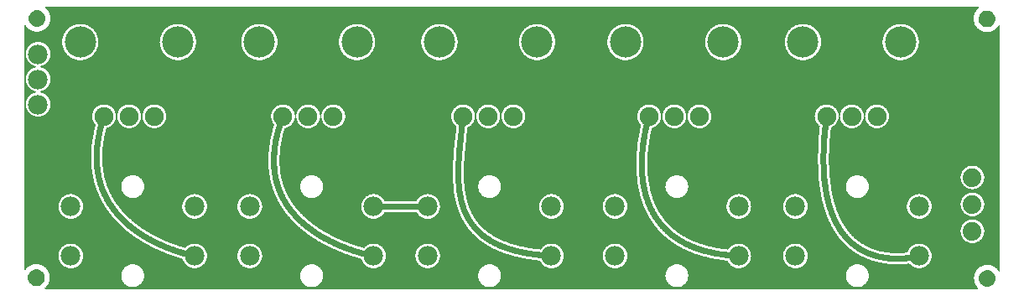
<source format=gtl>
G04 MADE WITH FRITZING*
G04 WWW.FRITZING.ORG*
G04 DOUBLE SIDED*
G04 HOLES PLATED*
G04 CONTOUR ON CENTER OF CONTOUR VECTOR*
%ASAXBY*%
%FSLAX23Y23*%
%MOIN*%
%OFA0B0*%
%SFA1.0B1.0*%
%ADD10C,0.075000*%
%ADD11C,0.074000*%
%ADD12C,0.074667*%
%ADD13C,0.074695*%
%ADD14C,0.124033*%
%ADD15C,0.078000*%
%ADD16C,0.024000*%
%ADD17C,0.000100*%
%ADD18R,0.001000X0.001000*%
%LNCOPPER1*%
G90*
G70*
G54D10*
X326Y1104D03*
G54D11*
X3798Y259D03*
X3798Y366D03*
X3798Y473D03*
X3798Y259D03*
X3798Y366D03*
X3798Y473D03*
G54D12*
X3219Y716D03*
X3319Y716D03*
G54D13*
X3419Y716D03*
G54D14*
X3125Y1011D03*
X3513Y1011D03*
G54D12*
X2514Y716D03*
X2614Y716D03*
G54D13*
X2714Y716D03*
G54D14*
X2420Y1011D03*
X2808Y1011D03*
G54D12*
X1774Y716D03*
X1874Y716D03*
G54D13*
X1974Y716D03*
G54D14*
X1680Y1011D03*
X2068Y1011D03*
G54D12*
X1058Y716D03*
X1158Y716D03*
G54D13*
X1258Y716D03*
G54D14*
X964Y1011D03*
X1352Y1011D03*
G54D12*
X346Y716D03*
X446Y716D03*
G54D13*
X546Y716D03*
G54D14*
X252Y1011D03*
X641Y1011D03*
G54D15*
X3095Y358D03*
X3587Y358D03*
X3095Y161D03*
X3587Y161D03*
X2378Y358D03*
X2870Y358D03*
X2378Y161D03*
X2870Y161D03*
X1633Y358D03*
X2125Y358D03*
X1633Y161D03*
X2125Y161D03*
X926Y358D03*
X1418Y358D03*
X926Y161D03*
X1418Y161D03*
X215Y358D03*
X707Y358D03*
X215Y161D03*
X707Y161D03*
X85Y963D03*
X85Y863D03*
X85Y763D03*
G54D16*
X1437Y358D02*
X1614Y358D01*
G54D17*
G36*
X3862Y106D02*
X3864Y105D01*
X3870Y103D01*
X3876Y100D01*
X3881Y96D01*
X3885Y91D01*
X3888Y85D01*
X3890Y79D01*
X3891Y76D01*
X3891Y73D01*
X3891Y69D01*
X3890Y66D01*
X3888Y60D01*
X3885Y54D01*
X3881Y49D01*
X3876Y45D01*
X3870Y42D01*
X3864Y40D01*
X3861Y39D01*
X3858Y39D01*
X3854Y40D01*
X3851Y40D01*
X3845Y42D01*
X3839Y45D01*
X3834Y49D01*
X3830Y54D01*
X3827Y60D01*
X3825Y66D01*
X3825Y69D01*
X3824Y73D01*
X3825Y76D01*
X3825Y79D01*
X3827Y86D01*
X3830Y91D01*
X3834Y96D01*
X3839Y100D01*
X3845Y103D01*
X3852Y105D01*
X3854Y106D01*
X3858Y106D01*
X3862Y106D01*
D02*
G37*
D02*
G36*
X3862Y106D02*
X3864Y105D01*
X3870Y103D01*
X3876Y100D01*
X3881Y96D01*
X3885Y91D01*
X3888Y85D01*
X3890Y79D01*
X3891Y76D01*
X3891Y73D01*
X3891Y69D01*
X3890Y66D01*
X3888Y60D01*
X3885Y54D01*
X3881Y49D01*
X3876Y45D01*
X3870Y42D01*
X3864Y40D01*
X3861Y39D01*
X3858Y39D01*
X3854Y40D01*
X3851Y40D01*
X3845Y42D01*
X3839Y45D01*
X3834Y49D01*
X3830Y54D01*
X3827Y60D01*
X3825Y66D01*
X3825Y69D01*
X3824Y73D01*
X3825Y76D01*
X3825Y79D01*
X3827Y86D01*
X3830Y91D01*
X3834Y96D01*
X3839Y100D01*
X3845Y103D01*
X3852Y105D01*
X3854Y106D01*
X3858Y106D01*
X3862Y106D01*
D02*
G37*
D02*
G36*
X82Y108D02*
X85Y108D01*
X90Y106D01*
X96Y103D01*
X101Y99D01*
X102Y98D01*
X106Y93D01*
X109Y88D01*
X110Y82D01*
X111Y79D01*
X111Y75D01*
X111Y71D01*
X110Y69D01*
X109Y63D01*
X105Y57D01*
X102Y52D01*
X101Y52D01*
X96Y47D01*
X91Y44D01*
X84Y42D01*
X82Y42D01*
X78Y42D01*
X74Y42D01*
X71Y42D01*
X65Y44D01*
X59Y48D01*
X54Y51D01*
X50Y57D01*
X47Y63D01*
X45Y69D01*
X45Y72D01*
X45Y75D01*
X45Y79D01*
X45Y82D01*
X47Y88D01*
X50Y93D01*
X54Y99D01*
X55Y99D01*
X59Y103D01*
X65Y106D01*
X72Y108D01*
X74Y108D01*
X78Y108D01*
X82Y108D01*
D02*
G37*
D02*
G36*
X82Y108D02*
X85Y108D01*
X90Y106D01*
X96Y103D01*
X101Y99D01*
X102Y98D01*
X106Y93D01*
X109Y88D01*
X110Y82D01*
X111Y79D01*
X111Y75D01*
X111Y71D01*
X110Y69D01*
X109Y63D01*
X105Y57D01*
X102Y52D01*
X101Y52D01*
X96Y47D01*
X91Y44D01*
X84Y42D01*
X82Y42D01*
X78Y42D01*
X74Y42D01*
X71Y42D01*
X65Y44D01*
X59Y48D01*
X54Y51D01*
X50Y57D01*
X47Y63D01*
X45Y69D01*
X45Y72D01*
X45Y75D01*
X45Y79D01*
X45Y82D01*
X47Y88D01*
X50Y93D01*
X54Y99D01*
X55Y99D01*
X59Y103D01*
X65Y106D01*
X72Y108D01*
X74Y108D01*
X78Y108D01*
X82Y108D01*
D02*
G37*
D02*
G36*
X3860Y1137D02*
X3862Y1137D01*
X3869Y1135D01*
X3874Y1132D01*
X3879Y1128D01*
X3880Y1127D01*
X3884Y1122D01*
X3887Y1117D01*
X3889Y1110D01*
X3889Y1108D01*
X3889Y1104D01*
X3889Y1100D01*
X3889Y1098D01*
X3887Y1091D01*
X3883Y1085D01*
X3879Y1080D01*
X3874Y1076D01*
X3869Y1073D01*
X3862Y1071D01*
X3860Y1071D01*
X3856Y1071D01*
X3852Y1071D01*
X3850Y1071D01*
X3843Y1073D01*
X3837Y1077D01*
X3832Y1081D01*
X3828Y1086D01*
X3825Y1092D01*
X3823Y1097D01*
X3823Y1101D01*
X3823Y1104D01*
X3823Y1108D01*
X3823Y1111D01*
X3826Y1117D01*
X3828Y1122D01*
X3833Y1128D01*
X3838Y1132D01*
X3843Y1135D01*
X3850Y1137D01*
X3852Y1137D01*
X3856Y1137D01*
X3860Y1137D01*
D02*
G37*
D02*
G36*
X3860Y1137D02*
X3862Y1137D01*
X3869Y1135D01*
X3874Y1132D01*
X3879Y1128D01*
X3880Y1127D01*
X3884Y1122D01*
X3887Y1117D01*
X3889Y1110D01*
X3889Y1108D01*
X3889Y1104D01*
X3889Y1100D01*
X3889Y1098D01*
X3887Y1091D01*
X3883Y1085D01*
X3879Y1080D01*
X3874Y1076D01*
X3869Y1073D01*
X3862Y1071D01*
X3860Y1071D01*
X3856Y1071D01*
X3852Y1071D01*
X3850Y1071D01*
X3843Y1073D01*
X3837Y1077D01*
X3832Y1081D01*
X3828Y1086D01*
X3825Y1092D01*
X3823Y1097D01*
X3823Y1101D01*
X3823Y1104D01*
X3823Y1108D01*
X3823Y1111D01*
X3826Y1117D01*
X3828Y1122D01*
X3833Y1128D01*
X3838Y1132D01*
X3843Y1135D01*
X3850Y1137D01*
X3852Y1137D01*
X3856Y1137D01*
X3860Y1137D01*
D02*
G37*
D02*
G36*
X84Y1139D02*
X87Y1138D01*
X93Y1136D01*
X99Y1133D01*
X104Y1129D01*
X108Y1125D01*
X111Y1119D01*
X113Y1112D01*
X113Y1110D01*
X114Y1106D01*
X113Y1102D01*
X113Y1100D01*
X111Y1093D01*
X108Y1087D01*
X104Y1082D01*
X99Y1078D01*
X94Y1075D01*
X87Y1073D01*
X84Y1073D01*
X80Y1073D01*
X77Y1073D01*
X74Y1073D01*
X68Y1075D01*
X62Y1078D01*
X57Y1082D01*
X53Y1088D01*
X50Y1093D01*
X48Y1099D01*
X47Y1102D01*
X47Y1106D01*
X47Y1110D01*
X48Y1112D01*
X50Y1119D01*
X53Y1124D01*
X57Y1130D01*
X62Y1133D01*
X68Y1137D01*
X74Y1139D01*
X77Y1139D01*
X80Y1139D01*
X84Y1139D01*
D02*
G37*
D02*
G36*
X84Y1139D02*
X87Y1138D01*
X93Y1136D01*
X99Y1133D01*
X104Y1129D01*
X108Y1125D01*
X111Y1119D01*
X113Y1112D01*
X113Y1110D01*
X114Y1106D01*
X113Y1102D01*
X113Y1100D01*
X111Y1093D01*
X108Y1087D01*
X104Y1082D01*
X99Y1078D01*
X94Y1075D01*
X87Y1073D01*
X84Y1073D01*
X80Y1073D01*
X77Y1073D01*
X74Y1073D01*
X68Y1075D01*
X62Y1078D01*
X57Y1082D01*
X53Y1088D01*
X50Y1093D01*
X48Y1099D01*
X47Y1102D01*
X47Y1106D01*
X47Y1110D01*
X48Y1112D01*
X50Y1119D01*
X53Y1124D01*
X57Y1130D01*
X62Y1133D01*
X68Y1137D01*
X74Y1139D01*
X77Y1139D01*
X80Y1139D01*
X84Y1139D01*
D02*
G37*
D02*
G36*
X1356Y1045D02*
X1359Y1045D01*
X1366Y1043D01*
X1371Y1040D01*
X1376Y1035D01*
X1381Y1030D01*
X1384Y1025D01*
X1386Y1018D01*
X1386Y1015D01*
X1386Y1011D01*
X1386Y1008D01*
X1386Y1005D01*
X1384Y998D01*
X1381Y993D01*
X1376Y987D01*
X1371Y983D01*
X1366Y980D01*
X1359Y978D01*
X1356Y977D01*
X1352Y977D01*
X1348Y978D01*
X1345Y978D01*
X1339Y980D01*
X1333Y983D01*
X1328Y988D01*
X1323Y993D01*
X1320Y998D01*
X1318Y1005D01*
X1318Y1008D01*
X1318Y1011D01*
X1318Y1016D01*
X1319Y1018D01*
X1321Y1025D01*
X1323Y1030D01*
X1328Y1036D01*
X1333Y1040D01*
X1339Y1043D01*
X1345Y1045D01*
X1348Y1046D01*
X1352Y1046D01*
X1356Y1045D01*
D02*
G37*
D02*
G36*
X1356Y1045D02*
X1359Y1045D01*
X1366Y1043D01*
X1371Y1040D01*
X1376Y1035D01*
X1381Y1030D01*
X1384Y1025D01*
X1386Y1018D01*
X1386Y1015D01*
X1386Y1011D01*
X1386Y1008D01*
X1386Y1005D01*
X1384Y998D01*
X1381Y993D01*
X1376Y987D01*
X1371Y983D01*
X1366Y980D01*
X1359Y978D01*
X1356Y977D01*
X1352Y977D01*
X1348Y978D01*
X1345Y978D01*
X1339Y980D01*
X1333Y983D01*
X1328Y988D01*
X1323Y993D01*
X1320Y998D01*
X1318Y1005D01*
X1318Y1008D01*
X1318Y1011D01*
X1318Y1016D01*
X1319Y1018D01*
X1321Y1025D01*
X1323Y1030D01*
X1328Y1036D01*
X1333Y1040D01*
X1339Y1043D01*
X1345Y1045D01*
X1348Y1046D01*
X1352Y1046D01*
X1356Y1045D01*
D02*
G37*
D02*
G36*
X256Y1045D02*
X259Y1045D01*
X265Y1043D01*
X266Y1043D01*
X271Y1040D01*
X277Y1035D01*
X281Y1030D01*
X284Y1025D01*
X284Y1025D01*
X286Y1018D01*
X286Y1015D01*
X286Y1011D01*
X286Y1008D01*
X286Y1005D01*
X284Y998D01*
X284Y998D01*
X281Y993D01*
X276Y987D01*
X271Y983D01*
X266Y980D01*
X265Y980D01*
X259Y978D01*
X256Y978D01*
X252Y977D01*
X248Y978D01*
X245Y978D01*
X239Y980D01*
X233Y983D01*
X228Y987D01*
X224Y993D01*
X221Y998D01*
X221Y998D01*
X219Y1005D01*
X218Y1008D01*
X218Y1011D01*
X218Y1016D01*
X219Y1019D01*
X221Y1025D01*
X221Y1025D01*
X224Y1030D01*
X228Y1036D01*
X233Y1040D01*
X239Y1043D01*
X246Y1045D01*
X248Y1045D01*
X252Y1046D01*
X256Y1045D01*
D02*
G37*
D02*
G36*
X256Y1045D02*
X259Y1045D01*
X265Y1043D01*
X266Y1043D01*
X271Y1040D01*
X277Y1035D01*
X281Y1030D01*
X284Y1025D01*
X284Y1025D01*
X286Y1018D01*
X286Y1015D01*
X286Y1011D01*
X286Y1008D01*
X286Y1005D01*
X284Y998D01*
X284Y998D01*
X281Y993D01*
X276Y987D01*
X271Y983D01*
X266Y980D01*
X265Y980D01*
X259Y978D01*
X256Y978D01*
X252Y977D01*
X248Y978D01*
X245Y978D01*
X239Y980D01*
X233Y983D01*
X228Y987D01*
X224Y993D01*
X221Y998D01*
X221Y998D01*
X219Y1005D01*
X218Y1008D01*
X218Y1011D01*
X218Y1016D01*
X219Y1019D01*
X221Y1025D01*
X221Y1025D01*
X224Y1030D01*
X228Y1036D01*
X233Y1040D01*
X239Y1043D01*
X246Y1045D01*
X248Y1045D01*
X252Y1046D01*
X256Y1045D01*
D02*
G37*
D02*
G36*
X645Y1045D02*
X648Y1045D01*
X654Y1043D01*
X659Y1040D01*
X665Y1035D01*
X669Y1030D01*
X672Y1025D01*
X672Y1025D01*
X674Y1018D01*
X674Y1015D01*
X675Y1011D01*
X674Y1008D01*
X674Y1005D01*
X672Y998D01*
X672Y998D01*
X669Y993D01*
X664Y987D01*
X659Y983D01*
X654Y980D01*
X647Y978D01*
X644Y977D01*
X640Y977D01*
X637Y978D01*
X634Y978D01*
X627Y980D01*
X622Y983D01*
X616Y988D01*
X612Y993D01*
X609Y998D01*
X609Y998D01*
X607Y1005D01*
X607Y1008D01*
X606Y1011D01*
X607Y1016D01*
X607Y1019D01*
X609Y1025D01*
X609Y1025D01*
X612Y1030D01*
X617Y1036D01*
X622Y1040D01*
X627Y1043D01*
X634Y1045D01*
X637Y1046D01*
X640Y1046D01*
X645Y1045D01*
D02*
G37*
D02*
G36*
X645Y1045D02*
X648Y1045D01*
X654Y1043D01*
X659Y1040D01*
X665Y1035D01*
X669Y1030D01*
X672Y1025D01*
X672Y1025D01*
X674Y1018D01*
X674Y1015D01*
X675Y1011D01*
X674Y1008D01*
X674Y1005D01*
X672Y998D01*
X672Y998D01*
X669Y993D01*
X664Y987D01*
X659Y983D01*
X654Y980D01*
X647Y978D01*
X644Y977D01*
X640Y977D01*
X637Y978D01*
X634Y978D01*
X627Y980D01*
X622Y983D01*
X616Y988D01*
X612Y993D01*
X609Y998D01*
X609Y998D01*
X607Y1005D01*
X607Y1008D01*
X606Y1011D01*
X607Y1016D01*
X607Y1019D01*
X609Y1025D01*
X609Y1025D01*
X612Y1030D01*
X617Y1036D01*
X622Y1040D01*
X627Y1043D01*
X634Y1045D01*
X637Y1046D01*
X640Y1046D01*
X645Y1045D01*
D02*
G37*
D02*
G36*
X968Y1045D02*
X971Y1045D01*
X977Y1043D01*
X983Y1040D01*
X988Y1035D01*
X992Y1030D01*
X995Y1025D01*
X997Y1018D01*
X998Y1015D01*
X998Y1011D01*
X998Y1008D01*
X997Y1005D01*
X995Y998D01*
X992Y993D01*
X988Y987D01*
X983Y983D01*
X977Y980D01*
X970Y978D01*
X967Y977D01*
X964Y977D01*
X960Y978D01*
X957Y978D01*
X950Y980D01*
X945Y983D01*
X939Y988D01*
X935Y993D01*
X932Y998D01*
X930Y1005D01*
X930Y1008D01*
X930Y1011D01*
X930Y1016D01*
X930Y1018D01*
X932Y1025D01*
X935Y1030D01*
X940Y1036D01*
X945Y1040D01*
X950Y1043D01*
X957Y1045D01*
X960Y1046D01*
X964Y1046D01*
X968Y1045D01*
D02*
G37*
D02*
G36*
X968Y1045D02*
X971Y1045D01*
X977Y1043D01*
X983Y1040D01*
X988Y1035D01*
X992Y1030D01*
X995Y1025D01*
X997Y1018D01*
X998Y1015D01*
X998Y1011D01*
X998Y1008D01*
X997Y1005D01*
X995Y998D01*
X992Y993D01*
X988Y987D01*
X983Y983D01*
X977Y980D01*
X970Y978D01*
X967Y977D01*
X964Y977D01*
X960Y978D01*
X957Y978D01*
X950Y980D01*
X945Y983D01*
X939Y988D01*
X935Y993D01*
X932Y998D01*
X930Y1005D01*
X930Y1008D01*
X930Y1011D01*
X930Y1016D01*
X930Y1018D01*
X932Y1025D01*
X935Y1030D01*
X940Y1036D01*
X945Y1040D01*
X950Y1043D01*
X957Y1045D01*
X960Y1046D01*
X964Y1046D01*
X968Y1045D01*
D02*
G37*
D02*
G36*
X1684Y1045D02*
X1687Y1045D01*
X1693Y1043D01*
X1699Y1040D01*
X1704Y1035D01*
X1708Y1030D01*
X1711Y1025D01*
X1713Y1018D01*
X1714Y1015D01*
X1714Y1011D01*
X1714Y1008D01*
X1713Y1005D01*
X1711Y998D01*
X1708Y993D01*
X1704Y987D01*
X1699Y983D01*
X1693Y980D01*
X1686Y978D01*
X1684Y977D01*
X1680Y977D01*
X1676Y978D01*
X1673Y978D01*
X1666Y980D01*
X1661Y983D01*
X1656Y988D01*
X1651Y993D01*
X1648Y998D01*
X1646Y1005D01*
X1646Y1008D01*
X1646Y1011D01*
X1646Y1016D01*
X1646Y1018D01*
X1648Y1025D01*
X1651Y1030D01*
X1656Y1036D01*
X1661Y1040D01*
X1666Y1043D01*
X1673Y1045D01*
X1676Y1046D01*
X1680Y1046D01*
X1684Y1045D01*
D02*
G37*
D02*
G36*
X1684Y1045D02*
X1687Y1045D01*
X1693Y1043D01*
X1699Y1040D01*
X1704Y1035D01*
X1708Y1030D01*
X1711Y1025D01*
X1713Y1018D01*
X1714Y1015D01*
X1714Y1011D01*
X1714Y1008D01*
X1713Y1005D01*
X1711Y998D01*
X1708Y993D01*
X1704Y987D01*
X1699Y983D01*
X1693Y980D01*
X1686Y978D01*
X1684Y977D01*
X1680Y977D01*
X1676Y978D01*
X1673Y978D01*
X1666Y980D01*
X1661Y983D01*
X1656Y988D01*
X1651Y993D01*
X1648Y998D01*
X1646Y1005D01*
X1646Y1008D01*
X1646Y1011D01*
X1646Y1016D01*
X1646Y1018D01*
X1648Y1025D01*
X1651Y1030D01*
X1656Y1036D01*
X1661Y1040D01*
X1666Y1043D01*
X1673Y1045D01*
X1676Y1046D01*
X1680Y1046D01*
X1684Y1045D01*
D02*
G37*
D02*
G36*
X2072Y1045D02*
X2075Y1045D01*
X2082Y1043D01*
X2087Y1040D01*
X2092Y1035D01*
X2097Y1030D01*
X2100Y1025D01*
X2102Y1018D01*
X2102Y1015D01*
X2102Y1011D01*
X2102Y1008D01*
X2102Y1005D01*
X2100Y998D01*
X2097Y993D01*
X2092Y987D01*
X2087Y983D01*
X2082Y980D01*
X2075Y978D01*
X2072Y977D01*
X2068Y977D01*
X2064Y978D01*
X2061Y978D01*
X2055Y980D01*
X2049Y983D01*
X2044Y988D01*
X2039Y993D01*
X2037Y998D01*
X2035Y1005D01*
X2034Y1008D01*
X2034Y1011D01*
X2034Y1016D01*
X2035Y1018D01*
X2037Y1025D01*
X2040Y1030D01*
X2044Y1036D01*
X2049Y1040D01*
X2055Y1043D01*
X2061Y1045D01*
X2064Y1046D01*
X2068Y1046D01*
X2072Y1045D01*
D02*
G37*
D02*
G36*
X2072Y1045D02*
X2075Y1045D01*
X2082Y1043D01*
X2087Y1040D01*
X2092Y1035D01*
X2097Y1030D01*
X2100Y1025D01*
X2102Y1018D01*
X2102Y1015D01*
X2102Y1011D01*
X2102Y1008D01*
X2102Y1005D01*
X2100Y998D01*
X2097Y993D01*
X2092Y987D01*
X2087Y983D01*
X2082Y980D01*
X2075Y978D01*
X2072Y977D01*
X2068Y977D01*
X2064Y978D01*
X2061Y978D01*
X2055Y980D01*
X2049Y983D01*
X2044Y988D01*
X2039Y993D01*
X2037Y998D01*
X2035Y1005D01*
X2034Y1008D01*
X2034Y1011D01*
X2034Y1016D01*
X2035Y1018D01*
X2037Y1025D01*
X2040Y1030D01*
X2044Y1036D01*
X2049Y1040D01*
X2055Y1043D01*
X2061Y1045D01*
X2064Y1046D01*
X2068Y1046D01*
X2072Y1045D01*
D02*
G37*
D02*
G36*
X2812Y1045D02*
X2815Y1045D01*
X2821Y1043D01*
X2827Y1040D01*
X2832Y1035D01*
X2836Y1030D01*
X2839Y1025D01*
X2841Y1018D01*
X2842Y1015D01*
X2842Y1011D01*
X2842Y1008D01*
X2841Y1005D01*
X2839Y998D01*
X2836Y993D01*
X2832Y987D01*
X2827Y983D01*
X2821Y980D01*
X2814Y978D01*
X2812Y977D01*
X2808Y977D01*
X2804Y978D01*
X2801Y978D01*
X2794Y980D01*
X2789Y983D01*
X2784Y988D01*
X2779Y993D01*
X2776Y998D01*
X2774Y1005D01*
X2774Y1008D01*
X2774Y1011D01*
X2774Y1016D01*
X2774Y1018D01*
X2776Y1025D01*
X2779Y1030D01*
X2784Y1036D01*
X2789Y1040D01*
X2794Y1043D01*
X2801Y1045D01*
X2804Y1046D01*
X2808Y1046D01*
X2812Y1045D01*
D02*
G37*
D02*
G36*
X2812Y1045D02*
X2815Y1045D01*
X2821Y1043D01*
X2827Y1040D01*
X2832Y1035D01*
X2836Y1030D01*
X2839Y1025D01*
X2841Y1018D01*
X2842Y1015D01*
X2842Y1011D01*
X2842Y1008D01*
X2841Y1005D01*
X2839Y998D01*
X2836Y993D01*
X2832Y987D01*
X2827Y983D01*
X2821Y980D01*
X2814Y978D01*
X2812Y977D01*
X2808Y977D01*
X2804Y978D01*
X2801Y978D01*
X2794Y980D01*
X2789Y983D01*
X2784Y988D01*
X2779Y993D01*
X2776Y998D01*
X2774Y1005D01*
X2774Y1008D01*
X2774Y1011D01*
X2774Y1016D01*
X2774Y1018D01*
X2776Y1025D01*
X2779Y1030D01*
X2784Y1036D01*
X2789Y1040D01*
X2794Y1043D01*
X2801Y1045D01*
X2804Y1046D01*
X2808Y1046D01*
X2812Y1045D01*
D02*
G37*
D02*
G36*
X3129Y1045D02*
X3132Y1045D01*
X3138Y1043D01*
X3143Y1040D01*
X3149Y1035D01*
X3153Y1030D01*
X3156Y1025D01*
X3158Y1018D01*
X3159Y1015D01*
X3159Y1011D01*
X3159Y1008D01*
X3158Y1005D01*
X3156Y998D01*
X3153Y993D01*
X3149Y987D01*
X3143Y983D01*
X3138Y980D01*
X3131Y978D01*
X3128Y977D01*
X3124Y977D01*
X3121Y978D01*
X3118Y978D01*
X3111Y980D01*
X3106Y983D01*
X3101Y987D01*
X3096Y993D01*
X3093Y998D01*
X3091Y1005D01*
X3091Y1008D01*
X3090Y1011D01*
X3091Y1016D01*
X3091Y1018D01*
X3093Y1025D01*
X3096Y1030D01*
X3101Y1036D01*
X3106Y1040D01*
X3111Y1043D01*
X3118Y1045D01*
X3121Y1046D01*
X3124Y1046D01*
X3129Y1045D01*
D02*
G37*
D02*
G36*
X3129Y1045D02*
X3132Y1045D01*
X3138Y1043D01*
X3143Y1040D01*
X3149Y1035D01*
X3153Y1030D01*
X3156Y1025D01*
X3158Y1018D01*
X3159Y1015D01*
X3159Y1011D01*
X3159Y1008D01*
X3158Y1005D01*
X3156Y998D01*
X3153Y993D01*
X3149Y987D01*
X3143Y983D01*
X3138Y980D01*
X3131Y978D01*
X3128Y977D01*
X3124Y977D01*
X3121Y978D01*
X3118Y978D01*
X3111Y980D01*
X3106Y983D01*
X3101Y987D01*
X3096Y993D01*
X3093Y998D01*
X3091Y1005D01*
X3091Y1008D01*
X3090Y1011D01*
X3091Y1016D01*
X3091Y1018D01*
X3093Y1025D01*
X3096Y1030D01*
X3101Y1036D01*
X3106Y1040D01*
X3111Y1043D01*
X3118Y1045D01*
X3121Y1046D01*
X3124Y1046D01*
X3129Y1045D01*
D02*
G37*
D02*
G36*
X3517Y1045D02*
X3520Y1045D01*
X3526Y1043D01*
X3532Y1040D01*
X3537Y1035D01*
X3542Y1030D01*
X3544Y1025D01*
X3545Y1025D01*
X3546Y1018D01*
X3547Y1016D01*
X3547Y1011D01*
X3547Y1007D01*
X3546Y1005D01*
X3545Y998D01*
X3544Y998D01*
X3542Y993D01*
X3537Y987D01*
X3532Y983D01*
X3526Y980D01*
X3520Y978D01*
X3517Y978D01*
X3513Y977D01*
X3509Y978D01*
X3506Y978D01*
X3500Y980D01*
X3499Y980D01*
X3494Y983D01*
X3489Y988D01*
X3484Y993D01*
X3481Y998D01*
X3481Y998D01*
X3479Y1005D01*
X3479Y1008D01*
X3479Y1011D01*
X3479Y1016D01*
X3479Y1018D01*
X3481Y1025D01*
X3481Y1025D01*
X3484Y1030D01*
X3489Y1036D01*
X3494Y1040D01*
X3499Y1043D01*
X3500Y1043D01*
X3506Y1045D01*
X3509Y1045D01*
X3513Y1046D01*
X3517Y1045D01*
D02*
G37*
D02*
G36*
X3517Y1045D02*
X3520Y1045D01*
X3526Y1043D01*
X3532Y1040D01*
X3537Y1035D01*
X3542Y1030D01*
X3544Y1025D01*
X3545Y1025D01*
X3546Y1018D01*
X3547Y1016D01*
X3547Y1011D01*
X3547Y1007D01*
X3546Y1005D01*
X3545Y998D01*
X3544Y998D01*
X3542Y993D01*
X3537Y987D01*
X3532Y983D01*
X3526Y980D01*
X3520Y978D01*
X3517Y978D01*
X3513Y977D01*
X3509Y978D01*
X3506Y978D01*
X3500Y980D01*
X3499Y980D01*
X3494Y983D01*
X3489Y988D01*
X3484Y993D01*
X3481Y998D01*
X3481Y998D01*
X3479Y1005D01*
X3479Y1008D01*
X3479Y1011D01*
X3479Y1016D01*
X3479Y1018D01*
X3481Y1025D01*
X3481Y1025D01*
X3484Y1030D01*
X3489Y1036D01*
X3494Y1040D01*
X3499Y1043D01*
X3500Y1043D01*
X3506Y1045D01*
X3509Y1045D01*
X3513Y1046D01*
X3517Y1045D01*
D02*
G37*
D02*
G36*
X2424Y1045D02*
X2427Y1045D01*
X2433Y1043D01*
X2438Y1040D01*
X2444Y1036D01*
X2448Y1030D01*
X2451Y1025D01*
X2453Y1018D01*
X2453Y1015D01*
X2454Y1011D01*
X2453Y1008D01*
X2453Y1005D01*
X2451Y998D01*
X2448Y993D01*
X2444Y987D01*
X2438Y983D01*
X2433Y980D01*
X2426Y978D01*
X2423Y977D01*
X2419Y977D01*
X2416Y978D01*
X2413Y978D01*
X2406Y980D01*
X2401Y983D01*
X2395Y988D01*
X2391Y993D01*
X2388Y998D01*
X2386Y1005D01*
X2386Y1008D01*
X2385Y1011D01*
X2386Y1016D01*
X2386Y1018D01*
X2388Y1025D01*
X2391Y1030D01*
X2396Y1036D01*
X2401Y1040D01*
X2406Y1043D01*
X2413Y1045D01*
X2416Y1046D01*
X2419Y1046D01*
X2424Y1045D01*
D02*
G37*
D02*
G36*
X2424Y1045D02*
X2427Y1045D01*
X2433Y1043D01*
X2438Y1040D01*
X2444Y1036D01*
X2448Y1030D01*
X2451Y1025D01*
X2453Y1018D01*
X2453Y1015D01*
X2454Y1011D01*
X2453Y1008D01*
X2453Y1005D01*
X2451Y998D01*
X2448Y993D01*
X2444Y987D01*
X2438Y983D01*
X2433Y980D01*
X2426Y978D01*
X2423Y977D01*
X2419Y977D01*
X2416Y978D01*
X2413Y978D01*
X2406Y980D01*
X2401Y983D01*
X2395Y988D01*
X2391Y993D01*
X2388Y998D01*
X2386Y1005D01*
X2386Y1008D01*
X2385Y1011D01*
X2386Y1016D01*
X2386Y1018D01*
X2388Y1025D01*
X2391Y1030D01*
X2396Y1036D01*
X2401Y1040D01*
X2406Y1043D01*
X2413Y1045D01*
X2416Y1046D01*
X2419Y1046D01*
X2424Y1045D01*
D02*
G37*
D02*
G54D18*
X115Y1151D02*
X3824Y1151D01*
X115Y1150D02*
X3825Y1150D01*
X114Y1149D02*
X3825Y1149D01*
X115Y1148D02*
X3825Y1148D01*
X115Y1147D02*
X3824Y1147D01*
X117Y1146D02*
X3823Y1146D01*
X118Y1145D02*
X3822Y1145D01*
X119Y1144D02*
X3820Y1144D01*
X120Y1143D02*
X3819Y1143D01*
X121Y1142D02*
X3818Y1142D01*
X121Y1141D02*
X3817Y1141D01*
X122Y1140D02*
X3816Y1140D01*
X123Y1139D02*
X3816Y1139D01*
X124Y1138D02*
X3815Y1138D01*
X125Y1137D02*
X3814Y1137D01*
X126Y1136D02*
X3813Y1136D01*
X126Y1135D02*
X3812Y1135D01*
X127Y1134D02*
X3812Y1134D01*
X127Y1133D02*
X3811Y1133D01*
X128Y1132D02*
X3811Y1132D01*
X128Y1131D02*
X3810Y1131D01*
X129Y1130D02*
X3809Y1130D01*
X129Y1129D02*
X3809Y1129D01*
X130Y1128D02*
X3808Y1128D01*
X130Y1127D02*
X3808Y1127D01*
X131Y1126D02*
X3807Y1126D01*
X131Y1125D02*
X3807Y1125D01*
X131Y1124D02*
X3806Y1124D01*
X132Y1123D02*
X3806Y1123D01*
X132Y1122D02*
X3806Y1122D01*
X132Y1121D02*
X3806Y1121D01*
X133Y1120D02*
X3805Y1120D01*
X133Y1119D02*
X3805Y1119D01*
X133Y1118D02*
X3805Y1118D01*
X134Y1117D02*
X3804Y1117D01*
X134Y1116D02*
X3804Y1116D01*
X134Y1115D02*
X3804Y1115D01*
X134Y1114D02*
X3804Y1114D01*
X134Y1113D02*
X3803Y1113D01*
X134Y1112D02*
X3803Y1112D01*
X134Y1111D02*
X3803Y1111D01*
X135Y1110D02*
X3803Y1110D01*
X135Y1109D02*
X3803Y1109D01*
X135Y1108D02*
X3803Y1108D01*
X135Y1107D02*
X3803Y1107D01*
X135Y1106D02*
X3803Y1106D01*
X135Y1105D02*
X3803Y1105D01*
X135Y1104D02*
X3803Y1104D01*
X135Y1103D02*
X3803Y1103D01*
X135Y1102D02*
X3803Y1102D01*
X134Y1101D02*
X3803Y1101D01*
X134Y1100D02*
X3803Y1100D01*
X134Y1099D02*
X3803Y1099D01*
X134Y1098D02*
X3803Y1098D01*
X134Y1097D02*
X3803Y1097D01*
X134Y1096D02*
X3803Y1096D01*
X133Y1095D02*
X3804Y1095D01*
X133Y1094D02*
X3804Y1094D01*
X133Y1093D02*
X3804Y1093D01*
X133Y1092D02*
X3804Y1092D01*
X132Y1091D02*
X3805Y1091D01*
X132Y1090D02*
X3805Y1090D01*
X132Y1089D02*
X3805Y1089D01*
X131Y1088D02*
X3806Y1088D01*
X131Y1087D02*
X3806Y1087D01*
X131Y1086D02*
X3806Y1086D01*
X130Y1085D02*
X3806Y1085D01*
X130Y1084D02*
X3807Y1084D01*
X129Y1083D02*
X242Y1083D01*
X263Y1083D02*
X630Y1083D01*
X652Y1083D02*
X953Y1083D01*
X975Y1083D02*
X1342Y1083D01*
X1363Y1083D02*
X1670Y1083D01*
X1691Y1083D02*
X2058Y1083D01*
X2079Y1083D02*
X2409Y1083D01*
X2431Y1083D02*
X2798Y1083D01*
X2819Y1083D02*
X3114Y1083D01*
X3136Y1083D02*
X3503Y1083D01*
X3524Y1083D02*
X3807Y1083D01*
X129Y1082D02*
X237Y1082D01*
X269Y1082D02*
X625Y1082D01*
X657Y1082D02*
X948Y1082D01*
X980Y1082D02*
X1336Y1082D01*
X1369Y1082D02*
X1664Y1082D01*
X1696Y1082D02*
X2052Y1082D01*
X2085Y1082D02*
X2404Y1082D01*
X2436Y1082D02*
X2792Y1082D01*
X2824Y1082D02*
X3109Y1082D01*
X3141Y1082D02*
X3497Y1082D01*
X3529Y1082D02*
X3808Y1082D01*
X128Y1081D02*
X233Y1081D01*
X273Y1081D02*
X621Y1081D01*
X661Y1081D02*
X944Y1081D01*
X984Y1081D02*
X1333Y1081D01*
X1373Y1081D02*
X1660Y1081D01*
X1700Y1081D02*
X2049Y1081D01*
X2089Y1081D02*
X2400Y1081D01*
X2440Y1081D02*
X2788Y1081D01*
X2828Y1081D02*
X3105Y1081D01*
X3145Y1081D02*
X3493Y1081D01*
X3533Y1081D02*
X3808Y1081D01*
X32Y1080D02*
X34Y1080D01*
X128Y1080D02*
X230Y1080D01*
X276Y1080D02*
X618Y1080D01*
X664Y1080D02*
X941Y1080D01*
X987Y1080D02*
X1329Y1080D01*
X1376Y1080D02*
X1657Y1080D01*
X1704Y1080D02*
X2045Y1080D01*
X2092Y1080D02*
X2397Y1080D01*
X2443Y1080D02*
X2785Y1080D01*
X2832Y1080D02*
X3102Y1080D01*
X3148Y1080D02*
X3490Y1080D01*
X3537Y1080D02*
X3809Y1080D01*
X31Y1079D02*
X35Y1079D01*
X127Y1079D02*
X227Y1079D01*
X279Y1079D02*
X615Y1079D01*
X667Y1079D02*
X938Y1079D01*
X990Y1079D02*
X1326Y1079D01*
X1379Y1079D02*
X1654Y1079D01*
X1706Y1079D02*
X2042Y1079D01*
X2095Y1079D02*
X2394Y1079D01*
X2446Y1079D02*
X2782Y1079D01*
X2834Y1079D02*
X3099Y1079D01*
X3151Y1079D02*
X3487Y1079D01*
X3539Y1079D02*
X3809Y1079D01*
X3904Y1079D02*
X3906Y1079D01*
X31Y1078D02*
X35Y1078D01*
X127Y1078D02*
X224Y1078D01*
X281Y1078D02*
X612Y1078D01*
X670Y1078D02*
X936Y1078D01*
X993Y1078D02*
X1324Y1078D01*
X1381Y1078D02*
X1652Y1078D01*
X1709Y1078D02*
X2040Y1078D01*
X2097Y1078D02*
X2391Y1078D01*
X2449Y1078D02*
X2780Y1078D01*
X2837Y1078D02*
X3096Y1078D01*
X3154Y1078D02*
X3485Y1078D01*
X3542Y1078D02*
X3810Y1078D01*
X3903Y1078D02*
X3907Y1078D01*
X31Y1077D02*
X36Y1077D01*
X126Y1077D02*
X222Y1077D01*
X283Y1077D02*
X610Y1077D01*
X672Y1077D02*
X933Y1077D01*
X995Y1077D02*
X1322Y1077D01*
X1383Y1077D02*
X1650Y1077D01*
X1711Y1077D02*
X2038Y1077D01*
X2099Y1077D02*
X2389Y1077D01*
X2451Y1077D02*
X2778Y1077D01*
X2839Y1077D02*
X3094Y1077D01*
X3156Y1077D02*
X3483Y1077D01*
X3544Y1077D02*
X3810Y1077D01*
X3903Y1077D02*
X3907Y1077D01*
X31Y1076D02*
X36Y1076D01*
X125Y1076D02*
X220Y1076D01*
X286Y1076D02*
X608Y1076D01*
X674Y1076D02*
X931Y1076D01*
X997Y1076D02*
X1320Y1076D01*
X1385Y1076D02*
X1647Y1076D01*
X1713Y1076D02*
X2036Y1076D01*
X2101Y1076D02*
X2387Y1076D01*
X2453Y1076D02*
X2775Y1076D01*
X2841Y1076D02*
X3092Y1076D01*
X3158Y1076D02*
X3481Y1076D01*
X3546Y1076D02*
X3811Y1076D01*
X3902Y1076D02*
X3907Y1076D01*
X31Y1075D02*
X37Y1075D01*
X124Y1075D02*
X218Y1075D01*
X288Y1075D02*
X606Y1075D01*
X676Y1075D02*
X929Y1075D01*
X999Y1075D02*
X1318Y1075D01*
X1387Y1075D02*
X1645Y1075D01*
X1715Y1075D02*
X2034Y1075D01*
X2103Y1075D02*
X2385Y1075D01*
X2455Y1075D02*
X2773Y1075D01*
X2843Y1075D02*
X3090Y1075D01*
X3160Y1075D02*
X3479Y1075D01*
X3548Y1075D02*
X3812Y1075D01*
X3901Y1075D02*
X3907Y1075D01*
X31Y1074D02*
X38Y1074D01*
X124Y1074D02*
X216Y1074D01*
X289Y1074D02*
X604Y1074D01*
X677Y1074D02*
X928Y1074D01*
X1001Y1074D02*
X1316Y1074D01*
X1389Y1074D02*
X1644Y1074D01*
X1717Y1074D02*
X2032Y1074D01*
X2105Y1074D02*
X2383Y1074D01*
X2456Y1074D02*
X2772Y1074D01*
X2845Y1074D02*
X3089Y1074D01*
X3162Y1074D02*
X3477Y1074D01*
X3550Y1074D02*
X3812Y1074D01*
X3901Y1074D02*
X3907Y1074D01*
X31Y1073D02*
X39Y1073D01*
X123Y1073D02*
X214Y1073D01*
X291Y1073D02*
X603Y1073D01*
X679Y1073D02*
X926Y1073D01*
X1002Y1073D02*
X1314Y1073D01*
X1391Y1073D02*
X1642Y1073D01*
X1718Y1073D02*
X2030Y1073D01*
X2107Y1073D02*
X2382Y1073D01*
X2458Y1073D02*
X2770Y1073D01*
X2846Y1073D02*
X3087Y1073D01*
X3163Y1073D02*
X3475Y1073D01*
X3552Y1073D02*
X3813Y1073D01*
X3900Y1073D02*
X3907Y1073D01*
X31Y1072D02*
X40Y1072D01*
X122Y1072D02*
X213Y1072D01*
X293Y1072D02*
X601Y1072D01*
X681Y1072D02*
X924Y1072D01*
X1004Y1072D02*
X1313Y1072D01*
X1392Y1072D02*
X1640Y1072D01*
X1720Y1072D02*
X2029Y1072D01*
X2108Y1072D02*
X2380Y1072D01*
X2460Y1072D02*
X2768Y1072D01*
X2848Y1072D02*
X3085Y1072D01*
X3165Y1072D02*
X3473Y1072D01*
X3553Y1072D02*
X3814Y1072D01*
X3899Y1072D02*
X3907Y1072D01*
X31Y1071D02*
X41Y1071D01*
X121Y1071D02*
X211Y1071D01*
X294Y1071D02*
X600Y1071D01*
X682Y1071D02*
X923Y1071D01*
X1006Y1071D02*
X1311Y1071D01*
X1394Y1071D02*
X1639Y1071D01*
X1722Y1071D02*
X2027Y1071D01*
X2110Y1071D02*
X2379Y1071D01*
X2461Y1071D02*
X2767Y1071D01*
X2850Y1071D02*
X3084Y1071D01*
X3167Y1071D02*
X3472Y1071D01*
X3555Y1071D02*
X3815Y1071D01*
X3898Y1071D02*
X3907Y1071D01*
X31Y1070D02*
X41Y1070D01*
X120Y1070D02*
X210Y1070D01*
X296Y1070D02*
X598Y1070D01*
X684Y1070D02*
X921Y1070D01*
X1007Y1070D02*
X1310Y1070D01*
X1395Y1070D02*
X1637Y1070D01*
X1723Y1070D02*
X2026Y1070D01*
X2111Y1070D02*
X2377Y1070D01*
X2463Y1070D02*
X2765Y1070D01*
X2851Y1070D02*
X3082Y1070D01*
X3168Y1070D02*
X3471Y1070D01*
X3556Y1070D02*
X3816Y1070D01*
X3897Y1070D02*
X3907Y1070D01*
X31Y1069D02*
X42Y1069D01*
X119Y1069D02*
X209Y1069D01*
X297Y1069D02*
X597Y1069D01*
X685Y1069D02*
X920Y1069D01*
X1008Y1069D02*
X1308Y1069D01*
X1397Y1069D02*
X1636Y1069D01*
X1724Y1069D02*
X2024Y1069D01*
X2113Y1069D02*
X2376Y1069D01*
X2464Y1069D02*
X2764Y1069D01*
X2852Y1069D02*
X3081Y1069D01*
X3169Y1069D02*
X3469Y1069D01*
X3558Y1069D02*
X3816Y1069D01*
X3897Y1069D02*
X3907Y1069D01*
X31Y1068D02*
X43Y1068D01*
X118Y1068D02*
X207Y1068D01*
X298Y1068D02*
X596Y1068D01*
X687Y1068D02*
X919Y1068D01*
X1010Y1068D02*
X1307Y1068D01*
X1398Y1068D02*
X1635Y1068D01*
X1726Y1068D02*
X2023Y1068D01*
X2114Y1068D02*
X2375Y1068D01*
X2465Y1068D02*
X2763Y1068D01*
X2854Y1068D02*
X3080Y1068D01*
X3171Y1068D02*
X3468Y1068D01*
X3559Y1068D02*
X3817Y1068D01*
X3896Y1068D02*
X3907Y1068D01*
X31Y1067D02*
X44Y1067D01*
X117Y1067D02*
X206Y1067D01*
X299Y1067D02*
X594Y1067D01*
X688Y1067D02*
X917Y1067D01*
X1011Y1067D02*
X1306Y1067D01*
X1399Y1067D02*
X1634Y1067D01*
X1727Y1067D02*
X2022Y1067D01*
X2115Y1067D02*
X2373Y1067D01*
X2467Y1067D02*
X2762Y1067D01*
X2855Y1067D02*
X3078Y1067D01*
X3172Y1067D02*
X3467Y1067D01*
X3560Y1067D02*
X3818Y1067D01*
X3895Y1067D02*
X3907Y1067D01*
X31Y1066D02*
X46Y1066D01*
X116Y1066D02*
X205Y1066D01*
X301Y1066D02*
X593Y1066D01*
X689Y1066D02*
X916Y1066D01*
X1012Y1066D02*
X1305Y1066D01*
X1400Y1066D02*
X1632Y1066D01*
X1728Y1066D02*
X2021Y1066D01*
X2116Y1066D02*
X2372Y1066D01*
X2468Y1066D02*
X2760Y1066D01*
X2856Y1066D02*
X3077Y1066D01*
X3173Y1066D02*
X3465Y1066D01*
X3561Y1066D02*
X3819Y1066D01*
X3894Y1066D02*
X3907Y1066D01*
X31Y1065D02*
X47Y1065D01*
X115Y1065D02*
X204Y1065D01*
X302Y1065D02*
X592Y1065D01*
X690Y1065D02*
X915Y1065D01*
X1013Y1065D02*
X1304Y1065D01*
X1402Y1065D02*
X1631Y1065D01*
X1729Y1065D02*
X2020Y1065D01*
X2118Y1065D02*
X2371Y1065D01*
X2469Y1065D02*
X2759Y1065D01*
X2857Y1065D02*
X3076Y1065D01*
X3174Y1065D02*
X3464Y1065D01*
X3562Y1065D02*
X3820Y1065D01*
X3893Y1065D02*
X3907Y1065D01*
X31Y1064D02*
X48Y1064D01*
X114Y1064D02*
X203Y1064D01*
X303Y1064D02*
X591Y1064D01*
X691Y1064D02*
X914Y1064D01*
X1014Y1064D02*
X1302Y1064D01*
X1403Y1064D02*
X1630Y1064D01*
X1730Y1064D02*
X2018Y1064D01*
X2119Y1064D02*
X2370Y1064D01*
X2470Y1064D02*
X2758Y1064D01*
X2858Y1064D02*
X3075Y1064D01*
X3175Y1064D02*
X3463Y1064D01*
X3564Y1064D02*
X3822Y1064D01*
X3891Y1064D02*
X3907Y1064D01*
X31Y1063D02*
X49Y1063D01*
X112Y1063D02*
X201Y1063D01*
X304Y1063D02*
X590Y1063D01*
X692Y1063D02*
X913Y1063D01*
X1015Y1063D02*
X1301Y1063D01*
X1404Y1063D02*
X1629Y1063D01*
X1731Y1063D02*
X2017Y1063D01*
X2120Y1063D02*
X2369Y1063D01*
X2471Y1063D02*
X2757Y1063D01*
X2860Y1063D02*
X3074Y1063D01*
X3176Y1063D02*
X3462Y1063D01*
X3565Y1063D02*
X3823Y1063D01*
X3890Y1063D02*
X3907Y1063D01*
X31Y1062D02*
X51Y1062D01*
X111Y1062D02*
X200Y1062D01*
X305Y1062D02*
X589Y1062D01*
X693Y1062D02*
X912Y1062D01*
X1016Y1062D02*
X1300Y1062D01*
X1405Y1062D02*
X1628Y1062D01*
X1732Y1062D02*
X2016Y1062D01*
X2121Y1062D02*
X2368Y1062D01*
X2472Y1062D02*
X2756Y1062D01*
X2860Y1062D02*
X3073Y1062D01*
X3177Y1062D02*
X3461Y1062D01*
X3566Y1062D02*
X3824Y1062D01*
X3889Y1062D02*
X3907Y1062D01*
X31Y1061D02*
X52Y1061D01*
X109Y1061D02*
X200Y1061D01*
X306Y1061D02*
X588Y1061D01*
X694Y1061D02*
X911Y1061D01*
X1017Y1061D02*
X1299Y1061D01*
X1406Y1061D02*
X1627Y1061D01*
X1733Y1061D02*
X2015Y1061D01*
X2122Y1061D02*
X2367Y1061D01*
X2473Y1061D02*
X2755Y1061D01*
X2861Y1061D02*
X3072Y1061D01*
X3178Y1061D02*
X3460Y1061D01*
X3566Y1061D02*
X3825Y1061D01*
X3888Y1061D02*
X3907Y1061D01*
X31Y1060D02*
X54Y1060D01*
X108Y1060D02*
X199Y1060D01*
X307Y1060D02*
X587Y1060D01*
X695Y1060D02*
X910Y1060D01*
X1018Y1060D02*
X1299Y1060D01*
X1406Y1060D02*
X1626Y1060D01*
X1734Y1060D02*
X2015Y1060D01*
X2123Y1060D02*
X2366Y1060D01*
X2474Y1060D02*
X2754Y1060D01*
X2862Y1060D02*
X3071Y1060D01*
X3179Y1060D02*
X3459Y1060D01*
X3567Y1060D02*
X3827Y1060D01*
X3886Y1060D02*
X3907Y1060D01*
X31Y1059D02*
X56Y1059D01*
X106Y1059D02*
X198Y1059D01*
X308Y1059D02*
X586Y1059D01*
X696Y1059D02*
X909Y1059D01*
X1019Y1059D02*
X1298Y1059D01*
X1407Y1059D02*
X1625Y1059D01*
X1735Y1059D02*
X2014Y1059D01*
X2123Y1059D02*
X2365Y1059D01*
X2475Y1059D02*
X2753Y1059D01*
X2863Y1059D02*
X3070Y1059D01*
X3180Y1059D02*
X3459Y1059D01*
X3568Y1059D02*
X3828Y1059D01*
X3885Y1059D02*
X3907Y1059D01*
X31Y1058D02*
X58Y1058D01*
X104Y1058D02*
X197Y1058D01*
X308Y1058D02*
X585Y1058D01*
X697Y1058D02*
X908Y1058D01*
X1020Y1058D02*
X1297Y1058D01*
X1408Y1058D02*
X1625Y1058D01*
X1736Y1058D02*
X2013Y1058D01*
X2124Y1058D02*
X2364Y1058D01*
X2476Y1058D02*
X2753Y1058D01*
X2864Y1058D02*
X3069Y1058D01*
X3181Y1058D02*
X3458Y1058D01*
X3569Y1058D02*
X3830Y1058D01*
X3883Y1058D02*
X3907Y1058D01*
X31Y1057D02*
X60Y1057D01*
X102Y1057D02*
X196Y1057D01*
X309Y1057D02*
X584Y1057D01*
X698Y1057D02*
X908Y1057D01*
X1021Y1057D02*
X1296Y1057D01*
X1409Y1057D02*
X1624Y1057D01*
X1737Y1057D02*
X2012Y1057D01*
X2125Y1057D02*
X2363Y1057D01*
X2477Y1057D02*
X2752Y1057D01*
X2865Y1057D02*
X3068Y1057D01*
X3182Y1057D02*
X3457Y1057D01*
X3570Y1057D02*
X3832Y1057D01*
X3881Y1057D02*
X3907Y1057D01*
X31Y1056D02*
X63Y1056D01*
X99Y1056D02*
X195Y1056D01*
X310Y1056D02*
X584Y1056D01*
X698Y1056D02*
X907Y1056D01*
X1022Y1056D02*
X1295Y1056D01*
X1410Y1056D02*
X1623Y1056D01*
X1738Y1056D02*
X2011Y1056D01*
X2126Y1056D02*
X2363Y1056D01*
X2477Y1056D02*
X2751Y1056D01*
X2866Y1056D02*
X3068Y1056D01*
X3182Y1056D02*
X3456Y1056D01*
X3571Y1056D02*
X3834Y1056D01*
X3879Y1056D02*
X3907Y1056D01*
X31Y1055D02*
X66Y1055D01*
X95Y1055D02*
X195Y1055D01*
X311Y1055D02*
X583Y1055D01*
X699Y1055D02*
X906Y1055D01*
X1022Y1055D02*
X1294Y1055D01*
X1411Y1055D02*
X1622Y1055D01*
X1738Y1055D02*
X2011Y1055D01*
X2127Y1055D02*
X2362Y1055D01*
X2478Y1055D02*
X2750Y1055D01*
X2866Y1055D02*
X3067Y1055D01*
X3183Y1055D02*
X3455Y1055D01*
X3571Y1055D02*
X3836Y1055D01*
X3877Y1055D02*
X3907Y1055D01*
X31Y1054D02*
X70Y1054D01*
X92Y1054D02*
X194Y1054D01*
X311Y1054D02*
X582Y1054D01*
X700Y1054D02*
X905Y1054D01*
X1023Y1054D02*
X1294Y1054D01*
X1411Y1054D02*
X1622Y1054D01*
X1739Y1054D02*
X2010Y1054D01*
X2127Y1054D02*
X2361Y1054D01*
X2479Y1054D02*
X2750Y1054D01*
X2867Y1054D02*
X3066Y1054D01*
X3184Y1054D02*
X3455Y1054D01*
X3572Y1054D02*
X3839Y1054D01*
X3874Y1054D02*
X3907Y1054D01*
X31Y1053D02*
X78Y1053D01*
X84Y1053D02*
X193Y1053D01*
X312Y1053D02*
X581Y1053D01*
X701Y1053D02*
X905Y1053D01*
X1024Y1053D02*
X1293Y1053D01*
X1412Y1053D02*
X1621Y1053D01*
X1740Y1053D02*
X2009Y1053D01*
X2128Y1053D02*
X2360Y1053D01*
X2479Y1053D02*
X2749Y1053D01*
X2868Y1053D02*
X3066Y1053D01*
X3185Y1053D02*
X3454Y1053D01*
X3573Y1053D02*
X3843Y1053D01*
X3870Y1053D02*
X3907Y1053D01*
X31Y1052D02*
X193Y1052D01*
X313Y1052D02*
X581Y1052D01*
X701Y1052D02*
X904Y1052D01*
X1024Y1052D02*
X1292Y1052D01*
X1413Y1052D02*
X1620Y1052D01*
X1740Y1052D02*
X2008Y1052D01*
X2129Y1052D02*
X2360Y1052D01*
X2480Y1052D02*
X2748Y1052D01*
X2868Y1052D02*
X3065Y1052D01*
X3185Y1052D02*
X3453Y1052D01*
X3574Y1052D02*
X3847Y1052D01*
X3866Y1052D02*
X3907Y1052D01*
X31Y1051D02*
X192Y1051D01*
X313Y1051D02*
X580Y1051D01*
X702Y1051D02*
X903Y1051D01*
X1025Y1051D02*
X1292Y1051D01*
X1413Y1051D02*
X1620Y1051D01*
X1741Y1051D02*
X2008Y1051D01*
X2129Y1051D02*
X2359Y1051D01*
X2481Y1051D02*
X2748Y1051D01*
X2869Y1051D02*
X3064Y1051D01*
X3186Y1051D02*
X3453Y1051D01*
X3574Y1051D02*
X3907Y1051D01*
X31Y1050D02*
X191Y1050D01*
X314Y1050D02*
X580Y1050D01*
X702Y1050D02*
X903Y1050D01*
X1026Y1050D02*
X1291Y1050D01*
X1414Y1050D02*
X1619Y1050D01*
X1742Y1050D02*
X2007Y1050D01*
X2130Y1050D02*
X2359Y1050D01*
X2481Y1050D02*
X2747Y1050D01*
X2870Y1050D02*
X3064Y1050D01*
X3186Y1050D02*
X3452Y1050D01*
X3575Y1050D02*
X3907Y1050D01*
X31Y1049D02*
X191Y1049D01*
X315Y1049D02*
X579Y1049D01*
X703Y1049D02*
X902Y1049D01*
X1026Y1049D02*
X1291Y1049D01*
X1414Y1049D02*
X1618Y1049D01*
X1742Y1049D02*
X2007Y1049D01*
X2131Y1049D02*
X2358Y1049D01*
X2482Y1049D02*
X2746Y1049D01*
X2870Y1049D02*
X3063Y1049D01*
X3187Y1049D02*
X3451Y1049D01*
X3575Y1049D02*
X3907Y1049D01*
X31Y1048D02*
X190Y1048D01*
X315Y1048D02*
X578Y1048D01*
X704Y1048D02*
X902Y1048D01*
X1027Y1048D02*
X1290Y1048D01*
X1415Y1048D02*
X1618Y1048D01*
X1743Y1048D02*
X2006Y1048D01*
X2131Y1048D02*
X2357Y1048D01*
X2483Y1048D02*
X2746Y1048D01*
X2871Y1048D02*
X3062Y1048D01*
X3188Y1048D02*
X3451Y1048D01*
X3576Y1048D02*
X3907Y1048D01*
X31Y1047D02*
X190Y1047D01*
X316Y1047D02*
X578Y1047D01*
X704Y1047D02*
X901Y1047D01*
X1027Y1047D02*
X1289Y1047D01*
X1416Y1047D02*
X1617Y1047D01*
X1743Y1047D02*
X2005Y1047D01*
X2132Y1047D02*
X2357Y1047D01*
X2483Y1047D02*
X2745Y1047D01*
X2871Y1047D02*
X3062Y1047D01*
X3188Y1047D02*
X3450Y1047D01*
X3577Y1047D02*
X3907Y1047D01*
X31Y1046D02*
X189Y1046D01*
X316Y1046D02*
X577Y1046D01*
X705Y1046D02*
X900Y1046D01*
X1028Y1046D02*
X1289Y1046D01*
X1416Y1046D02*
X1617Y1046D01*
X1744Y1046D02*
X2005Y1046D01*
X2132Y1046D02*
X2356Y1046D01*
X2484Y1046D02*
X2745Y1046D01*
X2872Y1046D02*
X3061Y1046D01*
X3189Y1046D02*
X3450Y1046D01*
X3577Y1046D02*
X3907Y1046D01*
X31Y1045D02*
X188Y1045D01*
X317Y1045D02*
X577Y1045D01*
X705Y1045D02*
X900Y1045D01*
X1028Y1045D02*
X1288Y1045D01*
X1417Y1045D02*
X1616Y1045D01*
X1745Y1045D02*
X2004Y1045D01*
X2133Y1045D02*
X2356Y1045D01*
X2484Y1045D02*
X2744Y1045D01*
X2873Y1045D02*
X3061Y1045D01*
X3189Y1045D02*
X3449Y1045D01*
X3578Y1045D02*
X3907Y1045D01*
X31Y1044D02*
X188Y1044D01*
X317Y1044D02*
X576Y1044D01*
X706Y1044D02*
X900Y1044D01*
X1029Y1044D02*
X1288Y1044D01*
X1417Y1044D02*
X1616Y1044D01*
X1745Y1044D02*
X2004Y1044D01*
X2133Y1044D02*
X2355Y1044D01*
X2485Y1044D02*
X2744Y1044D01*
X2873Y1044D02*
X3060Y1044D01*
X3190Y1044D02*
X3449Y1044D01*
X3578Y1044D02*
X3907Y1044D01*
X31Y1043D02*
X188Y1043D01*
X318Y1043D02*
X576Y1043D01*
X706Y1043D02*
X899Y1043D01*
X1029Y1043D02*
X1287Y1043D01*
X1418Y1043D02*
X1615Y1043D01*
X1745Y1043D02*
X2003Y1043D01*
X2134Y1043D02*
X2355Y1043D01*
X2485Y1043D02*
X2743Y1043D01*
X2873Y1043D02*
X3060Y1043D01*
X3190Y1043D02*
X3448Y1043D01*
X3579Y1043D02*
X3907Y1043D01*
X31Y1042D02*
X187Y1042D01*
X318Y1042D02*
X575Y1042D01*
X707Y1042D02*
X899Y1042D01*
X1030Y1042D02*
X1287Y1042D01*
X1418Y1042D02*
X1615Y1042D01*
X1746Y1042D02*
X2003Y1042D01*
X2134Y1042D02*
X2354Y1042D01*
X2486Y1042D02*
X2743Y1042D01*
X2874Y1042D02*
X3059Y1042D01*
X3191Y1042D02*
X3448Y1042D01*
X3579Y1042D02*
X3907Y1042D01*
X31Y1041D02*
X187Y1041D01*
X319Y1041D02*
X575Y1041D01*
X707Y1041D02*
X898Y1041D01*
X1030Y1041D02*
X1286Y1041D01*
X1419Y1041D02*
X1614Y1041D01*
X1746Y1041D02*
X2002Y1041D01*
X2135Y1041D02*
X2354Y1041D01*
X2486Y1041D02*
X2742Y1041D01*
X2874Y1041D02*
X3059Y1041D01*
X3191Y1041D02*
X3447Y1041D01*
X3580Y1041D02*
X3907Y1041D01*
X31Y1040D02*
X186Y1040D01*
X319Y1040D02*
X574Y1040D01*
X708Y1040D02*
X898Y1040D01*
X1031Y1040D02*
X1286Y1040D01*
X1419Y1040D02*
X1614Y1040D01*
X1747Y1040D02*
X2002Y1040D01*
X2135Y1040D02*
X2353Y1040D01*
X2487Y1040D02*
X2742Y1040D01*
X2875Y1040D02*
X3058Y1040D01*
X3192Y1040D02*
X3447Y1040D01*
X3580Y1040D02*
X3907Y1040D01*
X31Y1039D02*
X186Y1039D01*
X320Y1039D02*
X574Y1039D01*
X708Y1039D02*
X897Y1039D01*
X1031Y1039D02*
X1286Y1039D01*
X1420Y1039D02*
X1613Y1039D01*
X1747Y1039D02*
X2002Y1039D01*
X2136Y1039D02*
X2353Y1039D01*
X2487Y1039D02*
X2741Y1039D01*
X2875Y1039D02*
X3058Y1039D01*
X3192Y1039D02*
X3446Y1039D01*
X3580Y1039D02*
X3907Y1039D01*
X31Y1038D02*
X185Y1038D01*
X320Y1038D02*
X574Y1038D01*
X708Y1038D02*
X897Y1038D01*
X1032Y1038D02*
X1285Y1038D01*
X1420Y1038D02*
X1613Y1038D01*
X1748Y1038D02*
X2001Y1038D01*
X2136Y1038D02*
X2353Y1038D01*
X2487Y1038D02*
X2741Y1038D01*
X2876Y1038D02*
X3058Y1038D01*
X3192Y1038D02*
X3446Y1038D01*
X3581Y1038D02*
X3907Y1038D01*
X31Y1037D02*
X185Y1037D01*
X320Y1037D02*
X573Y1037D01*
X709Y1037D02*
X897Y1037D01*
X1032Y1037D02*
X1285Y1037D01*
X1420Y1037D02*
X1613Y1037D01*
X1748Y1037D02*
X2001Y1037D01*
X2136Y1037D02*
X2352Y1037D01*
X2488Y1037D02*
X2741Y1037D01*
X2876Y1037D02*
X3057Y1037D01*
X3193Y1037D02*
X3446Y1037D01*
X3581Y1037D02*
X3907Y1037D01*
X31Y1036D02*
X185Y1036D01*
X321Y1036D02*
X573Y1036D01*
X709Y1036D02*
X896Y1036D01*
X1032Y1036D02*
X1284Y1036D01*
X1421Y1036D02*
X1612Y1036D01*
X1748Y1036D02*
X2001Y1036D01*
X2137Y1036D02*
X2352Y1036D01*
X2488Y1036D02*
X2740Y1036D01*
X2876Y1036D02*
X3057Y1036D01*
X3193Y1036D02*
X3445Y1036D01*
X3581Y1036D02*
X3907Y1036D01*
X31Y1035D02*
X184Y1035D01*
X321Y1035D02*
X572Y1035D01*
X709Y1035D02*
X896Y1035D01*
X1033Y1035D02*
X1284Y1035D01*
X1421Y1035D02*
X1612Y1035D01*
X1749Y1035D02*
X2000Y1035D01*
X2137Y1035D02*
X2352Y1035D01*
X2488Y1035D02*
X2740Y1035D01*
X2877Y1035D02*
X3057Y1035D01*
X3194Y1035D02*
X3445Y1035D01*
X3582Y1035D02*
X3907Y1035D01*
X31Y1034D02*
X184Y1034D01*
X322Y1034D02*
X572Y1034D01*
X710Y1034D02*
X895Y1034D01*
X1033Y1034D02*
X1284Y1034D01*
X1421Y1034D02*
X1611Y1034D01*
X1749Y1034D02*
X2000Y1034D01*
X2137Y1034D02*
X2351Y1034D01*
X2489Y1034D02*
X2739Y1034D01*
X2877Y1034D02*
X3056Y1034D01*
X3194Y1034D02*
X3445Y1034D01*
X3582Y1034D02*
X3907Y1034D01*
X31Y1033D02*
X183Y1033D01*
X322Y1033D02*
X572Y1033D01*
X710Y1033D02*
X895Y1033D01*
X1033Y1033D02*
X1283Y1033D01*
X1422Y1033D02*
X1611Y1033D01*
X1749Y1033D02*
X1999Y1033D01*
X2138Y1033D02*
X2351Y1033D01*
X2489Y1033D02*
X2739Y1033D01*
X2877Y1033D02*
X3056Y1033D01*
X3194Y1033D02*
X3444Y1033D01*
X3583Y1033D02*
X3907Y1033D01*
X31Y1032D02*
X183Y1032D01*
X322Y1032D02*
X572Y1032D01*
X710Y1032D02*
X895Y1032D01*
X1034Y1032D02*
X1283Y1032D01*
X1422Y1032D02*
X1611Y1032D01*
X1750Y1032D02*
X1999Y1032D01*
X2138Y1032D02*
X2351Y1032D01*
X2489Y1032D02*
X2739Y1032D01*
X2878Y1032D02*
X3056Y1032D01*
X3194Y1032D02*
X3444Y1032D01*
X3583Y1032D02*
X3907Y1032D01*
X31Y1031D02*
X183Y1031D01*
X322Y1031D02*
X571Y1031D01*
X711Y1031D02*
X894Y1031D01*
X1034Y1031D02*
X1283Y1031D01*
X1422Y1031D02*
X1611Y1031D01*
X1750Y1031D02*
X1999Y1031D01*
X2138Y1031D02*
X2350Y1031D01*
X2490Y1031D02*
X2739Y1031D01*
X2878Y1031D02*
X3055Y1031D01*
X3195Y1031D02*
X3444Y1031D01*
X3583Y1031D02*
X3907Y1031D01*
X31Y1030D02*
X183Y1030D01*
X323Y1030D02*
X571Y1030D01*
X711Y1030D02*
X894Y1030D01*
X1034Y1030D02*
X1283Y1030D01*
X1423Y1030D02*
X1610Y1030D01*
X1750Y1030D02*
X1999Y1030D01*
X2139Y1030D02*
X2350Y1030D01*
X2490Y1030D02*
X2738Y1030D01*
X2878Y1030D02*
X3055Y1030D01*
X3195Y1030D02*
X3443Y1030D01*
X3583Y1030D02*
X3907Y1030D01*
X31Y1029D02*
X182Y1029D01*
X323Y1029D02*
X571Y1029D01*
X711Y1029D02*
X894Y1029D01*
X1034Y1029D02*
X1282Y1029D01*
X1423Y1029D02*
X1610Y1029D01*
X1751Y1029D02*
X1998Y1029D01*
X2139Y1029D02*
X2350Y1029D01*
X2490Y1029D02*
X2738Y1029D01*
X2879Y1029D02*
X3055Y1029D01*
X3195Y1029D02*
X3443Y1029D01*
X3584Y1029D02*
X3907Y1029D01*
X31Y1028D02*
X182Y1028D01*
X323Y1028D02*
X571Y1028D01*
X712Y1028D02*
X894Y1028D01*
X1035Y1028D02*
X1282Y1028D01*
X1423Y1028D02*
X1610Y1028D01*
X1751Y1028D02*
X1998Y1028D01*
X2139Y1028D02*
X2349Y1028D01*
X2491Y1028D02*
X2738Y1028D01*
X2879Y1028D02*
X3055Y1028D01*
X3196Y1028D02*
X3443Y1028D01*
X3584Y1028D02*
X3907Y1028D01*
X31Y1027D02*
X182Y1027D01*
X323Y1027D02*
X570Y1027D01*
X712Y1027D02*
X893Y1027D01*
X1035Y1027D02*
X1282Y1027D01*
X1423Y1027D02*
X1609Y1027D01*
X1751Y1027D02*
X1998Y1027D01*
X2139Y1027D02*
X2349Y1027D01*
X2491Y1027D02*
X2737Y1027D01*
X2879Y1027D02*
X3054Y1027D01*
X3196Y1027D02*
X3443Y1027D01*
X3584Y1027D02*
X3907Y1027D01*
X31Y1026D02*
X182Y1026D01*
X324Y1026D02*
X570Y1026D01*
X712Y1026D02*
X893Y1026D01*
X1035Y1026D02*
X1282Y1026D01*
X1424Y1026D02*
X1609Y1026D01*
X1751Y1026D02*
X1998Y1026D01*
X2140Y1026D02*
X2349Y1026D01*
X2491Y1026D02*
X2737Y1026D01*
X2879Y1026D02*
X3054Y1026D01*
X3196Y1026D02*
X3442Y1026D01*
X3584Y1026D02*
X3907Y1026D01*
X31Y1025D02*
X182Y1025D01*
X324Y1025D02*
X570Y1025D01*
X712Y1025D02*
X893Y1025D01*
X1035Y1025D02*
X1281Y1025D01*
X1424Y1025D02*
X1609Y1025D01*
X1751Y1025D02*
X1997Y1025D01*
X2140Y1025D02*
X2349Y1025D01*
X2491Y1025D02*
X2737Y1025D01*
X2879Y1025D02*
X3054Y1025D01*
X3196Y1025D02*
X3442Y1025D01*
X3585Y1025D02*
X3907Y1025D01*
X31Y1024D02*
X181Y1024D01*
X324Y1024D02*
X570Y1024D01*
X712Y1024D02*
X893Y1024D01*
X1036Y1024D02*
X1281Y1024D01*
X1424Y1024D02*
X1609Y1024D01*
X1752Y1024D02*
X1997Y1024D01*
X2140Y1024D02*
X2349Y1024D01*
X2491Y1024D02*
X2737Y1024D01*
X2880Y1024D02*
X3054Y1024D01*
X3196Y1024D02*
X3442Y1024D01*
X3585Y1024D02*
X3907Y1024D01*
X31Y1023D02*
X181Y1023D01*
X324Y1023D02*
X569Y1023D01*
X712Y1023D02*
X893Y1023D01*
X1036Y1023D02*
X1281Y1023D01*
X1424Y1023D02*
X1609Y1023D01*
X1752Y1023D02*
X1997Y1023D01*
X2140Y1023D02*
X2349Y1023D01*
X2491Y1023D02*
X2737Y1023D01*
X2880Y1023D02*
X3054Y1023D01*
X3197Y1023D02*
X3442Y1023D01*
X3585Y1023D02*
X3907Y1023D01*
X31Y1022D02*
X181Y1022D01*
X324Y1022D02*
X569Y1022D01*
X713Y1022D02*
X893Y1022D01*
X1036Y1022D02*
X1281Y1022D01*
X1424Y1022D02*
X1609Y1022D01*
X1752Y1022D02*
X1997Y1022D01*
X2140Y1022D02*
X2348Y1022D01*
X2492Y1022D02*
X2737Y1022D01*
X2880Y1022D02*
X3053Y1022D01*
X3197Y1022D02*
X3442Y1022D01*
X3585Y1022D02*
X3907Y1022D01*
X31Y1021D02*
X181Y1021D01*
X325Y1021D02*
X569Y1021D01*
X713Y1021D02*
X892Y1021D01*
X1036Y1021D02*
X1281Y1021D01*
X1424Y1021D02*
X1608Y1021D01*
X1752Y1021D02*
X1997Y1021D01*
X2140Y1021D02*
X2348Y1021D01*
X2492Y1021D02*
X2736Y1021D01*
X2880Y1021D02*
X3053Y1021D01*
X3197Y1021D02*
X3442Y1021D01*
X3585Y1021D02*
X3907Y1021D01*
X31Y1020D02*
X181Y1020D01*
X325Y1020D02*
X569Y1020D01*
X713Y1020D02*
X892Y1020D01*
X1036Y1020D02*
X1281Y1020D01*
X1424Y1020D02*
X1608Y1020D01*
X1752Y1020D02*
X1997Y1020D01*
X2141Y1020D02*
X2348Y1020D01*
X2492Y1020D02*
X2736Y1020D01*
X2880Y1020D02*
X3053Y1020D01*
X3197Y1020D02*
X3441Y1020D01*
X3585Y1020D02*
X3907Y1020D01*
X31Y1019D02*
X181Y1019D01*
X325Y1019D02*
X569Y1019D01*
X713Y1019D02*
X892Y1019D01*
X1036Y1019D02*
X1280Y1019D01*
X1425Y1019D02*
X1608Y1019D01*
X1752Y1019D02*
X1996Y1019D01*
X2141Y1019D02*
X2348Y1019D01*
X2492Y1019D02*
X2736Y1019D01*
X2880Y1019D02*
X3053Y1019D01*
X3197Y1019D02*
X3441Y1019D01*
X3585Y1019D02*
X3907Y1019D01*
X31Y1018D02*
X180Y1018D01*
X325Y1018D02*
X569Y1018D01*
X713Y1018D02*
X892Y1018D01*
X1036Y1018D02*
X1280Y1018D01*
X1425Y1018D02*
X1608Y1018D01*
X1752Y1018D02*
X1996Y1018D01*
X2141Y1018D02*
X2348Y1018D01*
X2492Y1018D02*
X2736Y1018D01*
X2880Y1018D02*
X3053Y1018D01*
X3197Y1018D02*
X3441Y1018D01*
X3586Y1018D02*
X3907Y1018D01*
X31Y1017D02*
X180Y1017D01*
X325Y1017D02*
X569Y1017D01*
X713Y1017D02*
X892Y1017D01*
X1036Y1017D02*
X1280Y1017D01*
X1425Y1017D02*
X1608Y1017D01*
X1753Y1017D02*
X1996Y1017D01*
X2141Y1017D02*
X2348Y1017D01*
X2492Y1017D02*
X2736Y1017D01*
X2881Y1017D02*
X3053Y1017D01*
X3197Y1017D02*
X3441Y1017D01*
X3586Y1017D02*
X3907Y1017D01*
X31Y1016D02*
X180Y1016D01*
X325Y1016D02*
X569Y1016D01*
X713Y1016D02*
X892Y1016D01*
X1037Y1016D02*
X1280Y1016D01*
X1425Y1016D02*
X1608Y1016D01*
X1753Y1016D02*
X1996Y1016D01*
X2141Y1016D02*
X2348Y1016D01*
X2492Y1016D02*
X2736Y1016D01*
X2881Y1016D02*
X3053Y1016D01*
X3197Y1016D02*
X3441Y1016D01*
X3586Y1016D02*
X3907Y1016D01*
X31Y1015D02*
X180Y1015D01*
X325Y1015D02*
X569Y1015D01*
X713Y1015D02*
X892Y1015D01*
X1037Y1015D02*
X1280Y1015D01*
X1425Y1015D02*
X1608Y1015D01*
X1753Y1015D02*
X1996Y1015D01*
X2141Y1015D02*
X2348Y1015D01*
X2492Y1015D02*
X2736Y1015D01*
X2881Y1015D02*
X3053Y1015D01*
X3197Y1015D02*
X3441Y1015D01*
X3586Y1015D02*
X3907Y1015D01*
X31Y1014D02*
X180Y1014D01*
X325Y1014D02*
X569Y1014D01*
X713Y1014D02*
X892Y1014D01*
X1037Y1014D02*
X1280Y1014D01*
X1425Y1014D02*
X1608Y1014D01*
X1753Y1014D02*
X1996Y1014D01*
X2141Y1014D02*
X2348Y1014D01*
X2492Y1014D02*
X2736Y1014D01*
X2881Y1014D02*
X3053Y1014D01*
X3197Y1014D02*
X3441Y1014D01*
X3586Y1014D02*
X3907Y1014D01*
X31Y1013D02*
X180Y1013D01*
X325Y1013D02*
X569Y1013D01*
X713Y1013D02*
X892Y1013D01*
X1037Y1013D02*
X1280Y1013D01*
X1425Y1013D02*
X1608Y1013D01*
X1753Y1013D02*
X1996Y1013D01*
X2141Y1013D02*
X2347Y1013D01*
X2492Y1013D02*
X2736Y1013D01*
X2881Y1013D02*
X3053Y1013D01*
X3198Y1013D02*
X3441Y1013D01*
X3586Y1013D02*
X3907Y1013D01*
X31Y1012D02*
X76Y1012D01*
X94Y1012D02*
X180Y1012D01*
X325Y1012D02*
X568Y1012D01*
X713Y1012D02*
X892Y1012D01*
X1037Y1012D02*
X1280Y1012D01*
X1425Y1012D02*
X1608Y1012D01*
X1753Y1012D02*
X1996Y1012D01*
X2141Y1012D02*
X2347Y1012D01*
X2492Y1012D02*
X2736Y1012D01*
X2881Y1012D02*
X3053Y1012D01*
X3198Y1012D02*
X3441Y1012D01*
X3586Y1012D02*
X3907Y1012D01*
X31Y1011D02*
X72Y1011D01*
X98Y1011D02*
X180Y1011D01*
X325Y1011D02*
X568Y1011D01*
X713Y1011D02*
X892Y1011D01*
X1037Y1011D02*
X1280Y1011D01*
X1425Y1011D02*
X1608Y1011D01*
X1753Y1011D02*
X1996Y1011D01*
X2141Y1011D02*
X2347Y1011D01*
X2492Y1011D02*
X2736Y1011D01*
X2881Y1011D02*
X3053Y1011D01*
X3198Y1011D02*
X3441Y1011D01*
X3586Y1011D02*
X3907Y1011D01*
X31Y1010D02*
X69Y1010D01*
X101Y1010D02*
X180Y1010D01*
X325Y1010D02*
X569Y1010D01*
X713Y1010D02*
X892Y1010D01*
X1037Y1010D02*
X1280Y1010D01*
X1425Y1010D02*
X1608Y1010D01*
X1753Y1010D02*
X1996Y1010D01*
X2141Y1010D02*
X2348Y1010D01*
X2492Y1010D02*
X2736Y1010D01*
X2881Y1010D02*
X3053Y1010D01*
X3197Y1010D02*
X3441Y1010D01*
X3586Y1010D02*
X3907Y1010D01*
X31Y1009D02*
X66Y1009D01*
X104Y1009D02*
X180Y1009D01*
X325Y1009D02*
X569Y1009D01*
X713Y1009D02*
X892Y1009D01*
X1037Y1009D02*
X1280Y1009D01*
X1425Y1009D02*
X1608Y1009D01*
X1753Y1009D02*
X1996Y1009D01*
X2141Y1009D02*
X2348Y1009D01*
X2492Y1009D02*
X2736Y1009D01*
X2881Y1009D02*
X3053Y1009D01*
X3197Y1009D02*
X3441Y1009D01*
X3586Y1009D02*
X3907Y1009D01*
X31Y1008D02*
X64Y1008D01*
X106Y1008D02*
X180Y1008D01*
X325Y1008D02*
X569Y1008D01*
X713Y1008D02*
X892Y1008D01*
X1037Y1008D02*
X1280Y1008D01*
X1425Y1008D02*
X1608Y1008D01*
X1753Y1008D02*
X1996Y1008D01*
X2141Y1008D02*
X2348Y1008D01*
X2492Y1008D02*
X2736Y1008D01*
X2881Y1008D02*
X3053Y1008D01*
X3197Y1008D02*
X3441Y1008D01*
X3586Y1008D02*
X3907Y1008D01*
X31Y1007D02*
X62Y1007D01*
X108Y1007D02*
X180Y1007D01*
X325Y1007D02*
X569Y1007D01*
X713Y1007D02*
X892Y1007D01*
X1036Y1007D02*
X1280Y1007D01*
X1425Y1007D02*
X1608Y1007D01*
X1753Y1007D02*
X1996Y1007D01*
X2141Y1007D02*
X2348Y1007D01*
X2492Y1007D02*
X2736Y1007D01*
X2881Y1007D02*
X3053Y1007D01*
X3197Y1007D02*
X3441Y1007D01*
X3586Y1007D02*
X3907Y1007D01*
X31Y1006D02*
X60Y1006D01*
X110Y1006D02*
X180Y1006D01*
X325Y1006D02*
X569Y1006D01*
X713Y1006D02*
X892Y1006D01*
X1036Y1006D02*
X1280Y1006D01*
X1425Y1006D02*
X1608Y1006D01*
X1752Y1006D02*
X1996Y1006D01*
X2141Y1006D02*
X2348Y1006D01*
X2492Y1006D02*
X2736Y1006D01*
X2880Y1006D02*
X3053Y1006D01*
X3197Y1006D02*
X3441Y1006D01*
X3586Y1006D02*
X3907Y1006D01*
X31Y1005D02*
X58Y1005D01*
X112Y1005D02*
X181Y1005D01*
X325Y1005D02*
X569Y1005D01*
X713Y1005D02*
X892Y1005D01*
X1036Y1005D02*
X1280Y1005D01*
X1425Y1005D02*
X1608Y1005D01*
X1752Y1005D02*
X1996Y1005D01*
X2141Y1005D02*
X2348Y1005D01*
X2492Y1005D02*
X2736Y1005D01*
X2880Y1005D02*
X3053Y1005D01*
X3197Y1005D02*
X3441Y1005D01*
X3585Y1005D02*
X3907Y1005D01*
X31Y1004D02*
X57Y1004D01*
X114Y1004D02*
X181Y1004D01*
X325Y1004D02*
X569Y1004D01*
X713Y1004D02*
X892Y1004D01*
X1036Y1004D02*
X1281Y1004D01*
X1424Y1004D02*
X1608Y1004D01*
X1752Y1004D02*
X1997Y1004D01*
X2141Y1004D02*
X2348Y1004D01*
X2492Y1004D02*
X2736Y1004D01*
X2880Y1004D02*
X3053Y1004D01*
X3197Y1004D02*
X3441Y1004D01*
X3585Y1004D02*
X3907Y1004D01*
X31Y1003D02*
X55Y1003D01*
X115Y1003D02*
X181Y1003D01*
X325Y1003D02*
X569Y1003D01*
X713Y1003D02*
X892Y1003D01*
X1036Y1003D02*
X1281Y1003D01*
X1424Y1003D02*
X1608Y1003D01*
X1752Y1003D02*
X1997Y1003D01*
X2140Y1003D02*
X2348Y1003D01*
X2492Y1003D02*
X2736Y1003D01*
X2880Y1003D02*
X3053Y1003D01*
X3197Y1003D02*
X3442Y1003D01*
X3585Y1003D02*
X3907Y1003D01*
X31Y1002D02*
X54Y1002D01*
X116Y1002D02*
X181Y1002D01*
X324Y1002D02*
X569Y1002D01*
X713Y1002D02*
X893Y1002D01*
X1036Y1002D02*
X1281Y1002D01*
X1424Y1002D02*
X1609Y1002D01*
X1752Y1002D02*
X1997Y1002D01*
X2140Y1002D02*
X2348Y1002D01*
X2492Y1002D02*
X2737Y1002D01*
X2880Y1002D02*
X3053Y1002D01*
X3197Y1002D02*
X3442Y1002D01*
X3585Y1002D02*
X3907Y1002D01*
X31Y1001D02*
X53Y1001D01*
X117Y1001D02*
X181Y1001D01*
X324Y1001D02*
X569Y1001D01*
X712Y1001D02*
X893Y1001D01*
X1036Y1001D02*
X1281Y1001D01*
X1424Y1001D02*
X1609Y1001D01*
X1752Y1001D02*
X1997Y1001D01*
X2140Y1001D02*
X2348Y1001D01*
X2491Y1001D02*
X2737Y1001D01*
X2880Y1001D02*
X3054Y1001D01*
X3197Y1001D02*
X3442Y1001D01*
X3585Y1001D02*
X3907Y1001D01*
X31Y1000D02*
X52Y1000D01*
X119Y1000D02*
X181Y1000D01*
X324Y1000D02*
X570Y1000D01*
X712Y1000D02*
X893Y1000D01*
X1036Y1000D02*
X1281Y1000D01*
X1424Y1000D02*
X1609Y1000D01*
X1752Y1000D02*
X1997Y1000D01*
X2140Y1000D02*
X2349Y1000D01*
X2491Y1000D02*
X2737Y1000D01*
X2880Y1000D02*
X3054Y1000D01*
X3196Y1000D02*
X3442Y1000D01*
X3585Y1000D02*
X3907Y1000D01*
X31Y999D02*
X51Y999D01*
X120Y999D02*
X182Y999D01*
X324Y999D02*
X570Y999D01*
X712Y999D02*
X893Y999D01*
X1035Y999D02*
X1281Y999D01*
X1424Y999D02*
X1609Y999D01*
X1751Y999D02*
X1997Y999D01*
X2140Y999D02*
X2349Y999D01*
X2491Y999D02*
X2737Y999D01*
X2879Y999D02*
X3054Y999D01*
X3196Y999D02*
X3442Y999D01*
X3585Y999D02*
X3907Y999D01*
X31Y998D02*
X50Y998D01*
X121Y998D02*
X182Y998D01*
X324Y998D02*
X570Y998D01*
X712Y998D02*
X893Y998D01*
X1035Y998D02*
X1282Y998D01*
X1424Y998D02*
X1609Y998D01*
X1751Y998D02*
X1998Y998D01*
X2140Y998D02*
X2349Y998D01*
X2491Y998D02*
X2737Y998D01*
X2879Y998D02*
X3054Y998D01*
X3196Y998D02*
X3442Y998D01*
X3584Y998D02*
X3907Y998D01*
X31Y997D02*
X49Y997D01*
X122Y997D02*
X182Y997D01*
X323Y997D02*
X570Y997D01*
X712Y997D02*
X893Y997D01*
X1035Y997D02*
X1282Y997D01*
X1423Y997D02*
X1609Y997D01*
X1751Y997D02*
X1998Y997D01*
X2139Y997D02*
X2349Y997D01*
X2491Y997D02*
X2737Y997D01*
X2879Y997D02*
X3054Y997D01*
X3196Y997D02*
X3443Y997D01*
X3584Y997D02*
X3907Y997D01*
X31Y996D02*
X48Y996D01*
X122Y996D02*
X182Y996D01*
X323Y996D02*
X570Y996D01*
X712Y996D02*
X894Y996D01*
X1035Y996D02*
X1282Y996D01*
X1423Y996D02*
X1610Y996D01*
X1751Y996D02*
X1998Y996D01*
X2139Y996D02*
X2349Y996D01*
X2491Y996D02*
X2738Y996D01*
X2879Y996D02*
X3054Y996D01*
X3196Y996D02*
X3443Y996D01*
X3584Y996D02*
X3907Y996D01*
X31Y995D02*
X47Y995D01*
X123Y995D02*
X182Y995D01*
X323Y995D02*
X571Y995D01*
X711Y995D02*
X894Y995D01*
X1035Y995D02*
X1282Y995D01*
X1423Y995D02*
X1610Y995D01*
X1751Y995D02*
X1998Y995D01*
X2139Y995D02*
X2350Y995D01*
X2490Y995D02*
X2738Y995D01*
X2879Y995D02*
X3055Y995D01*
X3195Y995D02*
X3443Y995D01*
X3584Y995D02*
X3907Y995D01*
X31Y994D02*
X46Y994D01*
X124Y994D02*
X183Y994D01*
X323Y994D02*
X571Y994D01*
X711Y994D02*
X894Y994D01*
X1034Y994D02*
X1282Y994D01*
X1423Y994D02*
X1610Y994D01*
X1750Y994D02*
X1999Y994D01*
X2139Y994D02*
X2350Y994D01*
X2490Y994D02*
X2738Y994D01*
X2878Y994D02*
X3055Y994D01*
X3195Y994D02*
X3443Y994D01*
X3583Y994D02*
X3907Y994D01*
X31Y993D02*
X45Y993D01*
X125Y993D02*
X183Y993D01*
X322Y993D02*
X571Y993D01*
X711Y993D02*
X894Y993D01*
X1034Y993D02*
X1283Y993D01*
X1422Y993D02*
X1611Y993D01*
X1750Y993D02*
X1999Y993D01*
X2138Y993D02*
X2350Y993D01*
X2490Y993D02*
X2739Y993D01*
X2878Y993D02*
X3055Y993D01*
X3195Y993D02*
X3444Y993D01*
X3583Y993D02*
X3907Y993D01*
X31Y992D02*
X45Y992D01*
X126Y992D02*
X183Y992D01*
X322Y992D02*
X571Y992D01*
X711Y992D02*
X895Y992D01*
X1034Y992D02*
X1283Y992D01*
X1422Y992D02*
X1611Y992D01*
X1750Y992D02*
X1999Y992D01*
X2138Y992D02*
X2350Y992D01*
X2490Y992D02*
X2739Y992D01*
X2878Y992D02*
X3056Y992D01*
X3195Y992D02*
X3444Y992D01*
X3583Y992D02*
X3907Y992D01*
X31Y991D02*
X44Y991D01*
X126Y991D02*
X183Y991D01*
X322Y991D02*
X572Y991D01*
X710Y991D02*
X895Y991D01*
X1033Y991D02*
X1283Y991D01*
X1422Y991D02*
X1611Y991D01*
X1750Y991D02*
X1999Y991D01*
X2138Y991D02*
X2351Y991D01*
X2489Y991D02*
X2739Y991D01*
X2878Y991D02*
X3056Y991D01*
X3194Y991D02*
X3444Y991D01*
X3583Y991D02*
X3907Y991D01*
X31Y990D02*
X43Y990D01*
X127Y990D02*
X184Y990D01*
X322Y990D02*
X572Y990D01*
X710Y990D02*
X895Y990D01*
X1033Y990D02*
X1284Y990D01*
X1421Y990D02*
X1611Y990D01*
X1749Y990D02*
X2000Y990D01*
X2137Y990D02*
X2351Y990D01*
X2489Y990D02*
X2739Y990D01*
X2877Y990D02*
X3056Y990D01*
X3194Y990D02*
X3444Y990D01*
X3582Y990D02*
X3907Y990D01*
X31Y989D02*
X43Y989D01*
X127Y989D02*
X184Y989D01*
X321Y989D02*
X572Y989D01*
X710Y989D02*
X896Y989D01*
X1033Y989D02*
X1284Y989D01*
X1421Y989D02*
X1612Y989D01*
X1749Y989D02*
X2000Y989D01*
X2137Y989D02*
X2351Y989D01*
X2489Y989D02*
X2740Y989D01*
X2877Y989D02*
X3056Y989D01*
X3194Y989D02*
X3445Y989D01*
X3582Y989D02*
X3907Y989D01*
X31Y988D02*
X42Y988D01*
X128Y988D02*
X184Y988D01*
X321Y988D02*
X573Y988D01*
X709Y988D02*
X896Y988D01*
X1032Y988D02*
X1284Y988D01*
X1421Y988D02*
X1612Y988D01*
X1748Y988D02*
X2000Y988D01*
X2137Y988D02*
X2352Y988D01*
X2488Y988D02*
X2740Y988D01*
X2876Y988D02*
X3057Y988D01*
X3193Y988D02*
X3445Y988D01*
X3582Y988D02*
X3907Y988D01*
X31Y987D02*
X42Y987D01*
X128Y987D02*
X185Y987D01*
X321Y987D02*
X573Y987D01*
X709Y987D02*
X896Y987D01*
X1032Y987D02*
X1285Y987D01*
X1420Y987D02*
X1612Y987D01*
X1748Y987D02*
X2001Y987D01*
X2136Y987D02*
X2352Y987D01*
X2488Y987D02*
X2740Y987D01*
X2876Y987D02*
X3057Y987D01*
X3193Y987D02*
X3446Y987D01*
X3581Y987D02*
X3907Y987D01*
X31Y986D02*
X41Y986D01*
X129Y986D02*
X185Y986D01*
X320Y986D02*
X574Y986D01*
X708Y986D02*
X897Y986D01*
X1032Y986D02*
X1285Y986D01*
X1420Y986D02*
X1613Y986D01*
X1748Y986D02*
X2001Y986D01*
X2136Y986D02*
X2353Y986D01*
X2487Y986D02*
X2741Y986D01*
X2876Y986D02*
X3058Y986D01*
X3193Y986D02*
X3446Y986D01*
X3581Y986D02*
X3907Y986D01*
X31Y985D02*
X41Y985D01*
X129Y985D02*
X186Y985D01*
X320Y985D02*
X574Y985D01*
X708Y985D02*
X897Y985D01*
X1031Y985D02*
X1285Y985D01*
X1420Y985D02*
X1613Y985D01*
X1747Y985D02*
X2002Y985D01*
X2136Y985D02*
X2353Y985D01*
X2487Y985D02*
X2741Y985D01*
X2875Y985D02*
X3058Y985D01*
X3192Y985D02*
X3446Y985D01*
X3580Y985D02*
X3907Y985D01*
X31Y984D02*
X40Y984D01*
X130Y984D02*
X186Y984D01*
X319Y984D02*
X574Y984D01*
X708Y984D02*
X898Y984D01*
X1031Y984D02*
X1286Y984D01*
X1419Y984D02*
X1614Y984D01*
X1747Y984D02*
X2002Y984D01*
X2135Y984D02*
X2353Y984D01*
X2487Y984D02*
X2742Y984D01*
X2875Y984D02*
X3058Y984D01*
X3192Y984D02*
X3447Y984D01*
X3580Y984D02*
X3907Y984D01*
X31Y983D02*
X40Y983D01*
X131Y983D02*
X186Y983D01*
X319Y983D02*
X575Y983D01*
X707Y983D02*
X898Y983D01*
X1030Y983D02*
X1286Y983D01*
X1419Y983D02*
X1614Y983D01*
X1747Y983D02*
X2002Y983D01*
X2135Y983D02*
X2354Y983D01*
X2486Y983D02*
X2742Y983D01*
X2875Y983D02*
X3059Y983D01*
X3191Y983D02*
X3447Y983D01*
X3580Y983D02*
X3907Y983D01*
X31Y982D02*
X39Y982D01*
X131Y982D02*
X187Y982D01*
X318Y982D02*
X575Y982D01*
X707Y982D02*
X898Y982D01*
X1030Y982D02*
X1287Y982D01*
X1418Y982D02*
X1614Y982D01*
X1746Y982D02*
X2003Y982D01*
X2134Y982D02*
X2354Y982D01*
X2486Y982D02*
X2742Y982D01*
X2874Y982D02*
X3059Y982D01*
X3191Y982D02*
X3448Y982D01*
X3579Y982D02*
X3907Y982D01*
X31Y981D02*
X39Y981D01*
X131Y981D02*
X187Y981D01*
X318Y981D02*
X576Y981D01*
X706Y981D02*
X899Y981D01*
X1030Y981D02*
X1287Y981D01*
X1418Y981D02*
X1615Y981D01*
X1746Y981D02*
X2003Y981D01*
X2134Y981D02*
X2355Y981D01*
X2485Y981D02*
X2743Y981D01*
X2874Y981D02*
X3060Y981D01*
X3190Y981D02*
X3448Y981D01*
X3579Y981D02*
X3907Y981D01*
X31Y980D02*
X39Y980D01*
X132Y980D02*
X188Y980D01*
X318Y980D02*
X576Y980D01*
X706Y980D02*
X899Y980D01*
X1029Y980D02*
X1288Y980D01*
X1417Y980D02*
X1615Y980D01*
X1745Y980D02*
X2004Y980D01*
X2133Y980D02*
X2355Y980D01*
X2485Y980D02*
X2743Y980D01*
X2873Y980D02*
X3060Y980D01*
X3190Y980D02*
X3449Y980D01*
X3578Y980D02*
X3907Y980D01*
X31Y979D02*
X38Y979D01*
X132Y979D02*
X188Y979D01*
X317Y979D02*
X577Y979D01*
X705Y979D02*
X900Y979D01*
X1029Y979D02*
X1288Y979D01*
X1417Y979D02*
X1616Y979D01*
X1745Y979D02*
X2004Y979D01*
X2133Y979D02*
X2356Y979D01*
X2484Y979D02*
X2744Y979D01*
X2873Y979D02*
X3061Y979D01*
X3189Y979D02*
X3449Y979D01*
X3578Y979D02*
X3907Y979D01*
X31Y978D02*
X38Y978D01*
X132Y978D02*
X189Y978D01*
X317Y978D02*
X577Y978D01*
X705Y978D02*
X900Y978D01*
X1028Y978D02*
X1289Y978D01*
X1416Y978D02*
X1616Y978D01*
X1744Y978D02*
X2005Y978D01*
X2132Y978D02*
X2356Y978D01*
X2484Y978D02*
X2744Y978D01*
X2872Y978D02*
X3061Y978D01*
X3189Y978D02*
X3449Y978D01*
X3577Y978D02*
X3907Y978D01*
X31Y977D02*
X38Y977D01*
X133Y977D02*
X189Y977D01*
X316Y977D02*
X578Y977D01*
X704Y977D02*
X901Y977D01*
X1028Y977D02*
X1289Y977D01*
X1416Y977D02*
X1617Y977D01*
X1744Y977D02*
X2005Y977D01*
X2132Y977D02*
X2357Y977D01*
X2483Y977D02*
X2745Y977D01*
X2872Y977D02*
X3062Y977D01*
X3188Y977D02*
X3450Y977D01*
X3577Y977D02*
X3907Y977D01*
X31Y976D02*
X37Y976D01*
X133Y976D02*
X190Y976D01*
X315Y976D02*
X578Y976D01*
X704Y976D02*
X902Y976D01*
X1027Y976D02*
X1290Y976D01*
X1415Y976D02*
X1618Y976D01*
X1743Y976D02*
X2006Y976D01*
X2131Y976D02*
X2357Y976D01*
X2483Y976D02*
X2746Y976D01*
X2871Y976D02*
X3062Y976D01*
X3188Y976D02*
X3451Y976D01*
X3576Y976D02*
X3907Y976D01*
X31Y975D02*
X37Y975D01*
X133Y975D02*
X191Y975D01*
X315Y975D02*
X579Y975D01*
X703Y975D02*
X902Y975D01*
X1026Y975D02*
X1290Y975D01*
X1415Y975D02*
X1618Y975D01*
X1742Y975D02*
X2007Y975D01*
X2131Y975D02*
X2358Y975D01*
X2482Y975D02*
X2746Y975D01*
X2870Y975D02*
X3063Y975D01*
X3187Y975D02*
X3451Y975D01*
X3575Y975D02*
X3907Y975D01*
X31Y974D02*
X37Y974D01*
X133Y974D02*
X191Y974D01*
X314Y974D02*
X580Y974D01*
X702Y974D02*
X903Y974D01*
X1026Y974D02*
X1291Y974D01*
X1414Y974D02*
X1619Y974D01*
X1742Y974D02*
X2007Y974D01*
X2130Y974D02*
X2358Y974D01*
X2481Y974D02*
X2747Y974D01*
X2870Y974D02*
X3064Y974D01*
X3187Y974D02*
X3452Y974D01*
X3575Y974D02*
X3907Y974D01*
X31Y973D02*
X37Y973D01*
X134Y973D02*
X192Y973D01*
X314Y973D02*
X580Y973D01*
X702Y973D02*
X903Y973D01*
X1025Y973D02*
X1292Y973D01*
X1413Y973D02*
X1619Y973D01*
X1741Y973D02*
X2008Y973D01*
X2129Y973D02*
X2359Y973D01*
X2481Y973D02*
X2747Y973D01*
X2869Y973D02*
X3064Y973D01*
X3186Y973D02*
X3452Y973D01*
X3574Y973D02*
X3907Y973D01*
X31Y972D02*
X36Y972D01*
X134Y972D02*
X192Y972D01*
X313Y972D02*
X581Y972D01*
X701Y972D02*
X904Y972D01*
X1025Y972D02*
X1292Y972D01*
X1413Y972D02*
X1620Y972D01*
X1741Y972D02*
X2008Y972D01*
X2129Y972D02*
X2360Y972D01*
X2480Y972D02*
X2748Y972D01*
X2869Y972D02*
X3065Y972D01*
X3185Y972D02*
X3453Y972D01*
X3574Y972D02*
X3907Y972D01*
X31Y971D02*
X36Y971D01*
X134Y971D02*
X193Y971D01*
X312Y971D02*
X581Y971D01*
X701Y971D02*
X905Y971D01*
X1024Y971D02*
X1293Y971D01*
X1412Y971D02*
X1621Y971D01*
X1740Y971D02*
X2009Y971D01*
X2128Y971D02*
X2360Y971D01*
X2480Y971D02*
X2749Y971D01*
X2868Y971D02*
X3065Y971D01*
X3185Y971D02*
X3454Y971D01*
X3573Y971D02*
X3907Y971D01*
X31Y970D02*
X36Y970D01*
X134Y970D02*
X194Y970D01*
X312Y970D02*
X582Y970D01*
X700Y970D02*
X905Y970D01*
X1023Y970D02*
X1294Y970D01*
X1411Y970D02*
X1621Y970D01*
X1739Y970D02*
X2010Y970D01*
X2128Y970D02*
X2361Y970D01*
X2479Y970D02*
X2749Y970D01*
X2867Y970D02*
X3066Y970D01*
X3184Y970D02*
X3454Y970D01*
X3572Y970D02*
X3907Y970D01*
X31Y969D02*
X36Y969D01*
X134Y969D02*
X195Y969D01*
X311Y969D02*
X583Y969D01*
X699Y969D02*
X906Y969D01*
X1022Y969D02*
X1294Y969D01*
X1411Y969D02*
X1622Y969D01*
X1738Y969D02*
X2010Y969D01*
X2127Y969D02*
X2362Y969D01*
X2478Y969D02*
X2750Y969D01*
X2866Y969D02*
X3067Y969D01*
X3183Y969D02*
X3455Y969D01*
X3572Y969D02*
X3907Y969D01*
X31Y968D02*
X36Y968D01*
X134Y968D02*
X195Y968D01*
X310Y968D02*
X584Y968D01*
X698Y968D02*
X907Y968D01*
X1022Y968D02*
X1295Y968D01*
X1410Y968D02*
X1623Y968D01*
X1738Y968D02*
X2011Y968D01*
X2126Y968D02*
X2363Y968D01*
X2477Y968D02*
X2751Y968D01*
X2866Y968D02*
X3068Y968D01*
X3183Y968D02*
X3456Y968D01*
X3571Y968D02*
X3907Y968D01*
X31Y967D02*
X36Y967D01*
X135Y967D02*
X196Y967D01*
X309Y967D02*
X584Y967D01*
X698Y967D02*
X908Y967D01*
X1021Y967D02*
X1296Y967D01*
X1409Y967D02*
X1624Y967D01*
X1737Y967D02*
X2012Y967D01*
X2125Y967D02*
X2363Y967D01*
X2477Y967D02*
X2752Y967D01*
X2865Y967D02*
X3068Y967D01*
X3182Y967D02*
X3457Y967D01*
X3570Y967D02*
X3907Y967D01*
X31Y966D02*
X36Y966D01*
X135Y966D02*
X197Y966D01*
X309Y966D02*
X585Y966D01*
X697Y966D02*
X908Y966D01*
X1020Y966D02*
X1297Y966D01*
X1408Y966D02*
X1624Y966D01*
X1736Y966D02*
X2013Y966D01*
X2125Y966D02*
X2364Y966D01*
X2476Y966D02*
X2752Y966D01*
X2864Y966D02*
X3069Y966D01*
X3181Y966D02*
X3457Y966D01*
X3569Y966D02*
X3907Y966D01*
X31Y965D02*
X36Y965D01*
X135Y965D02*
X198Y965D01*
X308Y965D02*
X586Y965D01*
X696Y965D02*
X909Y965D01*
X1019Y965D02*
X1298Y965D01*
X1408Y965D02*
X1625Y965D01*
X1735Y965D02*
X2014Y965D01*
X2124Y965D02*
X2365Y965D01*
X2475Y965D02*
X2753Y965D01*
X2863Y965D02*
X3070Y965D01*
X3180Y965D02*
X3458Y965D01*
X3568Y965D02*
X3907Y965D01*
X31Y964D02*
X36Y964D01*
X135Y964D02*
X199Y964D01*
X307Y964D02*
X587Y964D01*
X695Y964D02*
X910Y964D01*
X1018Y964D02*
X1298Y964D01*
X1407Y964D02*
X1626Y964D01*
X1734Y964D02*
X2014Y964D01*
X2123Y964D02*
X2366Y964D01*
X2474Y964D02*
X2754Y964D01*
X2862Y964D02*
X3071Y964D01*
X3179Y964D02*
X3459Y964D01*
X3568Y964D02*
X3907Y964D01*
X31Y963D02*
X36Y963D01*
X135Y963D02*
X199Y963D01*
X306Y963D02*
X588Y963D01*
X694Y963D02*
X911Y963D01*
X1017Y963D02*
X1299Y963D01*
X1406Y963D02*
X1627Y963D01*
X1734Y963D02*
X2015Y963D01*
X2122Y963D02*
X2367Y963D01*
X2473Y963D02*
X2755Y963D01*
X2862Y963D02*
X3072Y963D01*
X3178Y963D02*
X3460Y963D01*
X3567Y963D02*
X3907Y963D01*
X31Y962D02*
X36Y962D01*
X135Y962D02*
X200Y962D01*
X305Y962D02*
X589Y962D01*
X693Y962D02*
X912Y962D01*
X1017Y962D02*
X1300Y962D01*
X1405Y962D02*
X1628Y962D01*
X1733Y962D02*
X2016Y962D01*
X2121Y962D02*
X2368Y962D01*
X2472Y962D02*
X2756Y962D01*
X2861Y962D02*
X3073Y962D01*
X3177Y962D02*
X3461Y962D01*
X3566Y962D02*
X3907Y962D01*
X31Y961D02*
X36Y961D01*
X134Y961D02*
X201Y961D01*
X304Y961D02*
X590Y961D01*
X692Y961D02*
X913Y961D01*
X1016Y961D02*
X1301Y961D01*
X1404Y961D02*
X1629Y961D01*
X1732Y961D02*
X2017Y961D01*
X2120Y961D02*
X2369Y961D01*
X2471Y961D02*
X2757Y961D01*
X2860Y961D02*
X3074Y961D01*
X3176Y961D02*
X3462Y961D01*
X3565Y961D02*
X3907Y961D01*
X31Y960D02*
X36Y960D01*
X134Y960D02*
X202Y960D01*
X303Y960D02*
X591Y960D01*
X691Y960D02*
X914Y960D01*
X1015Y960D02*
X1302Y960D01*
X1403Y960D02*
X1630Y960D01*
X1731Y960D02*
X2018Y960D01*
X2119Y960D02*
X2370Y960D01*
X2470Y960D02*
X2758Y960D01*
X2859Y960D02*
X3075Y960D01*
X3175Y960D02*
X3463Y960D01*
X3564Y960D02*
X3907Y960D01*
X31Y959D02*
X36Y959D01*
X134Y959D02*
X203Y959D01*
X302Y959D02*
X592Y959D01*
X690Y959D02*
X915Y959D01*
X1013Y959D02*
X1303Y959D01*
X1402Y959D02*
X1631Y959D01*
X1729Y959D02*
X2019Y959D01*
X2118Y959D02*
X2371Y959D01*
X2469Y959D02*
X2759Y959D01*
X2858Y959D02*
X3076Y959D01*
X3174Y959D02*
X3464Y959D01*
X3563Y959D02*
X3907Y959D01*
X31Y958D02*
X36Y958D01*
X134Y958D02*
X205Y958D01*
X301Y958D02*
X593Y958D01*
X689Y958D02*
X916Y958D01*
X1012Y958D02*
X1304Y958D01*
X1401Y958D02*
X1632Y958D01*
X1728Y958D02*
X2020Y958D01*
X2117Y958D02*
X2372Y958D01*
X2468Y958D02*
X2760Y958D01*
X2856Y958D02*
X3077Y958D01*
X3173Y958D02*
X3465Y958D01*
X3562Y958D02*
X3907Y958D01*
X31Y957D02*
X36Y957D01*
X134Y957D02*
X206Y957D01*
X300Y957D02*
X594Y957D01*
X688Y957D02*
X917Y957D01*
X1011Y957D02*
X1306Y957D01*
X1400Y957D02*
X1633Y957D01*
X1727Y957D02*
X2022Y957D01*
X2116Y957D02*
X2373Y957D01*
X2467Y957D02*
X2761Y957D01*
X2855Y957D02*
X3078Y957D01*
X3172Y957D02*
X3466Y957D01*
X3560Y957D02*
X3907Y957D01*
X31Y956D02*
X36Y956D01*
X134Y956D02*
X207Y956D01*
X298Y956D02*
X595Y956D01*
X687Y956D02*
X918Y956D01*
X1010Y956D02*
X1307Y956D01*
X1398Y956D02*
X1634Y956D01*
X1726Y956D02*
X2023Y956D01*
X2114Y956D02*
X2374Y956D01*
X2466Y956D02*
X2762Y956D01*
X2854Y956D02*
X3079Y956D01*
X3171Y956D02*
X3468Y956D01*
X3559Y956D02*
X3907Y956D01*
X31Y955D02*
X37Y955D01*
X134Y955D02*
X208Y955D01*
X297Y955D02*
X597Y955D01*
X685Y955D02*
X920Y955D01*
X1009Y955D02*
X1308Y955D01*
X1397Y955D02*
X1636Y955D01*
X1725Y955D02*
X2024Y955D01*
X2113Y955D02*
X2376Y955D01*
X2464Y955D02*
X2764Y955D01*
X2853Y955D02*
X3081Y955D01*
X3169Y955D02*
X3469Y955D01*
X3558Y955D02*
X3907Y955D01*
X31Y954D02*
X37Y954D01*
X134Y954D02*
X210Y954D01*
X296Y954D02*
X598Y954D01*
X684Y954D02*
X921Y954D01*
X1007Y954D02*
X1309Y954D01*
X1396Y954D02*
X1637Y954D01*
X1723Y954D02*
X2026Y954D01*
X2112Y954D02*
X2377Y954D01*
X2463Y954D02*
X2765Y954D01*
X2851Y954D02*
X3082Y954D01*
X3168Y954D02*
X3470Y954D01*
X3556Y954D02*
X3907Y954D01*
X31Y953D02*
X37Y953D01*
X133Y953D02*
X211Y953D01*
X294Y953D02*
X599Y953D01*
X683Y953D02*
X923Y953D01*
X1006Y953D02*
X1311Y953D01*
X1394Y953D02*
X1639Y953D01*
X1722Y953D02*
X2027Y953D01*
X2110Y953D02*
X2378Y953D01*
X2462Y953D02*
X2767Y953D01*
X2850Y953D02*
X3083Y953D01*
X3167Y953D02*
X3472Y953D01*
X3555Y953D02*
X3907Y953D01*
X31Y952D02*
X37Y952D01*
X133Y952D02*
X212Y952D01*
X293Y952D02*
X601Y952D01*
X681Y952D02*
X924Y952D01*
X1004Y952D02*
X1312Y952D01*
X1393Y952D02*
X1640Y952D01*
X1721Y952D02*
X2028Y952D01*
X2109Y952D02*
X2380Y952D01*
X2460Y952D02*
X2768Y952D01*
X2849Y952D02*
X3085Y952D01*
X3165Y952D02*
X3473Y952D01*
X3554Y952D02*
X3907Y952D01*
X31Y951D02*
X38Y951D01*
X133Y951D02*
X214Y951D01*
X291Y951D02*
X602Y951D01*
X680Y951D02*
X926Y951D01*
X1003Y951D02*
X1314Y951D01*
X1391Y951D02*
X1642Y951D01*
X1719Y951D02*
X2030Y951D01*
X2107Y951D02*
X2381Y951D01*
X2459Y951D02*
X2770Y951D01*
X2847Y951D02*
X3087Y951D01*
X3164Y951D02*
X3475Y951D01*
X3552Y951D02*
X3907Y951D01*
X31Y950D02*
X38Y950D01*
X132Y950D02*
X216Y950D01*
X290Y950D02*
X604Y950D01*
X678Y950D02*
X927Y950D01*
X1001Y950D02*
X1316Y950D01*
X1389Y950D02*
X1643Y950D01*
X1717Y950D02*
X2032Y950D01*
X2106Y950D02*
X2383Y950D01*
X2457Y950D02*
X2771Y950D01*
X2845Y950D02*
X3088Y950D01*
X3162Y950D02*
X3476Y950D01*
X3550Y950D02*
X3907Y950D01*
X31Y949D02*
X38Y949D01*
X132Y949D02*
X217Y949D01*
X288Y949D02*
X606Y949D01*
X676Y949D02*
X929Y949D01*
X1000Y949D02*
X1317Y949D01*
X1388Y949D02*
X1645Y949D01*
X1716Y949D02*
X2033Y949D01*
X2104Y949D02*
X2385Y949D01*
X2455Y949D02*
X2773Y949D01*
X2844Y949D02*
X3090Y949D01*
X3160Y949D02*
X3478Y949D01*
X3549Y949D02*
X3907Y949D01*
X31Y948D02*
X39Y948D01*
X132Y948D02*
X219Y948D01*
X286Y948D02*
X608Y948D01*
X674Y948D02*
X931Y948D01*
X997Y948D02*
X1319Y948D01*
X1386Y948D02*
X1647Y948D01*
X1714Y948D02*
X2035Y948D01*
X2102Y948D02*
X2387Y948D01*
X2453Y948D02*
X2775Y948D01*
X2842Y948D02*
X3092Y948D01*
X3158Y948D02*
X3480Y948D01*
X3547Y948D02*
X3907Y948D01*
X31Y947D02*
X39Y947D01*
X131Y947D02*
X221Y947D01*
X284Y947D02*
X610Y947D01*
X672Y947D02*
X933Y947D01*
X995Y947D02*
X1321Y947D01*
X1384Y947D02*
X1649Y947D01*
X1712Y947D02*
X2037Y947D01*
X2100Y947D02*
X2389Y947D01*
X2451Y947D02*
X2777Y947D01*
X2839Y947D02*
X3094Y947D01*
X3156Y947D02*
X3482Y947D01*
X3545Y947D02*
X3907Y947D01*
X31Y946D02*
X39Y946D01*
X131Y946D02*
X224Y946D01*
X282Y946D02*
X612Y946D01*
X670Y946D02*
X935Y946D01*
X993Y946D02*
X1323Y946D01*
X1382Y946D02*
X1651Y946D01*
X1709Y946D02*
X2040Y946D01*
X2098Y946D02*
X2391Y946D01*
X2449Y946D02*
X2779Y946D01*
X2837Y946D02*
X3096Y946D01*
X3154Y946D02*
X3484Y946D01*
X3542Y946D02*
X3907Y946D01*
X31Y945D02*
X40Y945D01*
X131Y945D02*
X226Y945D01*
X279Y945D02*
X615Y945D01*
X668Y945D02*
X938Y945D01*
X991Y945D02*
X1326Y945D01*
X1379Y945D02*
X1654Y945D01*
X1707Y945D02*
X2042Y945D01*
X2095Y945D02*
X2394Y945D01*
X2447Y945D02*
X2782Y945D01*
X2835Y945D02*
X3098Y945D01*
X3152Y945D02*
X3487Y945D01*
X3540Y945D02*
X3907Y945D01*
X31Y944D02*
X40Y944D01*
X130Y944D02*
X229Y944D01*
X277Y944D02*
X617Y944D01*
X665Y944D02*
X940Y944D01*
X988Y944D02*
X1329Y944D01*
X1376Y944D02*
X1656Y944D01*
X1704Y944D02*
X2045Y944D01*
X2092Y944D02*
X2396Y944D01*
X2444Y944D02*
X2784Y944D01*
X2832Y944D02*
X3101Y944D01*
X3149Y944D02*
X3490Y944D01*
X3537Y944D02*
X3907Y944D01*
X31Y943D02*
X41Y943D01*
X130Y943D02*
X232Y943D01*
X273Y943D02*
X620Y943D01*
X662Y943D02*
X943Y943D01*
X985Y943D02*
X1332Y943D01*
X1373Y943D02*
X1659Y943D01*
X1701Y943D02*
X2048Y943D01*
X2089Y943D02*
X2399Y943D01*
X2441Y943D02*
X2787Y943D01*
X2829Y943D02*
X3104Y943D01*
X3146Y943D02*
X3493Y943D01*
X3534Y943D02*
X3907Y943D01*
X31Y942D02*
X41Y942D01*
X129Y942D02*
X236Y942D01*
X270Y942D02*
X624Y942D01*
X658Y942D02*
X947Y942D01*
X981Y942D02*
X1336Y942D01*
X1370Y942D02*
X1663Y942D01*
X1697Y942D02*
X2052Y942D01*
X2086Y942D02*
X2403Y942D01*
X2437Y942D02*
X2791Y942D01*
X2825Y942D02*
X3108Y942D01*
X3142Y942D02*
X3496Y942D01*
X3530Y942D02*
X3907Y942D01*
X31Y941D02*
X42Y941D01*
X129Y941D02*
X241Y941D01*
X265Y941D02*
X629Y941D01*
X653Y941D02*
X952Y941D01*
X976Y941D02*
X1340Y941D01*
X1365Y941D02*
X1668Y941D01*
X1692Y941D02*
X2057Y941D01*
X2081Y941D02*
X2408Y941D01*
X2432Y941D02*
X2796Y941D01*
X2820Y941D02*
X3113Y941D01*
X3137Y941D02*
X3501Y941D01*
X3525Y941D02*
X3907Y941D01*
X31Y940D02*
X42Y940D01*
X128Y940D02*
X250Y940D01*
X256Y940D02*
X638Y940D01*
X644Y940D02*
X961Y940D01*
X967Y940D02*
X1350Y940D01*
X1356Y940D02*
X1677Y940D01*
X1683Y940D02*
X2066Y940D01*
X2072Y940D02*
X2417Y940D01*
X2423Y940D02*
X2805Y940D01*
X2811Y940D02*
X3122Y940D01*
X3128Y940D02*
X3510Y940D01*
X3516Y940D02*
X3907Y940D01*
X31Y939D02*
X43Y939D01*
X127Y939D02*
X3907Y939D01*
X31Y938D02*
X43Y938D01*
X127Y938D02*
X3907Y938D01*
X31Y937D02*
X44Y937D01*
X126Y937D02*
X3907Y937D01*
X31Y936D02*
X45Y936D01*
X126Y936D02*
X3907Y936D01*
X31Y935D02*
X45Y935D01*
X125Y935D02*
X3907Y935D01*
X31Y934D02*
X46Y934D01*
X124Y934D02*
X3907Y934D01*
X31Y933D02*
X47Y933D01*
X123Y933D02*
X3907Y933D01*
X31Y932D02*
X48Y932D01*
X123Y932D02*
X3907Y932D01*
X31Y931D02*
X49Y931D01*
X122Y931D02*
X3907Y931D01*
X31Y930D02*
X49Y930D01*
X121Y930D02*
X3907Y930D01*
X31Y929D02*
X50Y929D01*
X120Y929D02*
X3907Y929D01*
X31Y928D02*
X51Y928D01*
X119Y928D02*
X3907Y928D01*
X31Y927D02*
X53Y927D01*
X117Y927D02*
X3907Y927D01*
X31Y926D02*
X54Y926D01*
X116Y926D02*
X3907Y926D01*
X31Y925D02*
X55Y925D01*
X115Y925D02*
X3907Y925D01*
X31Y924D02*
X56Y924D01*
X114Y924D02*
X3907Y924D01*
X31Y923D02*
X58Y923D01*
X112Y923D02*
X3907Y923D01*
X31Y922D02*
X60Y922D01*
X110Y922D02*
X3907Y922D01*
X31Y921D02*
X62Y921D01*
X109Y921D02*
X3907Y921D01*
X31Y920D02*
X64Y920D01*
X107Y920D02*
X3907Y920D01*
X31Y919D02*
X65Y919D01*
X105Y919D02*
X3907Y919D01*
X31Y918D02*
X68Y918D01*
X102Y918D02*
X3907Y918D01*
X31Y917D02*
X71Y917D01*
X99Y917D02*
X3907Y917D01*
X31Y916D02*
X74Y916D01*
X96Y916D02*
X3907Y916D01*
X31Y915D02*
X75Y915D01*
X95Y915D02*
X3907Y915D01*
X31Y914D02*
X75Y914D01*
X95Y914D02*
X3907Y914D01*
X31Y913D02*
X75Y913D01*
X95Y913D02*
X3907Y913D01*
X31Y912D02*
X75Y912D01*
X96Y912D02*
X3907Y912D01*
X31Y911D02*
X72Y911D01*
X98Y911D02*
X3907Y911D01*
X31Y910D02*
X69Y910D01*
X101Y910D02*
X3907Y910D01*
X31Y909D02*
X66Y909D01*
X104Y909D02*
X3907Y909D01*
X31Y908D02*
X64Y908D01*
X106Y908D02*
X3907Y908D01*
X31Y907D02*
X62Y907D01*
X108Y907D02*
X3907Y907D01*
X31Y906D02*
X60Y906D01*
X110Y906D02*
X3907Y906D01*
X31Y905D02*
X58Y905D01*
X112Y905D02*
X3907Y905D01*
X31Y904D02*
X57Y904D01*
X114Y904D02*
X3907Y904D01*
X31Y903D02*
X55Y903D01*
X115Y903D02*
X3907Y903D01*
X31Y902D02*
X54Y902D01*
X116Y902D02*
X3907Y902D01*
X31Y901D02*
X53Y901D01*
X117Y901D02*
X3907Y901D01*
X31Y900D02*
X52Y900D01*
X119Y900D02*
X3907Y900D01*
X31Y899D02*
X51Y899D01*
X120Y899D02*
X3907Y899D01*
X31Y898D02*
X50Y898D01*
X121Y898D02*
X3907Y898D01*
X31Y897D02*
X49Y897D01*
X122Y897D02*
X3907Y897D01*
X31Y896D02*
X48Y896D01*
X122Y896D02*
X3907Y896D01*
X31Y895D02*
X47Y895D01*
X123Y895D02*
X3907Y895D01*
X31Y894D02*
X46Y894D01*
X124Y894D02*
X3907Y894D01*
X31Y893D02*
X45Y893D01*
X125Y893D02*
X3907Y893D01*
X31Y892D02*
X45Y892D01*
X126Y892D02*
X3907Y892D01*
X31Y891D02*
X44Y891D01*
X126Y891D02*
X3907Y891D01*
X31Y890D02*
X43Y890D01*
X127Y890D02*
X3907Y890D01*
X31Y889D02*
X43Y889D01*
X127Y889D02*
X3907Y889D01*
X31Y888D02*
X42Y888D01*
X128Y888D02*
X3907Y888D01*
X31Y887D02*
X42Y887D01*
X128Y887D02*
X3907Y887D01*
X31Y886D02*
X41Y886D01*
X129Y886D02*
X3907Y886D01*
X31Y885D02*
X41Y885D01*
X129Y885D02*
X3907Y885D01*
X31Y884D02*
X40Y884D01*
X130Y884D02*
X3907Y884D01*
X31Y883D02*
X40Y883D01*
X131Y883D02*
X3907Y883D01*
X31Y882D02*
X39Y882D01*
X131Y882D02*
X3907Y882D01*
X31Y881D02*
X39Y881D01*
X131Y881D02*
X3907Y881D01*
X31Y880D02*
X39Y880D01*
X132Y880D02*
X3907Y880D01*
X31Y879D02*
X38Y879D01*
X132Y879D02*
X3907Y879D01*
X31Y878D02*
X38Y878D01*
X132Y878D02*
X3907Y878D01*
X31Y877D02*
X38Y877D01*
X133Y877D02*
X3907Y877D01*
X31Y876D02*
X37Y876D01*
X133Y876D02*
X3907Y876D01*
X31Y875D02*
X37Y875D01*
X133Y875D02*
X3907Y875D01*
X31Y874D02*
X37Y874D01*
X133Y874D02*
X3907Y874D01*
X31Y873D02*
X37Y873D01*
X134Y873D02*
X3907Y873D01*
X31Y872D02*
X36Y872D01*
X134Y872D02*
X3907Y872D01*
X31Y871D02*
X36Y871D01*
X134Y871D02*
X3907Y871D01*
X31Y870D02*
X36Y870D01*
X134Y870D02*
X3907Y870D01*
X31Y869D02*
X36Y869D01*
X134Y869D02*
X3907Y869D01*
X31Y868D02*
X36Y868D01*
X134Y868D02*
X3907Y868D01*
X31Y867D02*
X36Y867D01*
X135Y867D02*
X3907Y867D01*
X31Y866D02*
X36Y866D01*
X135Y866D02*
X3907Y866D01*
X31Y865D02*
X36Y865D01*
X135Y865D02*
X3907Y865D01*
X31Y864D02*
X36Y864D01*
X135Y864D02*
X3907Y864D01*
X31Y863D02*
X36Y863D01*
X135Y863D02*
X3907Y863D01*
X31Y862D02*
X36Y862D01*
X135Y862D02*
X3907Y862D01*
X31Y861D02*
X36Y861D01*
X134Y861D02*
X3907Y861D01*
X31Y860D02*
X36Y860D01*
X134Y860D02*
X3907Y860D01*
X31Y859D02*
X36Y859D01*
X134Y859D02*
X3907Y859D01*
X31Y858D02*
X36Y858D01*
X134Y858D02*
X3907Y858D01*
X31Y857D02*
X36Y857D01*
X134Y857D02*
X3907Y857D01*
X31Y856D02*
X36Y856D01*
X134Y856D02*
X3907Y856D01*
X31Y855D02*
X37Y855D01*
X134Y855D02*
X3907Y855D01*
X31Y854D02*
X37Y854D01*
X134Y854D02*
X3907Y854D01*
X31Y853D02*
X37Y853D01*
X133Y853D02*
X3907Y853D01*
X31Y852D02*
X37Y852D01*
X133Y852D02*
X3907Y852D01*
X31Y851D02*
X38Y851D01*
X133Y851D02*
X3907Y851D01*
X31Y850D02*
X38Y850D01*
X132Y850D02*
X3907Y850D01*
X31Y849D02*
X38Y849D01*
X132Y849D02*
X3907Y849D01*
X31Y848D02*
X39Y848D01*
X132Y848D02*
X3907Y848D01*
X31Y847D02*
X39Y847D01*
X131Y847D02*
X3907Y847D01*
X31Y846D02*
X39Y846D01*
X131Y846D02*
X3907Y846D01*
X31Y845D02*
X40Y845D01*
X131Y845D02*
X3907Y845D01*
X31Y844D02*
X40Y844D01*
X130Y844D02*
X3907Y844D01*
X31Y843D02*
X41Y843D01*
X130Y843D02*
X3907Y843D01*
X31Y842D02*
X41Y842D01*
X129Y842D02*
X3907Y842D01*
X31Y841D02*
X42Y841D01*
X129Y841D02*
X3907Y841D01*
X31Y840D02*
X42Y840D01*
X128Y840D02*
X3907Y840D01*
X31Y839D02*
X43Y839D01*
X127Y839D02*
X3907Y839D01*
X31Y838D02*
X43Y838D01*
X127Y838D02*
X3907Y838D01*
X31Y837D02*
X44Y837D01*
X126Y837D02*
X3907Y837D01*
X31Y836D02*
X45Y836D01*
X126Y836D02*
X3907Y836D01*
X31Y835D02*
X45Y835D01*
X125Y835D02*
X3907Y835D01*
X31Y834D02*
X46Y834D01*
X124Y834D02*
X3907Y834D01*
X31Y833D02*
X47Y833D01*
X123Y833D02*
X3907Y833D01*
X31Y832D02*
X48Y832D01*
X123Y832D02*
X3907Y832D01*
X31Y831D02*
X49Y831D01*
X122Y831D02*
X3907Y831D01*
X31Y830D02*
X49Y830D01*
X121Y830D02*
X3907Y830D01*
X31Y829D02*
X50Y829D01*
X120Y829D02*
X3907Y829D01*
X31Y828D02*
X51Y828D01*
X119Y828D02*
X3907Y828D01*
X31Y827D02*
X53Y827D01*
X117Y827D02*
X3907Y827D01*
X31Y826D02*
X54Y826D01*
X116Y826D02*
X3907Y826D01*
X31Y825D02*
X55Y825D01*
X115Y825D02*
X3907Y825D01*
X31Y824D02*
X56Y824D01*
X114Y824D02*
X3907Y824D01*
X31Y823D02*
X58Y823D01*
X112Y823D02*
X3907Y823D01*
X31Y822D02*
X60Y822D01*
X110Y822D02*
X3907Y822D01*
X31Y821D02*
X62Y821D01*
X109Y821D02*
X3907Y821D01*
X31Y820D02*
X64Y820D01*
X107Y820D02*
X3907Y820D01*
X31Y819D02*
X66Y819D01*
X105Y819D02*
X3907Y819D01*
X31Y818D02*
X68Y818D01*
X102Y818D02*
X3907Y818D01*
X31Y817D02*
X71Y817D01*
X99Y817D02*
X3907Y817D01*
X31Y816D02*
X74Y816D01*
X96Y816D02*
X3907Y816D01*
X31Y815D02*
X75Y815D01*
X95Y815D02*
X3907Y815D01*
X31Y814D02*
X75Y814D01*
X95Y814D02*
X3907Y814D01*
X31Y813D02*
X75Y813D01*
X95Y813D02*
X3907Y813D01*
X31Y812D02*
X75Y812D01*
X96Y812D02*
X3907Y812D01*
X31Y811D02*
X72Y811D01*
X98Y811D02*
X3907Y811D01*
X31Y810D02*
X69Y810D01*
X101Y810D02*
X3907Y810D01*
X31Y809D02*
X66Y809D01*
X104Y809D02*
X3907Y809D01*
X31Y808D02*
X64Y808D01*
X106Y808D02*
X3907Y808D01*
X31Y807D02*
X62Y807D01*
X108Y807D02*
X3907Y807D01*
X31Y806D02*
X60Y806D01*
X110Y806D02*
X3907Y806D01*
X31Y805D02*
X58Y805D01*
X112Y805D02*
X3907Y805D01*
X31Y804D02*
X57Y804D01*
X114Y804D02*
X3907Y804D01*
X31Y803D02*
X55Y803D01*
X115Y803D02*
X3907Y803D01*
X31Y802D02*
X54Y802D01*
X116Y802D02*
X3907Y802D01*
X31Y801D02*
X53Y801D01*
X117Y801D02*
X3907Y801D01*
X31Y800D02*
X52Y800D01*
X119Y800D02*
X3907Y800D01*
X31Y799D02*
X51Y799D01*
X120Y799D02*
X3907Y799D01*
X31Y798D02*
X50Y798D01*
X121Y798D02*
X3907Y798D01*
X31Y797D02*
X49Y797D01*
X122Y797D02*
X3907Y797D01*
X31Y796D02*
X48Y796D01*
X122Y796D02*
X3907Y796D01*
X31Y795D02*
X47Y795D01*
X123Y795D02*
X3907Y795D01*
X31Y794D02*
X46Y794D01*
X124Y794D02*
X3907Y794D01*
X31Y793D02*
X45Y793D01*
X125Y793D02*
X3907Y793D01*
X31Y792D02*
X45Y792D01*
X126Y792D02*
X3907Y792D01*
X31Y791D02*
X44Y791D01*
X126Y791D02*
X3907Y791D01*
X31Y790D02*
X43Y790D01*
X127Y790D02*
X3907Y790D01*
X31Y789D02*
X43Y789D01*
X127Y789D02*
X3907Y789D01*
X31Y788D02*
X42Y788D01*
X128Y788D02*
X3907Y788D01*
X31Y787D02*
X42Y787D01*
X128Y787D02*
X3907Y787D01*
X31Y786D02*
X41Y786D01*
X129Y786D02*
X3907Y786D01*
X31Y785D02*
X41Y785D01*
X130Y785D02*
X3907Y785D01*
X31Y784D02*
X40Y784D01*
X130Y784D02*
X3907Y784D01*
X31Y783D02*
X40Y783D01*
X131Y783D02*
X3907Y783D01*
X31Y782D02*
X39Y782D01*
X131Y782D02*
X3907Y782D01*
X31Y781D02*
X39Y781D01*
X131Y781D02*
X3907Y781D01*
X31Y780D02*
X39Y780D01*
X132Y780D02*
X3907Y780D01*
X31Y779D02*
X38Y779D01*
X132Y779D02*
X3907Y779D01*
X31Y778D02*
X38Y778D01*
X132Y778D02*
X3907Y778D01*
X31Y777D02*
X38Y777D01*
X133Y777D02*
X3907Y777D01*
X31Y776D02*
X37Y776D01*
X133Y776D02*
X3907Y776D01*
X31Y775D02*
X37Y775D01*
X133Y775D02*
X3907Y775D01*
X31Y774D02*
X37Y774D01*
X133Y774D02*
X3907Y774D01*
X31Y773D02*
X37Y773D01*
X134Y773D02*
X3907Y773D01*
X31Y772D02*
X36Y772D01*
X134Y772D02*
X3907Y772D01*
X31Y771D02*
X36Y771D01*
X134Y771D02*
X3907Y771D01*
X31Y770D02*
X36Y770D01*
X134Y770D02*
X3907Y770D01*
X31Y769D02*
X36Y769D01*
X134Y769D02*
X3907Y769D01*
X31Y768D02*
X36Y768D01*
X134Y768D02*
X3907Y768D01*
X31Y767D02*
X36Y767D01*
X135Y767D02*
X3907Y767D01*
X31Y766D02*
X36Y766D01*
X135Y766D02*
X3907Y766D01*
X31Y765D02*
X36Y765D01*
X135Y765D02*
X3907Y765D01*
X31Y764D02*
X36Y764D01*
X135Y764D02*
X3907Y764D01*
X31Y763D02*
X36Y763D01*
X135Y763D02*
X337Y763D01*
X356Y763D02*
X438Y763D01*
X456Y763D02*
X537Y763D01*
X556Y763D02*
X1049Y763D01*
X1068Y763D02*
X1149Y763D01*
X1168Y763D02*
X1249Y763D01*
X1268Y763D02*
X1765Y763D01*
X1784Y763D02*
X1865Y763D01*
X1884Y763D02*
X1965Y763D01*
X1984Y763D02*
X2505Y763D01*
X2524Y763D02*
X2605Y763D01*
X2624Y763D02*
X2705Y763D01*
X2724Y763D02*
X3210Y763D01*
X3229Y763D02*
X3310Y763D01*
X3329Y763D02*
X3410Y763D01*
X3429Y763D02*
X3907Y763D01*
X31Y762D02*
X36Y762D01*
X135Y762D02*
X334Y762D01*
X360Y762D02*
X434Y762D01*
X460Y762D02*
X534Y762D01*
X560Y762D02*
X1045Y762D01*
X1071Y762D02*
X1145Y762D01*
X1171Y762D02*
X1245Y762D01*
X1271Y762D02*
X1762Y762D01*
X1787Y762D02*
X1861Y762D01*
X1887Y762D02*
X1961Y762D01*
X1987Y762D02*
X2501Y762D01*
X2527Y762D02*
X2601Y762D01*
X2627Y762D02*
X2701Y762D01*
X2727Y762D02*
X3206Y762D01*
X3232Y762D02*
X3306Y762D01*
X3332Y762D02*
X3406Y762D01*
X3432Y762D02*
X3907Y762D01*
X31Y761D02*
X36Y761D01*
X134Y761D02*
X331Y761D01*
X363Y761D02*
X431Y761D01*
X463Y761D02*
X531Y761D01*
X563Y761D02*
X1042Y761D01*
X1074Y761D02*
X1142Y761D01*
X1174Y761D02*
X1242Y761D01*
X1275Y761D02*
X1758Y761D01*
X1790Y761D02*
X1858Y761D01*
X1891Y761D02*
X1958Y761D01*
X1991Y761D02*
X2498Y761D01*
X2530Y761D02*
X2598Y761D01*
X2630Y761D02*
X2698Y761D01*
X2730Y761D02*
X3203Y761D01*
X3235Y761D02*
X3303Y761D01*
X3335Y761D02*
X3403Y761D01*
X3435Y761D02*
X3907Y761D01*
X31Y760D02*
X36Y760D01*
X134Y760D02*
X328Y760D01*
X366Y760D02*
X428Y760D01*
X466Y760D02*
X528Y760D01*
X566Y760D02*
X1039Y760D01*
X1077Y760D02*
X1139Y760D01*
X1177Y760D02*
X1239Y760D01*
X1277Y760D02*
X1755Y760D01*
X1793Y760D02*
X1855Y760D01*
X1893Y760D02*
X1955Y760D01*
X1994Y760D02*
X2495Y760D01*
X2533Y760D02*
X2595Y760D01*
X2633Y760D02*
X2695Y760D01*
X2733Y760D02*
X3200Y760D01*
X3238Y760D02*
X3300Y760D01*
X3338Y760D02*
X3400Y760D01*
X3438Y760D02*
X3907Y760D01*
X31Y759D02*
X36Y759D01*
X134Y759D02*
X326Y759D01*
X368Y759D02*
X426Y759D01*
X468Y759D02*
X526Y759D01*
X568Y759D02*
X1037Y759D01*
X1079Y759D02*
X1137Y759D01*
X1179Y759D02*
X1237Y759D01*
X1279Y759D02*
X1754Y759D01*
X1795Y759D02*
X1854Y759D01*
X1895Y759D02*
X1953Y759D01*
X1995Y759D02*
X2493Y759D01*
X2535Y759D02*
X2593Y759D01*
X2635Y759D02*
X2693Y759D01*
X2735Y759D02*
X3198Y759D01*
X3240Y759D02*
X3298Y759D01*
X3340Y759D02*
X3398Y759D01*
X3440Y759D02*
X3907Y759D01*
X31Y758D02*
X36Y758D01*
X134Y758D02*
X324Y758D01*
X370Y758D02*
X424Y758D01*
X470Y758D02*
X524Y758D01*
X570Y758D02*
X1036Y758D01*
X1081Y758D02*
X1136Y758D01*
X1181Y758D02*
X1236Y758D01*
X1281Y758D02*
X1752Y758D01*
X1797Y758D02*
X1852Y758D01*
X1897Y758D02*
X1952Y758D01*
X1997Y758D02*
X2491Y758D01*
X2537Y758D02*
X2591Y758D01*
X2637Y758D02*
X2691Y758D01*
X2737Y758D02*
X3196Y758D01*
X3242Y758D02*
X3296Y758D01*
X3342Y758D02*
X3396Y758D01*
X3442Y758D02*
X3907Y758D01*
X31Y757D02*
X36Y757D01*
X134Y757D02*
X322Y757D01*
X372Y757D02*
X422Y757D01*
X472Y757D02*
X522Y757D01*
X572Y757D02*
X1034Y757D01*
X1083Y757D02*
X1134Y757D01*
X1183Y757D02*
X1234Y757D01*
X1283Y757D02*
X1750Y757D01*
X1799Y757D02*
X1850Y757D01*
X1899Y757D02*
X1950Y757D01*
X1999Y757D02*
X2489Y757D01*
X2539Y757D02*
X2589Y757D01*
X2639Y757D02*
X2689Y757D01*
X2739Y757D02*
X3194Y757D01*
X3244Y757D02*
X3295Y757D01*
X3344Y757D02*
X3394Y757D01*
X3444Y757D02*
X3907Y757D01*
X31Y756D02*
X36Y756D01*
X134Y756D02*
X320Y756D01*
X373Y756D02*
X420Y756D01*
X473Y756D02*
X520Y756D01*
X573Y756D02*
X1032Y756D01*
X1085Y756D02*
X1132Y756D01*
X1185Y756D02*
X1232Y756D01*
X1285Y756D02*
X1748Y756D01*
X1801Y756D02*
X1848Y756D01*
X1901Y756D02*
X1948Y756D01*
X2001Y756D02*
X2488Y756D01*
X2541Y756D02*
X2588Y756D01*
X2641Y756D02*
X2688Y756D01*
X2741Y756D02*
X3193Y756D01*
X3246Y756D02*
X3293Y756D01*
X3346Y756D02*
X3393Y756D01*
X3446Y756D02*
X3907Y756D01*
X31Y755D02*
X37Y755D01*
X134Y755D02*
X319Y755D01*
X375Y755D02*
X419Y755D01*
X475Y755D02*
X519Y755D01*
X575Y755D02*
X1030Y755D01*
X1086Y755D02*
X1130Y755D01*
X1186Y755D02*
X1230Y755D01*
X1286Y755D02*
X1746Y755D01*
X1802Y755D02*
X1846Y755D01*
X1902Y755D02*
X1946Y755D01*
X2002Y755D02*
X2486Y755D01*
X2542Y755D02*
X2586Y755D01*
X2642Y755D02*
X2686Y755D01*
X2742Y755D02*
X3191Y755D01*
X3247Y755D02*
X3291Y755D01*
X3347Y755D02*
X3391Y755D01*
X3447Y755D02*
X3907Y755D01*
X31Y754D02*
X37Y754D01*
X134Y754D02*
X318Y754D01*
X376Y754D02*
X418Y754D01*
X476Y754D02*
X518Y754D01*
X576Y754D02*
X1029Y754D01*
X1088Y754D02*
X1129Y754D01*
X1188Y754D02*
X1229Y754D01*
X1288Y754D02*
X1745Y754D01*
X1804Y754D02*
X1845Y754D01*
X1904Y754D02*
X1945Y754D01*
X2004Y754D02*
X2485Y754D01*
X2543Y754D02*
X2585Y754D01*
X2643Y754D02*
X2685Y754D01*
X2743Y754D02*
X3190Y754D01*
X3248Y754D02*
X3290Y754D01*
X3348Y754D02*
X3390Y754D01*
X3448Y754D02*
X3907Y754D01*
X31Y753D02*
X37Y753D01*
X133Y753D02*
X316Y753D01*
X377Y753D02*
X416Y753D01*
X477Y753D02*
X516Y753D01*
X577Y753D02*
X1028Y753D01*
X1089Y753D02*
X1128Y753D01*
X1189Y753D02*
X1228Y753D01*
X1289Y753D02*
X1744Y753D01*
X1805Y753D02*
X1844Y753D01*
X1905Y753D02*
X1944Y753D01*
X2005Y753D02*
X2484Y753D01*
X2545Y753D02*
X2584Y753D01*
X2645Y753D02*
X2684Y753D01*
X2745Y753D02*
X3189Y753D01*
X3250Y753D02*
X3289Y753D01*
X3350Y753D02*
X3389Y753D01*
X3450Y753D02*
X3907Y753D01*
X31Y752D02*
X37Y752D01*
X133Y752D02*
X315Y752D01*
X379Y752D02*
X415Y752D01*
X479Y752D02*
X515Y752D01*
X579Y752D02*
X1027Y752D01*
X1090Y752D02*
X1127Y752D01*
X1190Y752D02*
X1227Y752D01*
X1290Y752D02*
X1743Y752D01*
X1806Y752D02*
X1843Y752D01*
X1906Y752D02*
X1943Y752D01*
X2006Y752D02*
X2482Y752D01*
X2546Y752D02*
X2582Y752D01*
X2646Y752D02*
X2682Y752D01*
X2746Y752D02*
X3187Y752D01*
X3251Y752D02*
X3288Y752D01*
X3351Y752D02*
X3388Y752D01*
X3451Y752D02*
X3907Y752D01*
X31Y751D02*
X38Y751D01*
X133Y751D02*
X314Y751D01*
X380Y751D02*
X414Y751D01*
X480Y751D02*
X514Y751D01*
X580Y751D02*
X1025Y751D01*
X1091Y751D02*
X1125Y751D01*
X1191Y751D02*
X1225Y751D01*
X1291Y751D02*
X1742Y751D01*
X1807Y751D02*
X1842Y751D01*
X1907Y751D02*
X1941Y751D01*
X2007Y751D02*
X2481Y751D01*
X2547Y751D02*
X2581Y751D01*
X2647Y751D02*
X2681Y751D01*
X2747Y751D02*
X3186Y751D01*
X3252Y751D02*
X3286Y751D01*
X3352Y751D02*
X3386Y751D01*
X3452Y751D02*
X3907Y751D01*
X31Y750D02*
X38Y750D01*
X132Y750D02*
X313Y750D01*
X381Y750D02*
X413Y750D01*
X481Y750D02*
X513Y750D01*
X581Y750D02*
X1024Y750D01*
X1092Y750D02*
X1124Y750D01*
X1192Y750D02*
X1224Y750D01*
X1292Y750D02*
X1740Y750D01*
X1808Y750D02*
X1840Y750D01*
X1908Y750D02*
X1940Y750D01*
X2008Y750D02*
X2480Y750D01*
X2548Y750D02*
X2580Y750D01*
X2648Y750D02*
X2680Y750D01*
X2748Y750D02*
X3185Y750D01*
X3253Y750D02*
X3285Y750D01*
X3353Y750D02*
X3385Y750D01*
X3453Y750D02*
X3907Y750D01*
X31Y749D02*
X38Y749D01*
X132Y749D02*
X312Y749D01*
X382Y749D02*
X412Y749D01*
X482Y749D02*
X512Y749D01*
X582Y749D02*
X1023Y749D01*
X1093Y749D02*
X1124Y749D01*
X1193Y749D02*
X1223Y749D01*
X1293Y749D02*
X1739Y749D01*
X1809Y749D02*
X1840Y749D01*
X1909Y749D02*
X1940Y749D01*
X2009Y749D02*
X2479Y749D01*
X2549Y749D02*
X2579Y749D01*
X2649Y749D02*
X2679Y749D01*
X2749Y749D02*
X3184Y749D01*
X3254Y749D02*
X3284Y749D01*
X3354Y749D02*
X3384Y749D01*
X3454Y749D02*
X3907Y749D01*
X31Y748D02*
X39Y748D01*
X132Y748D02*
X311Y748D01*
X383Y748D02*
X411Y748D01*
X483Y748D02*
X511Y748D01*
X583Y748D02*
X1023Y748D01*
X1094Y748D02*
X1123Y748D01*
X1194Y748D02*
X1223Y748D01*
X1294Y748D02*
X1739Y748D01*
X1810Y748D02*
X1839Y748D01*
X1910Y748D02*
X1939Y748D01*
X2010Y748D02*
X2478Y748D01*
X2550Y748D02*
X2578Y748D01*
X2650Y748D02*
X2678Y748D01*
X2750Y748D02*
X3183Y748D01*
X3255Y748D02*
X3284Y748D01*
X3355Y748D02*
X3383Y748D01*
X3455Y748D02*
X3907Y748D01*
X31Y747D02*
X39Y747D01*
X131Y747D02*
X310Y747D01*
X383Y747D02*
X410Y747D01*
X483Y747D02*
X510Y747D01*
X583Y747D02*
X1022Y747D01*
X1095Y747D02*
X1122Y747D01*
X1195Y747D02*
X1222Y747D01*
X1295Y747D02*
X1738Y747D01*
X1811Y747D02*
X1838Y747D01*
X1911Y747D02*
X1938Y747D01*
X2011Y747D02*
X2478Y747D01*
X2551Y747D02*
X2578Y747D01*
X2651Y747D02*
X2678Y747D01*
X2751Y747D02*
X3183Y747D01*
X3256Y747D02*
X3283Y747D01*
X3356Y747D02*
X3383Y747D01*
X3456Y747D02*
X3907Y747D01*
X31Y746D02*
X39Y746D01*
X131Y746D02*
X310Y746D01*
X384Y746D02*
X410Y746D01*
X484Y746D02*
X509Y746D01*
X584Y746D02*
X1021Y746D01*
X1096Y746D02*
X1121Y746D01*
X1196Y746D02*
X1221Y746D01*
X1296Y746D02*
X1737Y746D01*
X1812Y746D02*
X1837Y746D01*
X1912Y746D02*
X1937Y746D01*
X2012Y746D02*
X2477Y746D01*
X2551Y746D02*
X2577Y746D01*
X2651Y746D02*
X2677Y746D01*
X2752Y746D02*
X3182Y746D01*
X3257Y746D02*
X3282Y746D01*
X3357Y746D02*
X3382Y746D01*
X3457Y746D02*
X3907Y746D01*
X31Y745D02*
X40Y745D01*
X131Y745D02*
X309Y745D01*
X385Y745D02*
X409Y745D01*
X485Y745D02*
X509Y745D01*
X585Y745D02*
X1020Y745D01*
X1096Y745D02*
X1120Y745D01*
X1196Y745D02*
X1220Y745D01*
X1297Y745D02*
X1736Y745D01*
X1813Y745D02*
X1836Y745D01*
X1913Y745D02*
X1936Y745D01*
X2013Y745D02*
X2476Y745D01*
X2552Y745D02*
X2576Y745D01*
X2652Y745D02*
X2676Y745D01*
X2752Y745D02*
X3181Y745D01*
X3257Y745D02*
X3281Y745D01*
X3357Y745D02*
X3381Y745D01*
X3457Y745D02*
X3907Y745D01*
X31Y744D02*
X40Y744D01*
X130Y744D02*
X308Y744D01*
X386Y744D02*
X408Y744D01*
X486Y744D02*
X508Y744D01*
X586Y744D02*
X1019Y744D01*
X1097Y744D02*
X1119Y744D01*
X1197Y744D02*
X1219Y744D01*
X1297Y744D02*
X1736Y744D01*
X1813Y744D02*
X1836Y744D01*
X1913Y744D02*
X1935Y744D01*
X2013Y744D02*
X2475Y744D01*
X2553Y744D02*
X2575Y744D01*
X2653Y744D02*
X2675Y744D01*
X2753Y744D02*
X3180Y744D01*
X3258Y744D02*
X3280Y744D01*
X3358Y744D02*
X3380Y744D01*
X3458Y744D02*
X3907Y744D01*
X31Y743D02*
X41Y743D01*
X130Y743D02*
X307Y743D01*
X387Y743D02*
X407Y743D01*
X487Y743D02*
X507Y743D01*
X587Y743D02*
X1019Y743D01*
X1098Y743D02*
X1119Y743D01*
X1198Y743D02*
X1219Y743D01*
X1298Y743D02*
X1735Y743D01*
X1814Y743D02*
X1835Y743D01*
X1914Y743D02*
X1935Y743D01*
X2014Y743D02*
X2474Y743D01*
X2554Y743D02*
X2574Y743D01*
X2654Y743D02*
X2674Y743D01*
X2754Y743D02*
X3180Y743D01*
X3259Y743D02*
X3280Y743D01*
X3359Y743D02*
X3380Y743D01*
X3459Y743D02*
X3907Y743D01*
X31Y742D02*
X41Y742D01*
X129Y742D02*
X307Y742D01*
X387Y742D02*
X407Y742D01*
X487Y742D02*
X507Y742D01*
X587Y742D02*
X1018Y742D01*
X1099Y742D02*
X1118Y742D01*
X1199Y742D02*
X1218Y742D01*
X1299Y742D02*
X1734Y742D01*
X1815Y742D02*
X1834Y742D01*
X1915Y742D02*
X1934Y742D01*
X2015Y742D02*
X2474Y742D01*
X2554Y742D02*
X2574Y742D01*
X2654Y742D02*
X2674Y742D01*
X2754Y742D02*
X3179Y742D01*
X3259Y742D02*
X3279Y742D01*
X3359Y742D02*
X3379Y742D01*
X3459Y742D02*
X3907Y742D01*
X31Y741D02*
X42Y741D01*
X129Y741D02*
X306Y741D01*
X388Y741D02*
X406Y741D01*
X488Y741D02*
X506Y741D01*
X588Y741D02*
X1018Y741D01*
X1099Y741D02*
X1118Y741D01*
X1199Y741D02*
X1218Y741D01*
X1299Y741D02*
X1734Y741D01*
X1815Y741D02*
X1834Y741D01*
X1915Y741D02*
X1934Y741D01*
X2015Y741D02*
X2473Y741D01*
X2555Y741D02*
X2573Y741D01*
X2655Y741D02*
X2673Y741D01*
X2755Y741D02*
X3178Y741D01*
X3260Y741D02*
X3278Y741D01*
X3360Y741D02*
X3378Y741D01*
X3460Y741D02*
X3907Y741D01*
X31Y740D02*
X42Y740D01*
X128Y740D02*
X306Y740D01*
X388Y740D02*
X406Y740D01*
X488Y740D02*
X506Y740D01*
X588Y740D02*
X1017Y740D01*
X1100Y740D02*
X1117Y740D01*
X1200Y740D02*
X1217Y740D01*
X1300Y740D02*
X1733Y740D01*
X1816Y740D02*
X1833Y740D01*
X1916Y740D02*
X1933Y740D01*
X2016Y740D02*
X2473Y740D01*
X2555Y740D02*
X2573Y740D01*
X2655Y740D02*
X2673Y740D01*
X2755Y740D02*
X3178Y740D01*
X3261Y740D02*
X3278Y740D01*
X3361Y740D02*
X3378Y740D01*
X3461Y740D02*
X3907Y740D01*
X31Y739D02*
X43Y739D01*
X127Y739D02*
X305Y739D01*
X389Y739D02*
X405Y739D01*
X489Y739D02*
X505Y739D01*
X589Y739D02*
X1017Y739D01*
X1100Y739D02*
X1117Y739D01*
X1200Y739D02*
X1217Y739D01*
X1300Y739D02*
X1733Y739D01*
X1816Y739D02*
X1833Y739D01*
X1916Y739D02*
X1933Y739D01*
X2016Y739D02*
X2472Y739D01*
X2556Y739D02*
X2572Y739D01*
X2656Y739D02*
X2672Y739D01*
X2756Y739D02*
X3177Y739D01*
X3261Y739D02*
X3277Y739D01*
X3361Y739D02*
X3377Y739D01*
X3461Y739D02*
X3907Y739D01*
X31Y738D02*
X43Y738D01*
X127Y738D02*
X304Y738D01*
X389Y738D02*
X404Y738D01*
X489Y738D02*
X504Y738D01*
X589Y738D02*
X1016Y738D01*
X1101Y738D02*
X1116Y738D01*
X1201Y738D02*
X1216Y738D01*
X1301Y738D02*
X1732Y738D01*
X1817Y738D02*
X1832Y738D01*
X1917Y738D02*
X1932Y738D01*
X2017Y738D02*
X2472Y738D01*
X2557Y738D02*
X2572Y738D01*
X2657Y738D02*
X2672Y738D01*
X2757Y738D02*
X3177Y738D01*
X3262Y738D02*
X3277Y738D01*
X3362Y738D02*
X3377Y738D01*
X3462Y738D02*
X3907Y738D01*
X31Y737D02*
X44Y737D01*
X126Y737D02*
X304Y737D01*
X390Y737D02*
X404Y737D01*
X490Y737D02*
X504Y737D01*
X590Y737D02*
X1015Y737D01*
X1101Y737D02*
X1115Y737D01*
X1201Y737D02*
X1215Y737D01*
X1301Y737D02*
X1732Y737D01*
X1817Y737D02*
X1832Y737D01*
X1917Y737D02*
X1932Y737D01*
X2017Y737D02*
X2471Y737D01*
X2557Y737D02*
X2571Y737D01*
X2657Y737D02*
X2671Y737D01*
X2757Y737D02*
X3176Y737D01*
X3262Y737D02*
X3276Y737D01*
X3362Y737D02*
X3376Y737D01*
X3462Y737D02*
X3907Y737D01*
X31Y736D02*
X45Y736D01*
X126Y736D02*
X303Y736D01*
X390Y736D02*
X403Y736D01*
X490Y736D02*
X503Y736D01*
X590Y736D02*
X1015Y736D01*
X1102Y736D02*
X1115Y736D01*
X1202Y736D02*
X1215Y736D01*
X1302Y736D02*
X1731Y736D01*
X1818Y736D02*
X1831Y736D01*
X1918Y736D02*
X1931Y736D01*
X2018Y736D02*
X2471Y736D01*
X2558Y736D02*
X2571Y736D01*
X2658Y736D02*
X2671Y736D01*
X2758Y736D02*
X3176Y736D01*
X3263Y736D02*
X3276Y736D01*
X3363Y736D02*
X3376Y736D01*
X3463Y736D02*
X3907Y736D01*
X31Y735D02*
X45Y735D01*
X125Y735D02*
X303Y735D01*
X391Y735D02*
X403Y735D01*
X491Y735D02*
X503Y735D01*
X591Y735D02*
X1014Y735D01*
X1102Y735D02*
X1114Y735D01*
X1202Y735D02*
X1214Y735D01*
X1302Y735D02*
X1731Y735D01*
X1818Y735D02*
X1831Y735D01*
X1918Y735D02*
X1931Y735D01*
X2018Y735D02*
X2470Y735D01*
X2558Y735D02*
X2570Y735D01*
X2658Y735D02*
X2670Y735D01*
X2758Y735D02*
X3175Y735D01*
X3263Y735D02*
X3275Y735D01*
X3363Y735D02*
X3375Y735D01*
X3463Y735D02*
X3907Y735D01*
X31Y734D02*
X46Y734D01*
X124Y734D02*
X303Y734D01*
X391Y734D02*
X403Y734D01*
X491Y734D02*
X503Y734D01*
X591Y734D02*
X1014Y734D01*
X1103Y734D02*
X1114Y734D01*
X1203Y734D02*
X1214Y734D01*
X1303Y734D02*
X1730Y734D01*
X1819Y734D02*
X1830Y734D01*
X1919Y734D02*
X1930Y734D01*
X2019Y734D02*
X2470Y734D01*
X2558Y734D02*
X2570Y734D01*
X2658Y734D02*
X2670Y734D01*
X2758Y734D02*
X3175Y734D01*
X3264Y734D02*
X3275Y734D01*
X3364Y734D02*
X3375Y734D01*
X3464Y734D02*
X3907Y734D01*
X31Y733D02*
X47Y733D01*
X123Y733D02*
X302Y733D01*
X391Y733D02*
X402Y733D01*
X491Y733D02*
X502Y733D01*
X591Y733D02*
X1014Y733D01*
X1103Y733D02*
X1114Y733D01*
X1203Y733D02*
X1214Y733D01*
X1303Y733D02*
X1730Y733D01*
X1819Y733D02*
X1830Y733D01*
X1919Y733D02*
X1930Y733D01*
X2019Y733D02*
X2469Y733D01*
X2559Y733D02*
X2569Y733D01*
X2659Y733D02*
X2670Y733D01*
X2759Y733D02*
X3175Y733D01*
X3264Y733D02*
X3275Y733D01*
X3364Y733D02*
X3375Y733D01*
X3464Y733D02*
X3907Y733D01*
X31Y732D02*
X48Y732D01*
X123Y732D02*
X302Y732D01*
X392Y732D02*
X402Y732D01*
X492Y732D02*
X502Y732D01*
X592Y732D02*
X1013Y732D01*
X1103Y732D02*
X1113Y732D01*
X1203Y732D02*
X1213Y732D01*
X1303Y732D02*
X1729Y732D01*
X1819Y732D02*
X1829Y732D01*
X1919Y732D02*
X1929Y732D01*
X2019Y732D02*
X2469Y732D01*
X2559Y732D02*
X2569Y732D01*
X2659Y732D02*
X2669Y732D01*
X2759Y732D02*
X3174Y732D01*
X3264Y732D02*
X3274Y732D01*
X3364Y732D02*
X3374Y732D01*
X3464Y732D02*
X3907Y732D01*
X31Y731D02*
X49Y731D01*
X122Y731D02*
X302Y731D01*
X392Y731D02*
X402Y731D01*
X492Y731D02*
X502Y731D01*
X592Y731D02*
X1013Y731D01*
X1104Y731D02*
X1113Y731D01*
X1204Y731D02*
X1213Y731D01*
X1304Y731D02*
X1729Y731D01*
X1820Y731D02*
X1829Y731D01*
X1920Y731D02*
X1929Y731D01*
X2020Y731D02*
X2469Y731D01*
X2559Y731D02*
X2569Y731D01*
X2659Y731D02*
X2669Y731D01*
X2759Y731D02*
X3174Y731D01*
X3264Y731D02*
X3274Y731D01*
X3364Y731D02*
X3374Y731D01*
X3464Y731D02*
X3907Y731D01*
X31Y730D02*
X49Y730D01*
X121Y730D02*
X301Y730D01*
X392Y730D02*
X401Y730D01*
X492Y730D02*
X501Y730D01*
X592Y730D02*
X1013Y730D01*
X1104Y730D02*
X1113Y730D01*
X1204Y730D02*
X1213Y730D01*
X1304Y730D02*
X1729Y730D01*
X1820Y730D02*
X1829Y730D01*
X1920Y730D02*
X1929Y730D01*
X2020Y730D02*
X2469Y730D01*
X2560Y730D02*
X2569Y730D01*
X2660Y730D02*
X2669Y730D01*
X2760Y730D02*
X3174Y730D01*
X3265Y730D02*
X3274Y730D01*
X3365Y730D02*
X3374Y730D01*
X3465Y730D02*
X3907Y730D01*
X31Y729D02*
X50Y729D01*
X120Y729D02*
X301Y729D01*
X393Y729D02*
X401Y729D01*
X493Y729D02*
X501Y729D01*
X593Y729D02*
X1012Y729D01*
X1104Y729D02*
X1112Y729D01*
X1204Y729D02*
X1212Y729D01*
X1304Y729D02*
X1729Y729D01*
X1820Y729D02*
X1829Y729D01*
X1920Y729D02*
X1929Y729D01*
X2020Y729D02*
X2468Y729D01*
X2560Y729D02*
X2568Y729D01*
X2660Y729D02*
X2668Y729D01*
X2760Y729D02*
X3173Y729D01*
X3265Y729D02*
X3273Y729D01*
X3365Y729D02*
X3373Y729D01*
X3465Y729D02*
X3907Y729D01*
X31Y728D02*
X51Y728D01*
X119Y728D02*
X301Y728D01*
X344Y728D02*
X350Y728D01*
X393Y728D02*
X401Y728D01*
X493Y728D02*
X501Y728D01*
X593Y728D02*
X1012Y728D01*
X1055Y728D02*
X1062Y728D01*
X1105Y728D02*
X1112Y728D01*
X1205Y728D02*
X1212Y728D01*
X1305Y728D02*
X1728Y728D01*
X1771Y728D02*
X1778Y728D01*
X1821Y728D02*
X1828Y728D01*
X1921Y728D02*
X1928Y728D01*
X2021Y728D02*
X2468Y728D01*
X2511Y728D02*
X2517Y728D01*
X2560Y728D02*
X2568Y728D01*
X2660Y728D02*
X2668Y728D01*
X2760Y728D02*
X3173Y728D01*
X3216Y728D02*
X3222Y728D01*
X3265Y728D02*
X3273Y728D01*
X3365Y728D02*
X3373Y728D01*
X3465Y728D02*
X3907Y728D01*
X31Y727D02*
X53Y727D01*
X117Y727D02*
X300Y727D01*
X341Y727D02*
X352Y727D01*
X393Y727D02*
X400Y727D01*
X493Y727D02*
X500Y727D01*
X593Y727D02*
X1012Y727D01*
X1053Y727D02*
X1064Y727D01*
X1105Y727D02*
X1112Y727D01*
X1205Y727D02*
X1212Y727D01*
X1305Y727D02*
X1728Y727D01*
X1769Y727D02*
X1780Y727D01*
X1821Y727D02*
X1828Y727D01*
X1921Y727D02*
X1928Y727D01*
X2021Y727D02*
X2468Y727D01*
X2509Y727D02*
X2520Y727D01*
X2561Y727D02*
X2568Y727D01*
X2661Y727D02*
X2668Y727D01*
X2761Y727D02*
X3173Y727D01*
X3214Y727D02*
X3225Y727D01*
X3266Y727D02*
X3273Y727D01*
X3366Y727D02*
X3373Y727D01*
X3466Y727D02*
X3907Y727D01*
X31Y726D02*
X54Y726D01*
X116Y726D02*
X300Y726D01*
X340Y726D02*
X354Y726D01*
X394Y726D02*
X400Y726D01*
X494Y726D02*
X500Y726D01*
X594Y726D02*
X1012Y726D01*
X1051Y726D02*
X1065Y726D01*
X1105Y726D02*
X1112Y726D01*
X1205Y726D02*
X1212Y726D01*
X1305Y726D02*
X1728Y726D01*
X1768Y726D02*
X1781Y726D01*
X1821Y726D02*
X1828Y726D01*
X1921Y726D02*
X1928Y726D01*
X2021Y726D02*
X2467Y726D01*
X2507Y726D02*
X2521Y726D01*
X2561Y726D02*
X2567Y726D01*
X2661Y726D02*
X2667Y726D01*
X2761Y726D02*
X3172Y726D01*
X3212Y726D02*
X3226Y726D01*
X3266Y726D02*
X3272Y726D01*
X3366Y726D02*
X3372Y726D01*
X3466Y726D02*
X3907Y726D01*
X31Y725D02*
X55Y725D01*
X115Y725D02*
X300Y725D01*
X339Y725D02*
X355Y725D01*
X394Y725D02*
X400Y725D01*
X494Y725D02*
X500Y725D01*
X594Y725D02*
X1011Y725D01*
X1050Y725D02*
X1066Y725D01*
X1105Y725D02*
X1111Y725D01*
X1205Y725D02*
X1211Y725D01*
X1305Y725D02*
X1727Y725D01*
X1766Y725D02*
X1782Y725D01*
X1821Y725D02*
X1827Y725D01*
X1921Y725D02*
X1927Y725D01*
X2021Y725D02*
X2467Y725D01*
X2506Y725D02*
X2522Y725D01*
X2561Y725D02*
X2567Y725D01*
X2661Y725D02*
X2667Y725D01*
X2761Y725D02*
X3172Y725D01*
X3211Y725D02*
X3227Y725D01*
X3266Y725D02*
X3272Y725D01*
X3366Y725D02*
X3372Y725D01*
X3466Y725D02*
X3907Y725D01*
X31Y724D02*
X56Y724D01*
X114Y724D02*
X300Y724D01*
X338Y724D02*
X356Y724D01*
X394Y724D02*
X400Y724D01*
X494Y724D02*
X500Y724D01*
X594Y724D02*
X1011Y724D01*
X1050Y724D02*
X1067Y724D01*
X1105Y724D02*
X1111Y724D01*
X1205Y724D02*
X1211Y724D01*
X1305Y724D02*
X1727Y724D01*
X1766Y724D02*
X1783Y724D01*
X1822Y724D02*
X1827Y724D01*
X1922Y724D02*
X1927Y724D01*
X2022Y724D02*
X2467Y724D01*
X2505Y724D02*
X2523Y724D01*
X2561Y724D02*
X2567Y724D01*
X2661Y724D02*
X2667Y724D01*
X2761Y724D02*
X3172Y724D01*
X3210Y724D02*
X3228Y724D01*
X3266Y724D02*
X3272Y724D01*
X3366Y724D02*
X3372Y724D01*
X3466Y724D02*
X3907Y724D01*
X31Y723D02*
X58Y723D01*
X112Y723D02*
X300Y723D01*
X337Y723D02*
X356Y723D01*
X394Y723D02*
X400Y723D01*
X494Y723D02*
X500Y723D01*
X594Y723D02*
X1011Y723D01*
X1049Y723D02*
X1068Y723D01*
X1106Y723D02*
X1111Y723D01*
X1206Y723D02*
X1211Y723D01*
X1306Y723D02*
X1727Y723D01*
X1765Y723D02*
X1784Y723D01*
X1822Y723D02*
X1827Y723D01*
X1922Y723D02*
X1927Y723D01*
X2022Y723D02*
X2467Y723D01*
X2505Y723D02*
X2524Y723D01*
X2561Y723D02*
X2567Y723D01*
X2661Y723D02*
X2667Y723D01*
X2761Y723D02*
X3172Y723D01*
X3210Y723D02*
X3229Y723D01*
X3266Y723D02*
X3272Y723D01*
X3366Y723D02*
X3372Y723D01*
X3466Y723D02*
X3907Y723D01*
X31Y722D02*
X60Y722D01*
X110Y722D02*
X300Y722D01*
X337Y722D02*
X357Y722D01*
X394Y722D02*
X400Y722D01*
X494Y722D02*
X500Y722D01*
X594Y722D02*
X1011Y722D01*
X1048Y722D02*
X1069Y722D01*
X1106Y722D02*
X1111Y722D01*
X1206Y722D02*
X1211Y722D01*
X1306Y722D02*
X1727Y722D01*
X1764Y722D02*
X1785Y722D01*
X1822Y722D02*
X1827Y722D01*
X1922Y722D02*
X1927Y722D01*
X2022Y722D02*
X2467Y722D01*
X2504Y722D02*
X2524Y722D01*
X2561Y722D02*
X2567Y722D01*
X2661Y722D02*
X2667Y722D01*
X2761Y722D02*
X3172Y722D01*
X3209Y722D02*
X3229Y722D01*
X3266Y722D02*
X3272Y722D01*
X3366Y722D02*
X3372Y722D01*
X3467Y722D02*
X3907Y722D01*
X31Y721D02*
X62Y721D01*
X109Y721D02*
X299Y721D01*
X336Y721D02*
X357Y721D01*
X394Y721D02*
X399Y721D01*
X494Y721D02*
X499Y721D01*
X594Y721D02*
X1011Y721D01*
X1048Y721D02*
X1069Y721D01*
X1106Y721D02*
X1111Y721D01*
X1206Y721D02*
X1211Y721D01*
X1306Y721D02*
X1727Y721D01*
X1764Y721D02*
X1785Y721D01*
X1822Y721D02*
X1827Y721D01*
X1922Y721D02*
X1927Y721D01*
X2022Y721D02*
X2467Y721D01*
X2504Y721D02*
X2525Y721D01*
X2562Y721D02*
X2567Y721D01*
X2662Y721D02*
X2667Y721D01*
X2762Y721D02*
X3172Y721D01*
X3209Y721D02*
X3230Y721D01*
X3267Y721D02*
X3272Y721D01*
X3367Y721D02*
X3372Y721D01*
X3467Y721D02*
X3907Y721D01*
X31Y720D02*
X64Y720D01*
X107Y720D02*
X299Y720D01*
X336Y720D02*
X358Y720D01*
X394Y720D02*
X399Y720D01*
X494Y720D02*
X499Y720D01*
X594Y720D02*
X1011Y720D01*
X1047Y720D02*
X1069Y720D01*
X1106Y720D02*
X1111Y720D01*
X1206Y720D02*
X1211Y720D01*
X1306Y720D02*
X1727Y720D01*
X1763Y720D02*
X1785Y720D01*
X1822Y720D02*
X1827Y720D01*
X1922Y720D02*
X1927Y720D01*
X2022Y720D02*
X2467Y720D01*
X2503Y720D02*
X2525Y720D01*
X2562Y720D02*
X2567Y720D01*
X2662Y720D02*
X2667Y720D01*
X2762Y720D02*
X3172Y720D01*
X3208Y720D02*
X3230Y720D01*
X3267Y720D02*
X3272Y720D01*
X3367Y720D02*
X3372Y720D01*
X3467Y720D02*
X3907Y720D01*
X31Y719D02*
X66Y719D01*
X105Y719D02*
X299Y719D01*
X336Y719D02*
X358Y719D01*
X394Y719D02*
X399Y719D01*
X494Y719D02*
X499Y719D01*
X594Y719D02*
X1011Y719D01*
X1047Y719D02*
X1070Y719D01*
X1106Y719D02*
X1111Y719D01*
X1206Y719D02*
X1211Y719D01*
X1306Y719D02*
X1727Y719D01*
X1763Y719D02*
X1786Y719D01*
X1822Y719D02*
X1827Y719D01*
X1922Y719D02*
X1927Y719D01*
X2022Y719D02*
X2467Y719D01*
X2503Y719D02*
X2525Y719D01*
X2562Y719D02*
X2567Y719D01*
X2662Y719D02*
X2667Y719D01*
X2762Y719D02*
X3172Y719D01*
X3208Y719D02*
X3230Y719D01*
X3267Y719D02*
X3272Y719D01*
X3367Y719D02*
X3372Y719D01*
X3467Y719D02*
X3907Y719D01*
X31Y718D02*
X68Y718D01*
X102Y718D02*
X299Y718D01*
X335Y718D02*
X358Y718D01*
X395Y718D02*
X399Y718D01*
X495Y718D02*
X499Y718D01*
X595Y718D02*
X1011Y718D01*
X1047Y718D02*
X1070Y718D01*
X1106Y718D02*
X1111Y718D01*
X1206Y718D02*
X1211Y718D01*
X1306Y718D02*
X1727Y718D01*
X1763Y718D02*
X1786Y718D01*
X1822Y718D02*
X1827Y718D01*
X1922Y718D02*
X1927Y718D01*
X2022Y718D02*
X2466Y718D01*
X2503Y718D02*
X2526Y718D01*
X2562Y718D02*
X2566Y718D01*
X2662Y718D02*
X2666Y718D01*
X2762Y718D02*
X3172Y718D01*
X3208Y718D02*
X3231Y718D01*
X3267Y718D02*
X3272Y718D01*
X3367Y718D02*
X3372Y718D01*
X3467Y718D02*
X3907Y718D01*
X31Y717D02*
X72Y717D01*
X99Y717D02*
X299Y717D01*
X335Y717D02*
X358Y717D01*
X395Y717D02*
X399Y717D01*
X495Y717D02*
X499Y717D01*
X595Y717D02*
X1011Y717D01*
X1046Y717D02*
X1070Y717D01*
X1106Y717D02*
X1111Y717D01*
X1206Y717D02*
X1211Y717D01*
X1306Y717D02*
X1727Y717D01*
X1763Y717D02*
X1786Y717D01*
X1822Y717D02*
X1827Y717D01*
X1922Y717D02*
X1927Y717D01*
X2022Y717D02*
X2466Y717D01*
X2502Y717D02*
X2526Y717D01*
X2562Y717D02*
X2566Y717D01*
X2662Y717D02*
X2666Y717D01*
X2762Y717D02*
X3171Y717D01*
X3208Y717D02*
X3231Y717D01*
X3267Y717D02*
X3271Y717D01*
X3367Y717D02*
X3371Y717D01*
X3467Y717D02*
X3907Y717D01*
X31Y716D02*
X75Y716D01*
X95Y716D02*
X299Y716D01*
X335Y716D02*
X358Y716D01*
X395Y716D02*
X399Y716D01*
X495Y716D02*
X499Y716D01*
X595Y716D02*
X1011Y716D01*
X1046Y716D02*
X1070Y716D01*
X1106Y716D02*
X1111Y716D01*
X1206Y716D02*
X1211Y716D01*
X1306Y716D02*
X1727Y716D01*
X1763Y716D02*
X1786Y716D01*
X1822Y716D02*
X1827Y716D01*
X1922Y716D02*
X1927Y716D01*
X2022Y716D02*
X2466Y716D01*
X2502Y716D02*
X2526Y716D01*
X2562Y716D02*
X2566Y716D01*
X2662Y716D02*
X2666Y716D01*
X2762Y716D02*
X3171Y716D01*
X3208Y716D02*
X3231Y716D01*
X3267Y716D02*
X3271Y716D01*
X3367Y716D02*
X3371Y716D01*
X3467Y716D02*
X3907Y716D01*
X31Y715D02*
X83Y715D01*
X88Y715D02*
X299Y715D01*
X334Y715D02*
X358Y715D01*
X395Y715D02*
X399Y715D01*
X495Y715D02*
X499Y715D01*
X595Y715D02*
X1011Y715D01*
X1046Y715D02*
X1070Y715D01*
X1106Y715D02*
X1111Y715D01*
X1206Y715D02*
X1211Y715D01*
X1306Y715D02*
X1727Y715D01*
X1763Y715D02*
X1786Y715D01*
X1822Y715D02*
X1827Y715D01*
X1922Y715D02*
X1927Y715D01*
X2022Y715D02*
X2466Y715D01*
X2502Y715D02*
X2526Y715D01*
X2562Y715D02*
X2566Y715D01*
X2662Y715D02*
X2666Y715D01*
X2762Y715D02*
X3172Y715D01*
X3207Y715D02*
X3231Y715D01*
X3267Y715D02*
X3272Y715D01*
X3367Y715D02*
X3372Y715D01*
X3467Y715D02*
X3907Y715D01*
X31Y714D02*
X299Y714D01*
X334Y714D02*
X358Y714D01*
X394Y714D02*
X399Y714D01*
X494Y714D02*
X499Y714D01*
X594Y714D02*
X1011Y714D01*
X1045Y714D02*
X1070Y714D01*
X1106Y714D02*
X1111Y714D01*
X1206Y714D02*
X1211Y714D01*
X1306Y714D02*
X1727Y714D01*
X1763Y714D02*
X1786Y714D01*
X1822Y714D02*
X1827Y714D01*
X1922Y714D02*
X1927Y714D01*
X2022Y714D02*
X2467Y714D01*
X2501Y714D02*
X2525Y714D01*
X2562Y714D02*
X2567Y714D01*
X2662Y714D02*
X2667Y714D01*
X2762Y714D02*
X3172Y714D01*
X3207Y714D02*
X3230Y714D01*
X3267Y714D02*
X3272Y714D01*
X3367Y714D02*
X3372Y714D01*
X3467Y714D02*
X3907Y714D01*
X31Y713D02*
X299Y713D01*
X334Y713D02*
X358Y713D01*
X394Y713D02*
X399Y713D01*
X494Y713D02*
X499Y713D01*
X594Y713D02*
X1011Y713D01*
X1045Y713D02*
X1069Y713D01*
X1106Y713D02*
X1111Y713D01*
X1206Y713D02*
X1211Y713D01*
X1306Y713D02*
X1727Y713D01*
X1762Y713D02*
X1786Y713D01*
X1822Y713D02*
X1827Y713D01*
X1922Y713D02*
X1927Y713D01*
X2022Y713D02*
X2467Y713D01*
X2501Y713D02*
X2525Y713D01*
X2562Y713D02*
X2567Y713D01*
X2662Y713D02*
X2667Y713D01*
X2762Y713D02*
X3172Y713D01*
X3207Y713D02*
X3230Y713D01*
X3267Y713D02*
X3272Y713D01*
X3367Y713D02*
X3372Y713D01*
X3467Y713D02*
X3907Y713D01*
X31Y712D02*
X299Y712D01*
X333Y712D02*
X357Y712D01*
X394Y712D02*
X399Y712D01*
X494Y712D02*
X499Y712D01*
X594Y712D02*
X1011Y712D01*
X1044Y712D02*
X1069Y712D01*
X1106Y712D02*
X1111Y712D01*
X1206Y712D02*
X1211Y712D01*
X1306Y712D02*
X1727Y712D01*
X1762Y712D02*
X1786Y712D01*
X1822Y712D02*
X1827Y712D01*
X1922Y712D02*
X1927Y712D01*
X2022Y712D02*
X2467Y712D01*
X2501Y712D02*
X2525Y712D01*
X2561Y712D02*
X2567Y712D01*
X2661Y712D02*
X2667Y712D01*
X2762Y712D02*
X3172Y712D01*
X3207Y712D02*
X3230Y712D01*
X3267Y712D02*
X3272Y712D01*
X3367Y712D02*
X3372Y712D01*
X3467Y712D02*
X3907Y712D01*
X31Y711D02*
X300Y711D01*
X333Y711D02*
X357Y711D01*
X394Y711D02*
X400Y711D01*
X494Y711D02*
X500Y711D01*
X594Y711D02*
X1011Y711D01*
X1044Y711D02*
X1069Y711D01*
X1106Y711D02*
X1111Y711D01*
X1206Y711D02*
X1211Y711D01*
X1306Y711D02*
X1727Y711D01*
X1762Y711D02*
X1785Y711D01*
X1822Y711D02*
X1827Y711D01*
X1922Y711D02*
X1927Y711D01*
X2022Y711D02*
X2467Y711D01*
X2500Y711D02*
X2524Y711D01*
X2561Y711D02*
X2567Y711D01*
X2661Y711D02*
X2667Y711D01*
X2761Y711D02*
X3172Y711D01*
X3207Y711D02*
X3230Y711D01*
X3266Y711D02*
X3272Y711D01*
X3366Y711D02*
X3372Y711D01*
X3466Y711D02*
X3907Y711D01*
X31Y710D02*
X300Y710D01*
X333Y710D02*
X357Y710D01*
X394Y710D02*
X400Y710D01*
X494Y710D02*
X500Y710D01*
X594Y710D02*
X1011Y710D01*
X1044Y710D02*
X1068Y710D01*
X1106Y710D02*
X1111Y710D01*
X1206Y710D02*
X1211Y710D01*
X1306Y710D02*
X1727Y710D01*
X1762Y710D02*
X1785Y710D01*
X1822Y710D02*
X1827Y710D01*
X1922Y710D02*
X1927Y710D01*
X2022Y710D02*
X2467Y710D01*
X2500Y710D02*
X2524Y710D01*
X2561Y710D02*
X2567Y710D01*
X2661Y710D02*
X2667Y710D01*
X2761Y710D02*
X3172Y710D01*
X3207Y710D02*
X3230Y710D01*
X3266Y710D02*
X3272Y710D01*
X3366Y710D02*
X3372Y710D01*
X3466Y710D02*
X3907Y710D01*
X31Y709D02*
X300Y709D01*
X332Y709D02*
X357Y709D01*
X394Y709D02*
X400Y709D01*
X494Y709D02*
X500Y709D01*
X594Y709D02*
X1011Y709D01*
X1043Y709D02*
X1068Y709D01*
X1105Y709D02*
X1111Y709D01*
X1205Y709D02*
X1211Y709D01*
X1305Y709D02*
X1727Y709D01*
X1762Y709D02*
X1785Y709D01*
X1821Y709D02*
X1827Y709D01*
X1921Y709D02*
X1927Y709D01*
X2021Y709D02*
X2467Y709D01*
X2500Y709D02*
X2524Y709D01*
X2561Y709D02*
X2567Y709D01*
X2661Y709D02*
X2667Y709D01*
X2761Y709D02*
X3172Y709D01*
X3207Y709D02*
X3230Y709D01*
X3266Y709D02*
X3272Y709D01*
X3366Y709D02*
X3372Y709D01*
X3466Y709D02*
X3907Y709D01*
X31Y708D02*
X300Y708D01*
X332Y708D02*
X356Y708D01*
X394Y708D02*
X400Y708D01*
X494Y708D02*
X500Y708D01*
X594Y708D02*
X1011Y708D01*
X1043Y708D02*
X1068Y708D01*
X1105Y708D02*
X1111Y708D01*
X1205Y708D02*
X1211Y708D01*
X1305Y708D02*
X1728Y708D01*
X1762Y708D02*
X1785Y708D01*
X1821Y708D02*
X1828Y708D01*
X1921Y708D02*
X1928Y708D01*
X2021Y708D02*
X2467Y708D01*
X2500Y708D02*
X2524Y708D01*
X2561Y708D02*
X2567Y708D01*
X2661Y708D02*
X2667Y708D01*
X2761Y708D02*
X3172Y708D01*
X3207Y708D02*
X3230Y708D01*
X3266Y708D02*
X3272Y708D01*
X3366Y708D02*
X3372Y708D01*
X3466Y708D02*
X3907Y708D01*
X31Y707D02*
X300Y707D01*
X332Y707D02*
X356Y707D01*
X394Y707D02*
X400Y707D01*
X494Y707D02*
X500Y707D01*
X594Y707D02*
X1012Y707D01*
X1043Y707D02*
X1067Y707D01*
X1105Y707D02*
X1112Y707D01*
X1205Y707D02*
X1212Y707D01*
X1305Y707D02*
X1728Y707D01*
X1762Y707D02*
X1785Y707D01*
X1821Y707D02*
X1828Y707D01*
X1921Y707D02*
X1928Y707D01*
X2021Y707D02*
X2467Y707D01*
X2499Y707D02*
X2523Y707D01*
X2561Y707D02*
X2567Y707D01*
X2661Y707D02*
X2667Y707D01*
X2761Y707D02*
X3172Y707D01*
X3206Y707D02*
X3230Y707D01*
X3266Y707D02*
X3272Y707D01*
X3366Y707D02*
X3372Y707D01*
X3466Y707D02*
X3907Y707D01*
X31Y706D02*
X300Y706D01*
X331Y706D02*
X356Y706D01*
X393Y706D02*
X400Y706D01*
X493Y706D02*
X500Y706D01*
X593Y706D02*
X1012Y706D01*
X1042Y706D02*
X1067Y706D01*
X1105Y706D02*
X1112Y706D01*
X1205Y706D02*
X1212Y706D01*
X1305Y706D02*
X1728Y706D01*
X1762Y706D02*
X1785Y706D01*
X1821Y706D02*
X1828Y706D01*
X1921Y706D02*
X1928Y706D01*
X2021Y706D02*
X2468Y706D01*
X2499Y706D02*
X2523Y706D01*
X2561Y706D02*
X2568Y706D01*
X2661Y706D02*
X2668Y706D01*
X2761Y706D02*
X3173Y706D01*
X3206Y706D02*
X3229Y706D01*
X3266Y706D02*
X3273Y706D01*
X3366Y706D02*
X3373Y706D01*
X3466Y706D02*
X3907Y706D01*
X31Y705D02*
X301Y705D01*
X331Y705D02*
X355Y705D01*
X393Y705D02*
X401Y705D01*
X493Y705D02*
X501Y705D01*
X593Y705D02*
X1012Y705D01*
X1042Y705D02*
X1066Y705D01*
X1104Y705D02*
X1112Y705D01*
X1204Y705D02*
X1212Y705D01*
X1305Y705D02*
X1728Y705D01*
X1762Y705D02*
X1785Y705D01*
X1821Y705D02*
X1828Y705D01*
X1921Y705D02*
X1928Y705D01*
X2021Y705D02*
X2468Y705D01*
X2499Y705D02*
X2523Y705D01*
X2560Y705D02*
X2568Y705D01*
X2660Y705D02*
X2668Y705D01*
X2760Y705D02*
X3173Y705D01*
X3206Y705D02*
X3229Y705D01*
X3265Y705D02*
X3273Y705D01*
X3365Y705D02*
X3373Y705D01*
X3465Y705D02*
X3907Y705D01*
X31Y704D02*
X301Y704D01*
X331Y704D02*
X355Y704D01*
X393Y704D02*
X401Y704D01*
X493Y704D02*
X501Y704D01*
X593Y704D02*
X1013Y704D01*
X1042Y704D02*
X1066Y704D01*
X1104Y704D02*
X1113Y704D01*
X1204Y704D02*
X1213Y704D01*
X1304Y704D02*
X1729Y704D01*
X1761Y704D02*
X1785Y704D01*
X1820Y704D02*
X1829Y704D01*
X1920Y704D02*
X1929Y704D01*
X2020Y704D02*
X2468Y704D01*
X2498Y704D02*
X2522Y704D01*
X2560Y704D02*
X2568Y704D01*
X2660Y704D02*
X2668Y704D01*
X2760Y704D02*
X3173Y704D01*
X3206Y704D02*
X3229Y704D01*
X3265Y704D02*
X3273Y704D01*
X3365Y704D02*
X3373Y704D01*
X3465Y704D02*
X3907Y704D01*
X31Y703D02*
X301Y703D01*
X331Y703D02*
X355Y703D01*
X392Y703D02*
X401Y703D01*
X492Y703D02*
X501Y703D01*
X592Y703D02*
X1013Y703D01*
X1041Y703D02*
X1066Y703D01*
X1104Y703D02*
X1113Y703D01*
X1204Y703D02*
X1213Y703D01*
X1304Y703D02*
X1729Y703D01*
X1761Y703D02*
X1785Y703D01*
X1820Y703D02*
X1829Y703D01*
X1920Y703D02*
X1929Y703D01*
X2020Y703D02*
X2469Y703D01*
X2498Y703D02*
X2522Y703D01*
X2560Y703D02*
X2569Y703D01*
X2660Y703D02*
X2669Y703D01*
X2760Y703D02*
X3174Y703D01*
X3206Y703D02*
X3229Y703D01*
X3265Y703D02*
X3274Y703D01*
X3365Y703D02*
X3374Y703D01*
X3465Y703D02*
X3907Y703D01*
X31Y702D02*
X302Y702D01*
X330Y702D02*
X354Y702D01*
X392Y702D02*
X402Y702D01*
X492Y702D02*
X502Y702D01*
X592Y702D02*
X1013Y702D01*
X1041Y702D02*
X1065Y702D01*
X1104Y702D02*
X1113Y702D01*
X1204Y702D02*
X1213Y702D01*
X1304Y702D02*
X1729Y702D01*
X1761Y702D02*
X1784Y702D01*
X1820Y702D02*
X1829Y702D01*
X1920Y702D02*
X1929Y702D01*
X2020Y702D02*
X2469Y702D01*
X2498Y702D02*
X2522Y702D01*
X2559Y702D02*
X2569Y702D01*
X2659Y702D02*
X2669Y702D01*
X2759Y702D02*
X3174Y702D01*
X3206Y702D02*
X3229Y702D01*
X3264Y702D02*
X3274Y702D01*
X3364Y702D02*
X3374Y702D01*
X3464Y702D02*
X3907Y702D01*
X31Y701D02*
X302Y701D01*
X330Y701D02*
X354Y701D01*
X392Y701D02*
X402Y701D01*
X492Y701D02*
X502Y701D01*
X592Y701D02*
X1014Y701D01*
X1040Y701D02*
X1065Y701D01*
X1103Y701D02*
X1114Y701D01*
X1203Y701D02*
X1214Y701D01*
X1303Y701D02*
X1730Y701D01*
X1761Y701D02*
X1784Y701D01*
X1819Y701D02*
X1830Y701D01*
X1919Y701D02*
X1930Y701D01*
X2019Y701D02*
X2469Y701D01*
X2498Y701D02*
X2521Y701D01*
X2559Y701D02*
X2569Y701D01*
X2659Y701D02*
X2669Y701D01*
X2759Y701D02*
X3174Y701D01*
X3206Y701D02*
X3229Y701D01*
X3264Y701D02*
X3274Y701D01*
X3364Y701D02*
X3374Y701D01*
X3464Y701D02*
X3907Y701D01*
X31Y700D02*
X302Y700D01*
X330Y700D02*
X354Y700D01*
X391Y700D02*
X402Y700D01*
X491Y700D02*
X502Y700D01*
X591Y700D02*
X1014Y700D01*
X1040Y700D02*
X1065Y700D01*
X1103Y700D02*
X1114Y700D01*
X1203Y700D02*
X1214Y700D01*
X1303Y700D02*
X1730Y700D01*
X1761Y700D02*
X1784Y700D01*
X1819Y700D02*
X1830Y700D01*
X1919Y700D02*
X1930Y700D01*
X2019Y700D02*
X2470Y700D01*
X2497Y700D02*
X2521Y700D01*
X2559Y700D02*
X2570Y700D01*
X2659Y700D02*
X2670Y700D01*
X2759Y700D02*
X3175Y700D01*
X3206Y700D02*
X3229Y700D01*
X3264Y700D02*
X3275Y700D01*
X3364Y700D02*
X3375Y700D01*
X3464Y700D02*
X3907Y700D01*
X31Y699D02*
X303Y699D01*
X329Y699D02*
X353Y699D01*
X391Y699D02*
X403Y699D01*
X491Y699D02*
X503Y699D01*
X591Y699D02*
X1014Y699D01*
X1040Y699D02*
X1064Y699D01*
X1103Y699D02*
X1114Y699D01*
X1203Y699D02*
X1214Y699D01*
X1303Y699D02*
X1730Y699D01*
X1761Y699D02*
X1784Y699D01*
X1819Y699D02*
X1830Y699D01*
X1919Y699D02*
X1930Y699D01*
X2019Y699D02*
X2470Y699D01*
X2497Y699D02*
X2521Y699D01*
X2558Y699D02*
X2570Y699D01*
X2658Y699D02*
X2670Y699D01*
X2758Y699D02*
X3175Y699D01*
X3205Y699D02*
X3229Y699D01*
X3263Y699D02*
X3275Y699D01*
X3363Y699D02*
X3375Y699D01*
X3463Y699D02*
X3907Y699D01*
X31Y698D02*
X303Y698D01*
X329Y698D02*
X353Y698D01*
X391Y698D02*
X403Y698D01*
X491Y698D02*
X503Y698D01*
X591Y698D02*
X1015Y698D01*
X1039Y698D02*
X1064Y698D01*
X1102Y698D02*
X1115Y698D01*
X1202Y698D02*
X1215Y698D01*
X1302Y698D02*
X1731Y698D01*
X1761Y698D02*
X1784Y698D01*
X1818Y698D02*
X1831Y698D01*
X1918Y698D02*
X1931Y698D01*
X2018Y698D02*
X2470Y698D01*
X2497Y698D02*
X2521Y698D01*
X2558Y698D02*
X2570Y698D01*
X2658Y698D02*
X2670Y698D01*
X2758Y698D02*
X3175Y698D01*
X3205Y698D02*
X3228Y698D01*
X3263Y698D02*
X3275Y698D01*
X3363Y698D02*
X3375Y698D01*
X3463Y698D02*
X3907Y698D01*
X31Y697D02*
X304Y697D01*
X329Y697D02*
X353Y697D01*
X390Y697D02*
X404Y697D01*
X490Y697D02*
X504Y697D01*
X590Y697D02*
X1015Y697D01*
X1039Y697D02*
X1064Y697D01*
X1102Y697D02*
X1115Y697D01*
X1202Y697D02*
X1215Y697D01*
X1302Y697D02*
X1731Y697D01*
X1761Y697D02*
X1784Y697D01*
X1818Y697D02*
X1831Y697D01*
X1918Y697D02*
X1931Y697D01*
X2018Y697D02*
X2471Y697D01*
X2496Y697D02*
X2520Y697D01*
X2557Y697D02*
X2571Y697D01*
X2657Y697D02*
X2671Y697D01*
X2757Y697D02*
X3176Y697D01*
X3205Y697D02*
X3228Y697D01*
X3262Y697D02*
X3276Y697D01*
X3362Y697D02*
X3376Y697D01*
X3463Y697D02*
X3907Y697D01*
X31Y696D02*
X304Y696D01*
X328Y696D02*
X352Y696D01*
X390Y696D02*
X404Y696D01*
X490Y696D02*
X504Y696D01*
X590Y696D02*
X1016Y696D01*
X1039Y696D02*
X1063Y696D01*
X1101Y696D02*
X1116Y696D01*
X1201Y696D02*
X1216Y696D01*
X1301Y696D02*
X1732Y696D01*
X1761Y696D02*
X1784Y696D01*
X1817Y696D02*
X1832Y696D01*
X1917Y696D02*
X1932Y696D01*
X2017Y696D02*
X2471Y696D01*
X2496Y696D02*
X2520Y696D01*
X2557Y696D02*
X2571Y696D01*
X2657Y696D02*
X2671Y696D01*
X2757Y696D02*
X3176Y696D01*
X3205Y696D02*
X3228Y696D01*
X3262Y696D02*
X3276Y696D01*
X3362Y696D02*
X3376Y696D01*
X3462Y696D02*
X3907Y696D01*
X31Y695D02*
X305Y695D01*
X328Y695D02*
X352Y695D01*
X389Y695D02*
X405Y695D01*
X489Y695D02*
X505Y695D01*
X589Y695D02*
X1016Y695D01*
X1038Y695D02*
X1063Y695D01*
X1101Y695D02*
X1116Y695D01*
X1201Y695D02*
X1216Y695D01*
X1301Y695D02*
X1732Y695D01*
X1761Y695D02*
X1784Y695D01*
X1817Y695D02*
X1832Y695D01*
X1917Y695D02*
X1932Y695D01*
X2017Y695D02*
X2472Y695D01*
X2496Y695D02*
X2520Y695D01*
X2556Y695D02*
X2572Y695D01*
X2656Y695D02*
X2672Y695D01*
X2756Y695D02*
X3177Y695D01*
X3205Y695D02*
X3228Y695D01*
X3261Y695D02*
X3277Y695D01*
X3361Y695D02*
X3377Y695D01*
X3461Y695D02*
X3907Y695D01*
X31Y694D02*
X305Y694D01*
X328Y694D02*
X352Y694D01*
X389Y694D02*
X405Y694D01*
X489Y694D02*
X505Y694D01*
X589Y694D02*
X1017Y694D01*
X1038Y694D02*
X1062Y694D01*
X1100Y694D02*
X1117Y694D01*
X1200Y694D02*
X1217Y694D01*
X1300Y694D02*
X1733Y694D01*
X1760Y694D02*
X1784Y694D01*
X1816Y694D02*
X1833Y694D01*
X1916Y694D02*
X1933Y694D01*
X2016Y694D02*
X2472Y694D01*
X2496Y694D02*
X2519Y694D01*
X2556Y694D02*
X2572Y694D01*
X2656Y694D02*
X2672Y694D01*
X2756Y694D02*
X3178Y694D01*
X3205Y694D02*
X3228Y694D01*
X3261Y694D02*
X3278Y694D01*
X3361Y694D02*
X3378Y694D01*
X3461Y694D02*
X3907Y694D01*
X31Y693D02*
X306Y693D01*
X328Y693D02*
X352Y693D01*
X388Y693D02*
X406Y693D01*
X488Y693D02*
X506Y693D01*
X588Y693D02*
X1017Y693D01*
X1038Y693D02*
X1062Y693D01*
X1100Y693D02*
X1117Y693D01*
X1200Y693D02*
X1217Y693D01*
X1300Y693D02*
X1733Y693D01*
X1760Y693D02*
X1783Y693D01*
X1816Y693D02*
X1833Y693D01*
X1916Y693D02*
X1933Y693D01*
X2016Y693D02*
X2473Y693D01*
X2495Y693D02*
X2519Y693D01*
X2555Y693D02*
X2573Y693D01*
X2655Y693D02*
X2673Y693D01*
X2755Y693D02*
X3178Y693D01*
X3205Y693D02*
X3228Y693D01*
X3260Y693D02*
X3278Y693D01*
X3360Y693D02*
X3378Y693D01*
X3460Y693D02*
X3907Y693D01*
X31Y692D02*
X306Y692D01*
X327Y692D02*
X351Y692D01*
X387Y692D02*
X406Y692D01*
X487Y692D02*
X506Y692D01*
X587Y692D02*
X1018Y692D01*
X1037Y692D02*
X1062Y692D01*
X1099Y692D02*
X1118Y692D01*
X1199Y692D02*
X1218Y692D01*
X1299Y692D02*
X1734Y692D01*
X1760Y692D02*
X1783Y692D01*
X1815Y692D02*
X1834Y692D01*
X1915Y692D02*
X1934Y692D01*
X2015Y692D02*
X2474Y692D01*
X2495Y692D02*
X2519Y692D01*
X2555Y692D02*
X2573Y692D01*
X2655Y692D02*
X2674Y692D01*
X2755Y692D02*
X3179Y692D01*
X3205Y692D02*
X3228Y692D01*
X3260Y692D02*
X3279Y692D01*
X3360Y692D02*
X3379Y692D01*
X3460Y692D02*
X3907Y692D01*
X31Y691D02*
X307Y691D01*
X327Y691D02*
X351Y691D01*
X387Y691D02*
X407Y691D01*
X487Y691D02*
X507Y691D01*
X587Y691D02*
X1018Y691D01*
X1037Y691D02*
X1061Y691D01*
X1098Y691D02*
X1118Y691D01*
X1199Y691D02*
X1218Y691D01*
X1298Y691D02*
X1734Y691D01*
X1760Y691D02*
X1783Y691D01*
X1815Y691D02*
X1834Y691D01*
X1915Y691D02*
X1934Y691D01*
X2015Y691D02*
X2474Y691D01*
X2495Y691D02*
X2519Y691D01*
X2554Y691D02*
X2574Y691D01*
X2654Y691D02*
X2674Y691D01*
X2754Y691D02*
X3179Y691D01*
X3204Y691D02*
X3228Y691D01*
X3259Y691D02*
X3279Y691D01*
X3359Y691D02*
X3379Y691D01*
X3459Y691D02*
X3907Y691D01*
X31Y690D02*
X307Y690D01*
X327Y690D02*
X351Y690D01*
X386Y690D02*
X407Y690D01*
X486Y690D02*
X507Y690D01*
X586Y690D02*
X1019Y690D01*
X1037Y690D02*
X1061Y690D01*
X1098Y690D02*
X1119Y690D01*
X1198Y690D02*
X1219Y690D01*
X1298Y690D02*
X1735Y690D01*
X1760Y690D02*
X1783Y690D01*
X1814Y690D02*
X1835Y690D01*
X1914Y690D02*
X1935Y690D01*
X2014Y690D02*
X2475Y690D01*
X2495Y690D02*
X2518Y690D01*
X2554Y690D02*
X2575Y690D01*
X2654Y690D02*
X2675Y690D01*
X2754Y690D02*
X3180Y690D01*
X3204Y690D02*
X3227Y690D01*
X3259Y690D02*
X3280Y690D01*
X3359Y690D02*
X3380Y690D01*
X3459Y690D02*
X3907Y690D01*
X31Y689D02*
X308Y689D01*
X326Y689D02*
X350Y689D01*
X386Y689D02*
X408Y689D01*
X486Y689D02*
X508Y689D01*
X586Y689D02*
X1020Y689D01*
X1036Y689D02*
X1061Y689D01*
X1097Y689D02*
X1120Y689D01*
X1197Y689D02*
X1220Y689D01*
X1297Y689D02*
X1736Y689D01*
X1760Y689D02*
X1783Y689D01*
X1813Y689D02*
X1836Y689D01*
X1913Y689D02*
X1936Y689D01*
X2013Y689D02*
X2475Y689D01*
X2494Y689D02*
X2518Y689D01*
X2553Y689D02*
X2575Y689D01*
X2653Y689D02*
X2675Y689D01*
X2753Y689D02*
X3181Y689D01*
X3204Y689D02*
X3227Y689D01*
X3258Y689D02*
X3280Y689D01*
X3358Y689D02*
X3381Y689D01*
X3458Y689D02*
X3907Y689D01*
X31Y688D02*
X309Y688D01*
X326Y688D02*
X350Y688D01*
X385Y688D02*
X409Y688D01*
X485Y688D02*
X509Y688D01*
X585Y688D02*
X1020Y688D01*
X1036Y688D02*
X1060Y688D01*
X1096Y688D02*
X1120Y688D01*
X1196Y688D02*
X1221Y688D01*
X1296Y688D02*
X1737Y688D01*
X1760Y688D02*
X1783Y688D01*
X1812Y688D02*
X1836Y688D01*
X1912Y688D02*
X1937Y688D01*
X2012Y688D02*
X2476Y688D01*
X2494Y688D02*
X2518Y688D01*
X2552Y688D02*
X2576Y688D01*
X2652Y688D02*
X2676Y688D01*
X2752Y688D02*
X3181Y688D01*
X3204Y688D02*
X3227Y688D01*
X3257Y688D02*
X3281Y688D01*
X3357Y688D02*
X3381Y688D01*
X3457Y688D02*
X3907Y688D01*
X31Y687D02*
X310Y687D01*
X326Y687D02*
X350Y687D01*
X384Y687D02*
X410Y687D01*
X484Y687D02*
X510Y687D01*
X584Y687D02*
X1021Y687D01*
X1036Y687D02*
X1060Y687D01*
X1095Y687D02*
X1121Y687D01*
X1195Y687D02*
X1221Y687D01*
X1296Y687D02*
X1737Y687D01*
X1760Y687D02*
X1783Y687D01*
X1812Y687D02*
X1837Y687D01*
X1912Y687D02*
X1937Y687D01*
X2012Y687D02*
X2477Y687D01*
X2494Y687D02*
X2518Y687D01*
X2551Y687D02*
X2577Y687D01*
X2651Y687D02*
X2677Y687D01*
X2751Y687D02*
X3182Y687D01*
X3204Y687D02*
X3227Y687D01*
X3256Y687D02*
X3282Y687D01*
X3356Y687D02*
X3382Y687D01*
X3456Y687D02*
X3907Y687D01*
X31Y686D02*
X310Y686D01*
X326Y686D02*
X350Y686D01*
X383Y686D02*
X411Y686D01*
X483Y686D02*
X511Y686D01*
X583Y686D02*
X1022Y686D01*
X1036Y686D02*
X1060Y686D01*
X1095Y686D02*
X1122Y686D01*
X1195Y686D02*
X1222Y686D01*
X1295Y686D02*
X1738Y686D01*
X1760Y686D02*
X1783Y686D01*
X1811Y686D02*
X1838Y686D01*
X1911Y686D02*
X1938Y686D01*
X2011Y686D02*
X2478Y686D01*
X2494Y686D02*
X2517Y686D01*
X2550Y686D02*
X2578Y686D01*
X2650Y686D02*
X2678Y686D01*
X2750Y686D02*
X3183Y686D01*
X3204Y686D02*
X3227Y686D01*
X3256Y686D02*
X3283Y686D01*
X3356Y686D02*
X3383Y686D01*
X3456Y686D02*
X3907Y686D01*
X31Y685D02*
X311Y685D01*
X325Y685D02*
X349Y685D01*
X382Y685D02*
X411Y685D01*
X482Y685D02*
X511Y685D01*
X582Y685D02*
X1023Y685D01*
X1035Y685D02*
X1059Y685D01*
X1094Y685D02*
X1123Y685D01*
X1194Y685D02*
X1223Y685D01*
X1294Y685D02*
X1739Y685D01*
X1759Y685D02*
X1783Y685D01*
X1810Y685D02*
X1839Y685D01*
X1910Y685D02*
X1939Y685D01*
X2010Y685D02*
X2479Y685D01*
X2493Y685D02*
X2517Y685D01*
X2550Y685D02*
X2579Y685D01*
X2650Y685D02*
X2679Y685D01*
X2750Y685D02*
X3184Y685D01*
X3204Y685D02*
X3227Y685D01*
X3255Y685D02*
X3284Y685D01*
X3355Y685D02*
X3384Y685D01*
X3455Y685D02*
X3907Y685D01*
X31Y684D02*
X312Y684D01*
X325Y684D02*
X349Y684D01*
X382Y684D02*
X412Y684D01*
X482Y684D02*
X512Y684D01*
X582Y684D02*
X1023Y684D01*
X1035Y684D02*
X1059Y684D01*
X1093Y684D02*
X1124Y684D01*
X1193Y684D02*
X1224Y684D01*
X1293Y684D02*
X1740Y684D01*
X1759Y684D02*
X1782Y684D01*
X1809Y684D02*
X1840Y684D01*
X1909Y684D02*
X1940Y684D01*
X2009Y684D02*
X2479Y684D01*
X2493Y684D02*
X2517Y684D01*
X2549Y684D02*
X2579Y684D01*
X2649Y684D02*
X2680Y684D01*
X2749Y684D02*
X3185Y684D01*
X3204Y684D02*
X3227Y684D01*
X3254Y684D02*
X3285Y684D01*
X3354Y684D02*
X3385Y684D01*
X3454Y684D02*
X3907Y684D01*
X31Y683D02*
X313Y683D01*
X325Y683D02*
X349Y683D01*
X381Y683D02*
X413Y683D01*
X481Y683D02*
X513Y683D01*
X581Y683D02*
X1023Y683D01*
X1035Y683D02*
X1059Y683D01*
X1092Y683D02*
X1125Y683D01*
X1192Y683D02*
X1225Y683D01*
X1292Y683D02*
X1741Y683D01*
X1759Y683D02*
X1782Y683D01*
X1808Y683D02*
X1841Y683D01*
X1908Y683D02*
X1941Y683D01*
X2008Y683D02*
X2480Y683D01*
X2493Y683D02*
X2517Y683D01*
X2548Y683D02*
X2580Y683D01*
X2648Y683D02*
X2680Y683D01*
X2748Y683D02*
X3185Y683D01*
X3203Y683D02*
X3227Y683D01*
X3253Y683D02*
X3285Y683D01*
X3353Y683D02*
X3385Y683D01*
X3453Y683D02*
X3907Y683D01*
X31Y682D02*
X313Y682D01*
X325Y682D02*
X348Y682D01*
X379Y682D02*
X414Y682D01*
X479Y682D02*
X514Y682D01*
X579Y682D02*
X1023Y682D01*
X1034Y682D02*
X1058Y682D01*
X1091Y682D02*
X1126Y682D01*
X1191Y682D02*
X1226Y682D01*
X1291Y682D02*
X1742Y682D01*
X1759Y682D02*
X1782Y682D01*
X1807Y682D02*
X1842Y682D01*
X1907Y682D02*
X1942Y682D01*
X2007Y682D02*
X2481Y682D01*
X2493Y682D02*
X2516Y682D01*
X2547Y682D02*
X2582Y682D01*
X2647Y682D02*
X2682Y682D01*
X2747Y682D02*
X3187Y682D01*
X3203Y682D02*
X3227Y682D01*
X3252Y682D02*
X3287Y682D01*
X3352Y682D02*
X3387Y682D01*
X3452Y682D02*
X3907Y682D01*
X31Y681D02*
X313Y681D01*
X324Y681D02*
X348Y681D01*
X378Y681D02*
X415Y681D01*
X478Y681D02*
X515Y681D01*
X578Y681D02*
X1022Y681D01*
X1034Y681D02*
X1058Y681D01*
X1090Y681D02*
X1127Y681D01*
X1190Y681D02*
X1227Y681D01*
X1290Y681D02*
X1743Y681D01*
X1759Y681D02*
X1782Y681D01*
X1806Y681D02*
X1843Y681D01*
X1906Y681D02*
X1943Y681D01*
X2006Y681D02*
X2481Y681D01*
X2492Y681D02*
X2516Y681D01*
X2545Y681D02*
X2583Y681D01*
X2645Y681D02*
X2683Y681D01*
X2745Y681D02*
X3188Y681D01*
X3203Y681D02*
X3226Y681D01*
X3251Y681D02*
X3288Y681D01*
X3351Y681D02*
X3388Y681D01*
X3451Y681D02*
X3907Y681D01*
X31Y680D02*
X313Y680D01*
X324Y680D02*
X348Y680D01*
X377Y680D02*
X417Y680D01*
X477Y680D02*
X517Y680D01*
X577Y680D02*
X1022Y680D01*
X1034Y680D02*
X1058Y680D01*
X1088Y680D02*
X1128Y680D01*
X1188Y680D02*
X1228Y680D01*
X1289Y680D02*
X1744Y680D01*
X1759Y680D02*
X1782Y680D01*
X1805Y680D02*
X1844Y680D01*
X1905Y680D02*
X1944Y680D01*
X2005Y680D02*
X2481Y680D01*
X2492Y680D02*
X2516Y680D01*
X2544Y680D02*
X2584Y680D01*
X2644Y680D02*
X2684Y680D01*
X2744Y680D02*
X3189Y680D01*
X3203Y680D02*
X3226Y680D01*
X3249Y680D02*
X3289Y680D01*
X3349Y680D02*
X3389Y680D01*
X3449Y680D02*
X3907Y680D01*
X31Y679D02*
X312Y679D01*
X324Y679D02*
X348Y679D01*
X376Y679D02*
X418Y679D01*
X476Y679D02*
X518Y679D01*
X576Y679D02*
X1022Y679D01*
X1033Y679D02*
X1057Y679D01*
X1087Y679D02*
X1130Y679D01*
X1187Y679D02*
X1230Y679D01*
X1287Y679D02*
X1746Y679D01*
X1759Y679D02*
X1782Y679D01*
X1803Y679D02*
X1846Y679D01*
X1903Y679D02*
X1946Y679D01*
X2003Y679D02*
X2481Y679D01*
X2492Y679D02*
X2516Y679D01*
X2543Y679D02*
X2585Y679D01*
X2643Y679D02*
X2685Y679D01*
X2743Y679D02*
X3190Y679D01*
X3203Y679D02*
X3226Y679D01*
X3248Y679D02*
X3290Y679D01*
X3348Y679D02*
X3390Y679D01*
X3448Y679D02*
X3907Y679D01*
X31Y678D02*
X312Y678D01*
X323Y678D02*
X347Y678D01*
X374Y678D02*
X419Y678D01*
X475Y678D02*
X519Y678D01*
X574Y678D02*
X1021Y678D01*
X1033Y678D02*
X1057Y678D01*
X1086Y678D02*
X1131Y678D01*
X1186Y678D02*
X1231Y678D01*
X1286Y678D02*
X1747Y678D01*
X1759Y678D02*
X1782Y678D01*
X1802Y678D02*
X1847Y678D01*
X1902Y678D02*
X1947Y678D01*
X2002Y678D02*
X2480Y678D01*
X2492Y678D02*
X2515Y678D01*
X2542Y678D02*
X2587Y678D01*
X2642Y678D02*
X2687Y678D01*
X2742Y678D02*
X3191Y678D01*
X3203Y678D02*
X3226Y678D01*
X3247Y678D02*
X3292Y678D01*
X3347Y678D02*
X3392Y678D01*
X3447Y678D02*
X3907Y678D01*
X31Y677D02*
X312Y677D01*
X323Y677D02*
X347Y677D01*
X373Y677D02*
X421Y677D01*
X473Y677D02*
X521Y677D01*
X573Y677D02*
X1021Y677D01*
X1033Y677D02*
X1057Y677D01*
X1084Y677D02*
X1132Y677D01*
X1184Y677D02*
X1232Y677D01*
X1284Y677D02*
X1747Y677D01*
X1759Y677D02*
X1782Y677D01*
X1800Y677D02*
X1848Y677D01*
X1900Y677D02*
X1948Y677D01*
X2000Y677D02*
X2480Y677D01*
X2491Y677D02*
X2515Y677D01*
X2540Y677D02*
X2588Y677D01*
X2640Y677D02*
X2688Y677D01*
X2740Y677D02*
X3192Y677D01*
X3203Y677D02*
X3226Y677D01*
X3245Y677D02*
X3293Y677D01*
X3345Y677D02*
X3393Y677D01*
X3445Y677D02*
X3907Y677D01*
X31Y676D02*
X312Y676D01*
X323Y676D02*
X347Y676D01*
X371Y676D02*
X423Y676D01*
X471Y676D02*
X523Y676D01*
X571Y676D02*
X1021Y676D01*
X1032Y676D02*
X1056Y676D01*
X1083Y676D02*
X1134Y676D01*
X1183Y676D02*
X1234Y676D01*
X1283Y676D02*
X1747Y676D01*
X1758Y676D02*
X1782Y676D01*
X1799Y676D02*
X1850Y676D01*
X1899Y676D02*
X1950Y676D01*
X1999Y676D02*
X2480Y676D01*
X2491Y676D02*
X2515Y676D01*
X2538Y676D02*
X2590Y676D01*
X2638Y676D02*
X2690Y676D01*
X2738Y676D02*
X3192Y676D01*
X3203Y676D02*
X3226Y676D01*
X3243Y676D02*
X3295Y676D01*
X3343Y676D02*
X3395Y676D01*
X3443Y676D02*
X3907Y676D01*
X31Y675D02*
X311Y675D01*
X323Y675D02*
X346Y675D01*
X369Y675D02*
X425Y675D01*
X469Y675D02*
X525Y675D01*
X569Y675D02*
X1021Y675D01*
X1032Y675D02*
X1056Y675D01*
X1081Y675D02*
X1136Y675D01*
X1181Y675D02*
X1236Y675D01*
X1281Y675D02*
X1747Y675D01*
X1758Y675D02*
X1781Y675D01*
X1797Y675D02*
X1852Y675D01*
X1897Y675D02*
X1952Y675D01*
X1997Y675D02*
X2480Y675D01*
X2491Y675D02*
X2515Y675D01*
X2536Y675D02*
X2592Y675D01*
X2636Y675D02*
X2692Y675D01*
X2736Y675D02*
X3192Y675D01*
X3203Y675D02*
X3226Y675D01*
X3242Y675D02*
X3297Y675D01*
X3342Y675D02*
X3397Y675D01*
X3442Y675D02*
X3907Y675D01*
X31Y674D02*
X311Y674D01*
X322Y674D02*
X346Y674D01*
X367Y674D02*
X426Y674D01*
X467Y674D02*
X526Y674D01*
X567Y674D02*
X1020Y674D01*
X1032Y674D02*
X1056Y674D01*
X1079Y674D02*
X1138Y674D01*
X1179Y674D02*
X1238Y674D01*
X1279Y674D02*
X1747Y674D01*
X1758Y674D02*
X1781Y674D01*
X1795Y674D02*
X1854Y674D01*
X1895Y674D02*
X1954Y674D01*
X1995Y674D02*
X2479Y674D01*
X2491Y674D02*
X2514Y674D01*
X2535Y674D02*
X2594Y674D01*
X2635Y674D02*
X2694Y674D01*
X2735Y674D02*
X3191Y674D01*
X3203Y674D02*
X3226Y674D01*
X3240Y674D02*
X3299Y674D01*
X3340Y674D02*
X3399Y674D01*
X3440Y674D02*
X3907Y674D01*
X31Y673D02*
X311Y673D01*
X322Y673D02*
X346Y673D01*
X365Y673D02*
X428Y673D01*
X465Y673D02*
X529Y673D01*
X565Y673D02*
X1020Y673D01*
X1032Y673D02*
X1056Y673D01*
X1077Y673D02*
X1140Y673D01*
X1177Y673D02*
X1240Y673D01*
X1277Y673D02*
X1747Y673D01*
X1758Y673D02*
X1781Y673D01*
X1793Y673D02*
X1856Y673D01*
X1893Y673D02*
X1956Y673D01*
X1993Y673D02*
X2479Y673D01*
X2490Y673D02*
X2514Y673D01*
X2532Y673D02*
X2596Y673D01*
X2633Y673D02*
X2696Y673D01*
X2732Y673D02*
X3191Y673D01*
X3202Y673D02*
X3226Y673D01*
X3238Y673D02*
X3301Y673D01*
X3338Y673D02*
X3401Y673D01*
X3438Y673D02*
X3907Y673D01*
X31Y672D02*
X311Y672D01*
X322Y672D02*
X346Y672D01*
X362Y672D02*
X432Y672D01*
X462Y672D02*
X532Y672D01*
X562Y672D02*
X1020Y672D01*
X1031Y672D02*
X1055Y672D01*
X1074Y672D02*
X1143Y672D01*
X1174Y672D02*
X1243Y672D01*
X1274Y672D02*
X1747Y672D01*
X1758Y672D02*
X1781Y672D01*
X1792Y672D02*
X1859Y672D01*
X1890Y672D02*
X1959Y672D01*
X1990Y672D02*
X2479Y672D01*
X2490Y672D02*
X2514Y672D01*
X2529Y672D02*
X2599Y672D01*
X2629Y672D02*
X2699Y672D01*
X2729Y672D02*
X3191Y672D01*
X3202Y672D02*
X3225Y672D01*
X3237Y672D02*
X3304Y672D01*
X3335Y672D02*
X3404Y672D01*
X3434Y672D02*
X3907Y672D01*
X31Y671D02*
X310Y671D01*
X322Y671D02*
X345Y671D01*
X359Y671D02*
X435Y671D01*
X459Y671D02*
X535Y671D01*
X559Y671D02*
X1019Y671D01*
X1031Y671D02*
X1055Y671D01*
X1070Y671D02*
X1146Y671D01*
X1170Y671D02*
X1246Y671D01*
X1271Y671D02*
X1747Y671D01*
X1758Y671D02*
X1781Y671D01*
X1792Y671D02*
X1862Y671D01*
X1887Y671D02*
X1962Y671D01*
X1987Y671D02*
X2479Y671D01*
X2490Y671D02*
X2514Y671D01*
X2526Y671D02*
X2602Y671D01*
X2626Y671D02*
X2702Y671D01*
X2726Y671D02*
X3191Y671D01*
X3202Y671D02*
X3225Y671D01*
X3236Y671D02*
X3307Y671D01*
X3331Y671D02*
X3407Y671D01*
X3431Y671D02*
X3907Y671D01*
X31Y670D02*
X310Y670D01*
X321Y670D02*
X345Y670D01*
X357Y670D02*
X440Y670D01*
X454Y670D02*
X540Y670D01*
X554Y670D02*
X1019Y670D01*
X1031Y670D02*
X1055Y670D01*
X1067Y670D02*
X1151Y670D01*
X1165Y670D02*
X1251Y670D01*
X1266Y670D02*
X1747Y670D01*
X1758Y670D02*
X1781Y670D01*
X1792Y670D02*
X1867Y670D01*
X1882Y670D02*
X1967Y670D01*
X1982Y670D02*
X2478Y670D01*
X2490Y670D02*
X2513Y670D01*
X2525Y670D02*
X2607Y670D01*
X2621Y670D02*
X2707Y670D01*
X2721Y670D02*
X3191Y670D01*
X3202Y670D02*
X3225Y670D01*
X3236Y670D02*
X3312Y670D01*
X3326Y670D02*
X3412Y670D01*
X3426Y670D02*
X3907Y670D01*
X31Y669D02*
X310Y669D01*
X321Y669D02*
X345Y669D01*
X356Y669D02*
X1019Y669D01*
X1030Y669D02*
X1054Y669D01*
X1066Y669D02*
X1747Y669D01*
X1758Y669D02*
X1781Y669D01*
X1792Y669D02*
X2478Y669D01*
X2490Y669D02*
X2513Y669D01*
X2524Y669D02*
X3191Y669D01*
X3202Y669D02*
X3225Y669D01*
X3236Y669D02*
X3907Y669D01*
X31Y668D02*
X310Y668D01*
X321Y668D02*
X345Y668D01*
X356Y668D02*
X1019Y668D01*
X1030Y668D02*
X1054Y668D01*
X1065Y668D02*
X1746Y668D01*
X1758Y668D02*
X1781Y668D01*
X1792Y668D02*
X2478Y668D01*
X2489Y668D02*
X2513Y668D01*
X2524Y668D02*
X3191Y668D01*
X3202Y668D02*
X3225Y668D01*
X3236Y668D02*
X3907Y668D01*
X31Y667D02*
X309Y667D01*
X321Y667D02*
X344Y667D01*
X356Y667D02*
X1018Y667D01*
X1030Y667D02*
X1054Y667D01*
X1065Y667D02*
X1746Y667D01*
X1757Y667D02*
X1781Y667D01*
X1792Y667D02*
X2478Y667D01*
X2489Y667D02*
X2513Y667D01*
X2524Y667D02*
X3191Y667D01*
X3202Y667D02*
X3225Y667D01*
X3236Y667D02*
X3907Y667D01*
X31Y666D02*
X309Y666D01*
X321Y666D02*
X344Y666D01*
X355Y666D02*
X1018Y666D01*
X1030Y666D02*
X1053Y666D01*
X1065Y666D02*
X1746Y666D01*
X1757Y666D02*
X1780Y666D01*
X1791Y666D02*
X2478Y666D01*
X2489Y666D02*
X2512Y666D01*
X2524Y666D02*
X3191Y666D01*
X3202Y666D02*
X3225Y666D01*
X3236Y666D02*
X3907Y666D01*
X31Y665D02*
X309Y665D01*
X320Y665D02*
X344Y665D01*
X355Y665D02*
X1018Y665D01*
X1029Y665D02*
X1053Y665D01*
X1065Y665D02*
X1746Y665D01*
X1757Y665D02*
X1780Y665D01*
X1791Y665D02*
X2477Y665D01*
X2489Y665D02*
X2512Y665D01*
X2523Y665D02*
X3191Y665D01*
X3202Y665D02*
X3225Y665D01*
X3236Y665D02*
X3907Y665D01*
X31Y664D02*
X309Y664D01*
X320Y664D02*
X344Y664D01*
X355Y664D02*
X1018Y664D01*
X1029Y664D02*
X1053Y664D01*
X1064Y664D02*
X1746Y664D01*
X1757Y664D02*
X1780Y664D01*
X1791Y664D02*
X2477Y664D01*
X2488Y664D02*
X2512Y664D01*
X2523Y664D02*
X3190Y664D01*
X3202Y664D02*
X3225Y664D01*
X3236Y664D02*
X3907Y664D01*
X31Y663D02*
X309Y663D01*
X320Y663D02*
X343Y663D01*
X355Y663D02*
X1017Y663D01*
X1029Y663D02*
X1053Y663D01*
X1064Y663D02*
X1746Y663D01*
X1757Y663D02*
X1780Y663D01*
X1791Y663D02*
X2477Y663D01*
X2488Y663D02*
X2512Y663D01*
X2523Y663D02*
X3190Y663D01*
X3201Y663D02*
X3225Y663D01*
X3236Y663D02*
X3907Y663D01*
X31Y662D02*
X308Y662D01*
X320Y662D02*
X343Y662D01*
X354Y662D02*
X1017Y662D01*
X1028Y662D02*
X1052Y662D01*
X1064Y662D02*
X1746Y662D01*
X1757Y662D02*
X1780Y662D01*
X1791Y662D02*
X2477Y662D01*
X2488Y662D02*
X2512Y662D01*
X2523Y662D02*
X3190Y662D01*
X3201Y662D02*
X3224Y662D01*
X3235Y662D02*
X3907Y662D01*
X31Y661D02*
X308Y661D01*
X319Y661D02*
X343Y661D01*
X354Y661D02*
X1017Y661D01*
X1028Y661D02*
X1052Y661D01*
X1063Y661D02*
X1746Y661D01*
X1757Y661D02*
X1780Y661D01*
X1791Y661D02*
X2477Y661D01*
X2488Y661D02*
X2511Y661D01*
X2523Y661D02*
X3190Y661D01*
X3201Y661D02*
X3224Y661D01*
X3235Y661D02*
X3907Y661D01*
X31Y660D02*
X308Y660D01*
X319Y660D02*
X343Y660D01*
X354Y660D02*
X1016Y660D01*
X1028Y660D02*
X1052Y660D01*
X1063Y660D02*
X1746Y660D01*
X1757Y660D02*
X1780Y660D01*
X1791Y660D02*
X2476Y660D01*
X2488Y660D02*
X2511Y660D01*
X2522Y660D02*
X3190Y660D01*
X3201Y660D02*
X3224Y660D01*
X3235Y660D02*
X3907Y660D01*
X31Y659D02*
X308Y659D01*
X319Y659D02*
X342Y659D01*
X354Y659D02*
X1016Y659D01*
X1028Y659D02*
X1051Y659D01*
X1063Y659D02*
X1745Y659D01*
X1757Y659D02*
X1780Y659D01*
X1791Y659D02*
X2476Y659D01*
X2487Y659D02*
X2511Y659D01*
X2522Y659D02*
X3190Y659D01*
X3201Y659D02*
X3224Y659D01*
X3235Y659D02*
X3907Y659D01*
X31Y658D02*
X307Y658D01*
X319Y658D02*
X342Y658D01*
X354Y658D02*
X1016Y658D01*
X1027Y658D02*
X1051Y658D01*
X1063Y658D02*
X1745Y658D01*
X1756Y658D02*
X1780Y658D01*
X1791Y658D02*
X2476Y658D01*
X2487Y658D02*
X2511Y658D01*
X2522Y658D02*
X3190Y658D01*
X3201Y658D02*
X3224Y658D01*
X3235Y658D02*
X3907Y658D01*
X31Y657D02*
X307Y657D01*
X318Y657D02*
X342Y657D01*
X353Y657D02*
X1016Y657D01*
X1027Y657D02*
X1051Y657D01*
X1062Y657D02*
X1745Y657D01*
X1756Y657D02*
X1779Y657D01*
X1790Y657D02*
X2476Y657D01*
X2487Y657D02*
X2511Y657D01*
X2522Y657D02*
X3190Y657D01*
X3201Y657D02*
X3224Y657D01*
X3235Y657D02*
X3907Y657D01*
X31Y656D02*
X307Y656D01*
X318Y656D02*
X342Y656D01*
X353Y656D02*
X1015Y656D01*
X1027Y656D02*
X1051Y656D01*
X1062Y656D02*
X1745Y656D01*
X1756Y656D02*
X1779Y656D01*
X1790Y656D02*
X2476Y656D01*
X2487Y656D02*
X2510Y656D01*
X2522Y656D02*
X3190Y656D01*
X3201Y656D02*
X3224Y656D01*
X3235Y656D02*
X3907Y656D01*
X31Y655D02*
X307Y655D01*
X318Y655D02*
X342Y655D01*
X353Y655D02*
X1015Y655D01*
X1026Y655D02*
X1050Y655D01*
X1062Y655D02*
X1745Y655D01*
X1756Y655D02*
X1779Y655D01*
X1790Y655D02*
X2475Y655D01*
X2487Y655D02*
X2510Y655D01*
X2521Y655D02*
X3190Y655D01*
X3201Y655D02*
X3224Y655D01*
X3235Y655D02*
X3907Y655D01*
X31Y654D02*
X307Y654D01*
X318Y654D02*
X341Y654D01*
X353Y654D02*
X1015Y654D01*
X1026Y654D02*
X1050Y654D01*
X1061Y654D02*
X1745Y654D01*
X1756Y654D02*
X1779Y654D01*
X1790Y654D02*
X2475Y654D01*
X2486Y654D02*
X2510Y654D01*
X2521Y654D02*
X3189Y654D01*
X3200Y654D02*
X3224Y654D01*
X3235Y654D02*
X3907Y654D01*
X31Y653D02*
X306Y653D01*
X318Y653D02*
X341Y653D01*
X352Y653D02*
X1015Y653D01*
X1026Y653D02*
X1050Y653D01*
X1061Y653D02*
X1745Y653D01*
X1756Y653D02*
X1779Y653D01*
X1790Y653D02*
X2475Y653D01*
X2486Y653D02*
X2510Y653D01*
X2521Y653D02*
X3189Y653D01*
X3200Y653D02*
X3223Y653D01*
X3235Y653D02*
X3907Y653D01*
X31Y652D02*
X306Y652D01*
X317Y652D02*
X341Y652D01*
X352Y652D02*
X1014Y652D01*
X1026Y652D02*
X1049Y652D01*
X1061Y652D02*
X1745Y652D01*
X1756Y652D02*
X1779Y652D01*
X1790Y652D02*
X2475Y652D01*
X2486Y652D02*
X2509Y652D01*
X2521Y652D02*
X3189Y652D01*
X3200Y652D02*
X3223Y652D01*
X3234Y652D02*
X3907Y652D01*
X31Y651D02*
X306Y651D01*
X317Y651D02*
X341Y651D01*
X352Y651D02*
X1014Y651D01*
X1025Y651D02*
X1049Y651D01*
X1061Y651D02*
X1745Y651D01*
X1756Y651D02*
X1779Y651D01*
X1790Y651D02*
X2475Y651D01*
X2486Y651D02*
X2509Y651D01*
X2521Y651D02*
X3189Y651D01*
X3200Y651D02*
X3223Y651D01*
X3234Y651D02*
X3907Y651D01*
X31Y650D02*
X306Y650D01*
X317Y650D02*
X340Y650D01*
X352Y650D02*
X1014Y650D01*
X1025Y650D02*
X1049Y650D01*
X1060Y650D02*
X1744Y650D01*
X1756Y650D02*
X1779Y650D01*
X1790Y650D02*
X2474Y650D01*
X2486Y650D02*
X2509Y650D01*
X2520Y650D02*
X3189Y650D01*
X3200Y650D02*
X3223Y650D01*
X3234Y650D02*
X3907Y650D01*
X31Y649D02*
X306Y649D01*
X317Y649D02*
X340Y649D01*
X351Y649D02*
X1014Y649D01*
X1025Y649D02*
X1049Y649D01*
X1060Y649D02*
X1744Y649D01*
X1755Y649D02*
X1779Y649D01*
X1790Y649D02*
X2474Y649D01*
X2485Y649D02*
X2509Y649D01*
X2520Y649D02*
X3189Y649D01*
X3200Y649D02*
X3223Y649D01*
X3234Y649D02*
X3907Y649D01*
X31Y648D02*
X305Y648D01*
X317Y648D02*
X340Y648D01*
X351Y648D02*
X1013Y648D01*
X1025Y648D02*
X1048Y648D01*
X1060Y648D02*
X1744Y648D01*
X1755Y648D02*
X1778Y648D01*
X1789Y648D02*
X2474Y648D01*
X2485Y648D02*
X2509Y648D01*
X2520Y648D02*
X3189Y648D01*
X3200Y648D02*
X3223Y648D01*
X3234Y648D02*
X3907Y648D01*
X31Y647D02*
X305Y647D01*
X316Y647D02*
X340Y647D01*
X351Y647D02*
X1013Y647D01*
X1025Y647D02*
X1048Y647D01*
X1059Y647D02*
X1744Y647D01*
X1755Y647D02*
X1778Y647D01*
X1789Y647D02*
X2474Y647D01*
X2485Y647D02*
X2508Y647D01*
X2520Y647D02*
X3189Y647D01*
X3200Y647D02*
X3223Y647D01*
X3234Y647D02*
X3907Y647D01*
X31Y646D02*
X305Y646D01*
X316Y646D02*
X340Y646D01*
X351Y646D02*
X1013Y646D01*
X1024Y646D02*
X1048Y646D01*
X1059Y646D02*
X1744Y646D01*
X1755Y646D02*
X1778Y646D01*
X1789Y646D02*
X2474Y646D01*
X2485Y646D02*
X2508Y646D01*
X2520Y646D02*
X3189Y646D01*
X3200Y646D02*
X3223Y646D01*
X3234Y646D02*
X3907Y646D01*
X31Y645D02*
X305Y645D01*
X316Y645D02*
X339Y645D01*
X351Y645D02*
X1013Y645D01*
X1024Y645D02*
X1048Y645D01*
X1059Y645D02*
X1744Y645D01*
X1755Y645D02*
X1778Y645D01*
X1789Y645D02*
X2473Y645D01*
X2485Y645D02*
X2508Y645D01*
X2519Y645D02*
X3189Y645D01*
X3200Y645D02*
X3223Y645D01*
X3234Y645D02*
X3907Y645D01*
X31Y644D02*
X305Y644D01*
X316Y644D02*
X339Y644D01*
X350Y644D02*
X1012Y644D01*
X1024Y644D02*
X1047Y644D01*
X1059Y644D02*
X1744Y644D01*
X1755Y644D02*
X1778Y644D01*
X1789Y644D02*
X2473Y644D01*
X2484Y644D02*
X2508Y644D01*
X2519Y644D02*
X3189Y644D01*
X3200Y644D02*
X3223Y644D01*
X3234Y644D02*
X3907Y644D01*
X31Y643D02*
X304Y643D01*
X316Y643D02*
X339Y643D01*
X350Y643D02*
X1012Y643D01*
X1024Y643D02*
X1047Y643D01*
X1058Y643D02*
X1744Y643D01*
X1755Y643D02*
X1778Y643D01*
X1789Y643D02*
X2473Y643D01*
X2484Y643D02*
X2508Y643D01*
X2519Y643D02*
X3189Y643D01*
X3200Y643D02*
X3223Y643D01*
X3234Y643D02*
X3907Y643D01*
X31Y642D02*
X304Y642D01*
X315Y642D02*
X339Y642D01*
X350Y642D02*
X1012Y642D01*
X1023Y642D02*
X1047Y642D01*
X1058Y642D02*
X1744Y642D01*
X1755Y642D02*
X1778Y642D01*
X1789Y642D02*
X2473Y642D01*
X2484Y642D02*
X2508Y642D01*
X2519Y642D02*
X3188Y642D01*
X3200Y642D02*
X3223Y642D01*
X3234Y642D02*
X3907Y642D01*
X31Y641D02*
X304Y641D01*
X315Y641D02*
X339Y641D01*
X350Y641D02*
X1012Y641D01*
X1023Y641D02*
X1047Y641D01*
X1058Y641D02*
X1743Y641D01*
X1755Y641D02*
X1778Y641D01*
X1789Y641D02*
X2473Y641D01*
X2484Y641D02*
X2507Y641D01*
X2519Y641D02*
X3188Y641D01*
X3199Y641D02*
X3222Y641D01*
X3234Y641D02*
X3907Y641D01*
X31Y640D02*
X304Y640D01*
X315Y640D02*
X338Y640D01*
X350Y640D02*
X1012Y640D01*
X1023Y640D02*
X1046Y640D01*
X1058Y640D02*
X1743Y640D01*
X1754Y640D02*
X1778Y640D01*
X1789Y640D02*
X2473Y640D01*
X2484Y640D02*
X2507Y640D01*
X2518Y640D02*
X3188Y640D01*
X3199Y640D02*
X3222Y640D01*
X3233Y640D02*
X3907Y640D01*
X31Y639D02*
X304Y639D01*
X315Y639D02*
X338Y639D01*
X349Y639D02*
X1011Y639D01*
X1023Y639D02*
X1046Y639D01*
X1057Y639D02*
X1743Y639D01*
X1754Y639D02*
X1777Y639D01*
X1788Y639D02*
X2472Y639D01*
X2484Y639D02*
X2507Y639D01*
X2518Y639D02*
X3188Y639D01*
X3199Y639D02*
X3222Y639D01*
X3233Y639D02*
X3907Y639D01*
X31Y638D02*
X303Y638D01*
X315Y638D02*
X338Y638D01*
X349Y638D02*
X1011Y638D01*
X1022Y638D02*
X1046Y638D01*
X1057Y638D02*
X1743Y638D01*
X1754Y638D02*
X1777Y638D01*
X1788Y638D02*
X2472Y638D01*
X2483Y638D02*
X2507Y638D01*
X2518Y638D02*
X3188Y638D01*
X3199Y638D02*
X3222Y638D01*
X3233Y638D02*
X3907Y638D01*
X31Y637D02*
X303Y637D01*
X314Y637D02*
X338Y637D01*
X349Y637D02*
X1011Y637D01*
X1022Y637D02*
X1046Y637D01*
X1057Y637D02*
X1743Y637D01*
X1754Y637D02*
X1777Y637D01*
X1788Y637D02*
X2472Y637D01*
X2483Y637D02*
X2507Y637D01*
X2518Y637D02*
X3188Y637D01*
X3199Y637D02*
X3222Y637D01*
X3233Y637D02*
X3907Y637D01*
X31Y636D02*
X303Y636D01*
X314Y636D02*
X338Y636D01*
X349Y636D02*
X1011Y636D01*
X1022Y636D02*
X1045Y636D01*
X1057Y636D02*
X1743Y636D01*
X1754Y636D02*
X1777Y636D01*
X1788Y636D02*
X2472Y636D01*
X2483Y636D02*
X2506Y636D01*
X2518Y636D02*
X3188Y636D01*
X3199Y636D02*
X3222Y636D01*
X3233Y636D02*
X3907Y636D01*
X31Y635D02*
X303Y635D01*
X314Y635D02*
X337Y635D01*
X349Y635D02*
X1010Y635D01*
X1022Y635D02*
X1045Y635D01*
X1056Y635D02*
X1743Y635D01*
X1754Y635D02*
X1777Y635D01*
X1788Y635D02*
X2472Y635D01*
X2483Y635D02*
X2506Y635D01*
X2517Y635D02*
X3188Y635D01*
X3199Y635D02*
X3222Y635D01*
X3233Y635D02*
X3907Y635D01*
X31Y634D02*
X303Y634D01*
X314Y634D02*
X337Y634D01*
X348Y634D02*
X1010Y634D01*
X1021Y634D02*
X1045Y634D01*
X1056Y634D02*
X1743Y634D01*
X1754Y634D02*
X1777Y634D01*
X1788Y634D02*
X2472Y634D01*
X2483Y634D02*
X2506Y634D01*
X2517Y634D02*
X3188Y634D01*
X3199Y634D02*
X3222Y634D01*
X3233Y634D02*
X3907Y634D01*
X31Y633D02*
X303Y633D01*
X314Y633D02*
X337Y633D01*
X348Y633D02*
X1010Y633D01*
X1021Y633D02*
X1045Y633D01*
X1056Y633D02*
X1743Y633D01*
X1754Y633D02*
X1777Y633D01*
X1788Y633D02*
X2471Y633D01*
X2483Y633D02*
X2506Y633D01*
X2517Y633D02*
X3188Y633D01*
X3199Y633D02*
X3222Y633D01*
X3233Y633D02*
X3907Y633D01*
X31Y632D02*
X302Y632D01*
X314Y632D02*
X337Y632D01*
X348Y632D02*
X1010Y632D01*
X1021Y632D02*
X1044Y632D01*
X1056Y632D02*
X1742Y632D01*
X1753Y632D02*
X1777Y632D01*
X1788Y632D02*
X2471Y632D01*
X2482Y632D02*
X2506Y632D01*
X2517Y632D02*
X3188Y632D01*
X3199Y632D02*
X3222Y632D01*
X3233Y632D02*
X3907Y632D01*
X31Y631D02*
X302Y631D01*
X313Y631D02*
X337Y631D01*
X348Y631D02*
X1010Y631D01*
X1021Y631D02*
X1044Y631D01*
X1055Y631D02*
X1742Y631D01*
X1753Y631D02*
X1777Y631D01*
X1788Y631D02*
X2471Y631D01*
X2482Y631D02*
X2506Y631D01*
X2517Y631D02*
X3188Y631D01*
X3199Y631D02*
X3222Y631D01*
X3233Y631D02*
X3907Y631D01*
X31Y630D02*
X302Y630D01*
X313Y630D02*
X336Y630D01*
X348Y630D02*
X1009Y630D01*
X1021Y630D02*
X1044Y630D01*
X1055Y630D02*
X1742Y630D01*
X1753Y630D02*
X1776Y630D01*
X1787Y630D02*
X2471Y630D01*
X2482Y630D02*
X2505Y630D01*
X2516Y630D02*
X3187Y630D01*
X3199Y630D02*
X3222Y630D01*
X3233Y630D02*
X3907Y630D01*
X31Y629D02*
X302Y629D01*
X313Y629D02*
X336Y629D01*
X347Y629D02*
X1009Y629D01*
X1020Y629D02*
X1044Y629D01*
X1055Y629D02*
X1742Y629D01*
X1753Y629D02*
X1776Y629D01*
X1787Y629D02*
X2471Y629D01*
X2482Y629D02*
X2505Y629D01*
X2516Y629D02*
X3187Y629D01*
X3198Y629D02*
X3222Y629D01*
X3233Y629D02*
X3907Y629D01*
X31Y628D02*
X302Y628D01*
X313Y628D02*
X336Y628D01*
X347Y628D02*
X1009Y628D01*
X1020Y628D02*
X1044Y628D01*
X1055Y628D02*
X1742Y628D01*
X1753Y628D02*
X1776Y628D01*
X1787Y628D02*
X2471Y628D01*
X2482Y628D02*
X2505Y628D01*
X2516Y628D02*
X3187Y628D01*
X3198Y628D02*
X3221Y628D01*
X3232Y628D02*
X3907Y628D01*
X31Y627D02*
X302Y627D01*
X313Y627D02*
X336Y627D01*
X347Y627D02*
X1009Y627D01*
X1020Y627D02*
X1043Y627D01*
X1055Y627D02*
X1742Y627D01*
X1753Y627D02*
X1776Y627D01*
X1787Y627D02*
X2470Y627D01*
X2482Y627D02*
X2505Y627D01*
X2516Y627D02*
X3187Y627D01*
X3198Y627D02*
X3221Y627D01*
X3232Y627D02*
X3907Y627D01*
X31Y626D02*
X301Y626D01*
X313Y626D02*
X336Y626D01*
X347Y626D02*
X1009Y626D01*
X1020Y626D02*
X1043Y626D01*
X1054Y626D02*
X1742Y626D01*
X1753Y626D02*
X1776Y626D01*
X1787Y626D02*
X2470Y626D01*
X2481Y626D02*
X2505Y626D01*
X2516Y626D02*
X3187Y626D01*
X3198Y626D02*
X3221Y626D01*
X3232Y626D02*
X3907Y626D01*
X31Y625D02*
X301Y625D01*
X312Y625D02*
X336Y625D01*
X347Y625D02*
X1008Y625D01*
X1020Y625D02*
X1043Y625D01*
X1054Y625D02*
X1742Y625D01*
X1753Y625D02*
X1776Y625D01*
X1787Y625D02*
X2470Y625D01*
X2481Y625D02*
X2505Y625D01*
X2516Y625D02*
X3187Y625D01*
X3198Y625D02*
X3221Y625D01*
X3232Y625D02*
X3907Y625D01*
X31Y624D02*
X301Y624D01*
X312Y624D02*
X335Y624D01*
X347Y624D02*
X1008Y624D01*
X1019Y624D02*
X1043Y624D01*
X1054Y624D02*
X1742Y624D01*
X1753Y624D02*
X1776Y624D01*
X1787Y624D02*
X2470Y624D01*
X2481Y624D02*
X2504Y624D01*
X2515Y624D02*
X3187Y624D01*
X3198Y624D02*
X3221Y624D01*
X3232Y624D02*
X3907Y624D01*
X31Y623D02*
X301Y623D01*
X312Y623D02*
X335Y623D01*
X346Y623D02*
X1008Y623D01*
X1019Y623D02*
X1043Y623D01*
X1054Y623D02*
X1741Y623D01*
X1752Y623D02*
X1776Y623D01*
X1787Y623D02*
X2470Y623D01*
X2481Y623D02*
X2504Y623D01*
X2515Y623D02*
X3187Y623D01*
X3198Y623D02*
X3221Y623D01*
X3232Y623D02*
X3907Y623D01*
X31Y622D02*
X301Y622D01*
X312Y622D02*
X335Y622D01*
X346Y622D02*
X1008Y622D01*
X1019Y622D02*
X1042Y622D01*
X1054Y622D02*
X1741Y622D01*
X1752Y622D02*
X1776Y622D01*
X1787Y622D02*
X2470Y622D01*
X2481Y622D02*
X2504Y622D01*
X2515Y622D02*
X3187Y622D01*
X3198Y622D02*
X3221Y622D01*
X3232Y622D02*
X3907Y622D01*
X31Y621D02*
X301Y621D01*
X312Y621D02*
X335Y621D01*
X346Y621D02*
X1008Y621D01*
X1019Y621D02*
X1042Y621D01*
X1053Y621D02*
X1741Y621D01*
X1752Y621D02*
X1775Y621D01*
X1786Y621D02*
X2469Y621D01*
X2481Y621D02*
X2504Y621D01*
X2515Y621D02*
X3187Y621D01*
X3198Y621D02*
X3221Y621D01*
X3232Y621D02*
X3907Y621D01*
X31Y620D02*
X300Y620D01*
X312Y620D02*
X335Y620D01*
X346Y620D02*
X1007Y620D01*
X1019Y620D02*
X1042Y620D01*
X1053Y620D02*
X1741Y620D01*
X1752Y620D02*
X1775Y620D01*
X1786Y620D02*
X2469Y620D01*
X2480Y620D02*
X2504Y620D01*
X2515Y620D02*
X3187Y620D01*
X3198Y620D02*
X3221Y620D01*
X3232Y620D02*
X3907Y620D01*
X31Y619D02*
X300Y619D01*
X311Y619D02*
X335Y619D01*
X346Y619D02*
X1007Y619D01*
X1018Y619D02*
X1042Y619D01*
X1053Y619D02*
X1741Y619D01*
X1752Y619D02*
X1775Y619D01*
X1786Y619D02*
X2469Y619D01*
X2480Y619D02*
X2504Y619D01*
X2515Y619D02*
X3187Y619D01*
X3198Y619D02*
X3221Y619D01*
X3232Y619D02*
X3907Y619D01*
X31Y618D02*
X300Y618D01*
X311Y618D02*
X335Y618D01*
X346Y618D02*
X1007Y618D01*
X1018Y618D02*
X1042Y618D01*
X1053Y618D02*
X1741Y618D01*
X1752Y618D02*
X1775Y618D01*
X1786Y618D02*
X2469Y618D01*
X2480Y618D02*
X2503Y618D01*
X2515Y618D02*
X3187Y618D01*
X3198Y618D02*
X3221Y618D01*
X3232Y618D02*
X3907Y618D01*
X31Y617D02*
X300Y617D01*
X311Y617D02*
X334Y617D01*
X345Y617D02*
X1007Y617D01*
X1018Y617D02*
X1041Y617D01*
X1053Y617D02*
X1741Y617D01*
X1752Y617D02*
X1775Y617D01*
X1786Y617D02*
X2469Y617D01*
X2480Y617D02*
X2503Y617D01*
X2514Y617D02*
X3187Y617D01*
X3198Y617D02*
X3221Y617D01*
X3232Y617D02*
X3907Y617D01*
X31Y616D02*
X300Y616D01*
X311Y616D02*
X334Y616D01*
X345Y616D02*
X1007Y616D01*
X1018Y616D02*
X1041Y616D01*
X1052Y616D02*
X1741Y616D01*
X1752Y616D02*
X1775Y616D01*
X1786Y616D02*
X2469Y616D01*
X2480Y616D02*
X2503Y616D01*
X2514Y616D02*
X3187Y616D01*
X3198Y616D02*
X3221Y616D01*
X3232Y616D02*
X3907Y616D01*
X31Y615D02*
X300Y615D01*
X311Y615D02*
X334Y615D01*
X345Y615D02*
X1007Y615D01*
X1018Y615D02*
X1041Y615D01*
X1052Y615D02*
X1741Y615D01*
X1752Y615D02*
X1775Y615D01*
X1786Y615D02*
X2469Y615D01*
X2480Y615D02*
X2503Y615D01*
X2514Y615D02*
X3187Y615D01*
X3198Y615D02*
X3221Y615D01*
X3232Y615D02*
X3907Y615D01*
X31Y614D02*
X300Y614D01*
X311Y614D02*
X334Y614D01*
X345Y614D02*
X1006Y614D01*
X1018Y614D02*
X1041Y614D01*
X1052Y614D02*
X1741Y614D01*
X1752Y614D02*
X1775Y614D01*
X1786Y614D02*
X2468Y614D01*
X2480Y614D02*
X2503Y614D01*
X2514Y614D02*
X3186Y614D01*
X3197Y614D02*
X3220Y614D01*
X3231Y614D02*
X3907Y614D01*
X31Y613D02*
X300Y613D01*
X311Y613D02*
X334Y613D01*
X345Y613D02*
X1006Y613D01*
X1017Y613D02*
X1041Y613D01*
X1052Y613D02*
X1740Y613D01*
X1751Y613D02*
X1775Y613D01*
X1786Y613D02*
X2468Y613D01*
X2479Y613D02*
X2503Y613D01*
X2514Y613D02*
X3186Y613D01*
X3197Y613D02*
X3220Y613D01*
X3231Y613D02*
X3907Y613D01*
X31Y612D02*
X299Y612D01*
X310Y612D02*
X334Y612D01*
X345Y612D02*
X1006Y612D01*
X1017Y612D02*
X1040Y612D01*
X1052Y612D02*
X1740Y612D01*
X1751Y612D02*
X1775Y612D01*
X1786Y612D02*
X2468Y612D01*
X2479Y612D02*
X2503Y612D01*
X2514Y612D02*
X3186Y612D01*
X3197Y612D02*
X3220Y612D01*
X3231Y612D02*
X3907Y612D01*
X31Y611D02*
X299Y611D01*
X310Y611D02*
X333Y611D01*
X345Y611D02*
X1006Y611D01*
X1017Y611D02*
X1040Y611D01*
X1051Y611D02*
X1740Y611D01*
X1751Y611D02*
X1774Y611D01*
X1785Y611D02*
X2468Y611D01*
X2479Y611D02*
X2502Y611D01*
X2513Y611D02*
X3186Y611D01*
X3197Y611D02*
X3220Y611D01*
X3231Y611D02*
X3907Y611D01*
X31Y610D02*
X299Y610D01*
X310Y610D02*
X333Y610D01*
X344Y610D02*
X1006Y610D01*
X1017Y610D02*
X1040Y610D01*
X1051Y610D02*
X1740Y610D01*
X1751Y610D02*
X1774Y610D01*
X1785Y610D02*
X2468Y610D01*
X2479Y610D02*
X2502Y610D01*
X2513Y610D02*
X3186Y610D01*
X3197Y610D02*
X3220Y610D01*
X3231Y610D02*
X3907Y610D01*
X31Y609D02*
X299Y609D01*
X310Y609D02*
X333Y609D01*
X344Y609D02*
X1006Y609D01*
X1017Y609D02*
X1040Y609D01*
X1051Y609D02*
X1740Y609D01*
X1751Y609D02*
X1774Y609D01*
X1785Y609D02*
X2468Y609D01*
X2479Y609D02*
X2502Y609D01*
X2513Y609D02*
X3186Y609D01*
X3197Y609D02*
X3220Y609D01*
X3231Y609D02*
X3907Y609D01*
X31Y608D02*
X299Y608D01*
X310Y608D02*
X333Y608D01*
X344Y608D02*
X1005Y608D01*
X1017Y608D02*
X1040Y608D01*
X1051Y608D02*
X1740Y608D01*
X1751Y608D02*
X1774Y608D01*
X1785Y608D02*
X2468Y608D01*
X2479Y608D02*
X2502Y608D01*
X2513Y608D02*
X3186Y608D01*
X3197Y608D02*
X3220Y608D01*
X3231Y608D02*
X3907Y608D01*
X31Y607D02*
X299Y607D01*
X310Y607D02*
X333Y607D01*
X344Y607D02*
X1005Y607D01*
X1016Y607D02*
X1040Y607D01*
X1051Y607D02*
X1740Y607D01*
X1751Y607D02*
X1774Y607D01*
X1785Y607D02*
X2468Y607D01*
X2479Y607D02*
X2502Y607D01*
X2513Y607D02*
X3186Y607D01*
X3197Y607D02*
X3220Y607D01*
X3231Y607D02*
X3907Y607D01*
X31Y606D02*
X299Y606D01*
X310Y606D02*
X333Y606D01*
X344Y606D02*
X1005Y606D01*
X1016Y606D02*
X1039Y606D01*
X1051Y606D02*
X1740Y606D01*
X1751Y606D02*
X1774Y606D01*
X1785Y606D02*
X2467Y606D01*
X2479Y606D02*
X2502Y606D01*
X2513Y606D02*
X3186Y606D01*
X3197Y606D02*
X3220Y606D01*
X3231Y606D02*
X3907Y606D01*
X31Y605D02*
X299Y605D01*
X310Y605D02*
X333Y605D01*
X344Y605D02*
X1005Y605D01*
X1016Y605D02*
X1039Y605D01*
X1050Y605D02*
X1740Y605D01*
X1751Y605D02*
X1774Y605D01*
X1785Y605D02*
X2467Y605D01*
X2478Y605D02*
X2502Y605D01*
X2513Y605D02*
X3186Y605D01*
X3197Y605D02*
X3220Y605D01*
X3231Y605D02*
X3907Y605D01*
X31Y604D02*
X298Y604D01*
X310Y604D02*
X333Y604D01*
X344Y604D02*
X1005Y604D01*
X1016Y604D02*
X1039Y604D01*
X1050Y604D02*
X1740Y604D01*
X1751Y604D02*
X1774Y604D01*
X1785Y604D02*
X2467Y604D01*
X2478Y604D02*
X2502Y604D01*
X2513Y604D02*
X3186Y604D01*
X3197Y604D02*
X3220Y604D01*
X3231Y604D02*
X3907Y604D01*
X31Y603D02*
X298Y603D01*
X309Y603D02*
X333Y603D01*
X344Y603D02*
X1005Y603D01*
X1016Y603D02*
X1039Y603D01*
X1050Y603D02*
X1740Y603D01*
X1750Y603D02*
X1774Y603D01*
X1785Y603D02*
X2467Y603D01*
X2478Y603D02*
X2501Y603D01*
X2512Y603D02*
X3186Y603D01*
X3197Y603D02*
X3220Y603D01*
X3231Y603D02*
X3907Y603D01*
X31Y602D02*
X298Y602D01*
X309Y602D02*
X332Y602D01*
X343Y602D02*
X1004Y602D01*
X1016Y602D02*
X1039Y602D01*
X1050Y602D02*
X1739Y602D01*
X1750Y602D02*
X1773Y602D01*
X1785Y602D02*
X2467Y602D01*
X2478Y602D02*
X2501Y602D01*
X2512Y602D02*
X3186Y602D01*
X3197Y602D02*
X3220Y602D01*
X3231Y602D02*
X3907Y602D01*
X31Y601D02*
X298Y601D01*
X309Y601D02*
X332Y601D01*
X343Y601D02*
X1004Y601D01*
X1015Y601D02*
X1039Y601D01*
X1050Y601D02*
X1739Y601D01*
X1750Y601D02*
X1773Y601D01*
X1785Y601D02*
X2467Y601D01*
X2478Y601D02*
X2501Y601D01*
X2512Y601D02*
X3186Y601D01*
X3197Y601D02*
X3220Y601D01*
X3231Y601D02*
X3907Y601D01*
X31Y600D02*
X298Y600D01*
X309Y600D02*
X332Y600D01*
X343Y600D02*
X1004Y600D01*
X1015Y600D02*
X1039Y600D01*
X1050Y600D02*
X1739Y600D01*
X1750Y600D02*
X1773Y600D01*
X1784Y600D02*
X2467Y600D01*
X2478Y600D02*
X2501Y600D01*
X2512Y600D02*
X3186Y600D01*
X3197Y600D02*
X3220Y600D01*
X3231Y600D02*
X3907Y600D01*
X31Y599D02*
X298Y599D01*
X309Y599D02*
X332Y599D01*
X343Y599D02*
X1004Y599D01*
X1015Y599D02*
X1038Y599D01*
X1049Y599D02*
X1739Y599D01*
X1750Y599D02*
X1773Y599D01*
X1784Y599D02*
X2467Y599D01*
X2478Y599D02*
X2501Y599D01*
X2512Y599D02*
X3186Y599D01*
X3197Y599D02*
X3220Y599D01*
X3231Y599D02*
X3907Y599D01*
X31Y598D02*
X298Y598D01*
X309Y598D02*
X332Y598D01*
X343Y598D02*
X1004Y598D01*
X1015Y598D02*
X1038Y598D01*
X1049Y598D02*
X1739Y598D01*
X1750Y598D02*
X1773Y598D01*
X1784Y598D02*
X2466Y598D01*
X2478Y598D02*
X2501Y598D01*
X2512Y598D02*
X3185Y598D01*
X3197Y598D02*
X3220Y598D01*
X3231Y598D02*
X3907Y598D01*
X31Y597D02*
X298Y597D01*
X309Y597D02*
X332Y597D01*
X343Y597D02*
X1004Y597D01*
X1015Y597D02*
X1038Y597D01*
X1049Y597D02*
X1739Y597D01*
X1750Y597D02*
X1773Y597D01*
X1784Y597D02*
X2466Y597D01*
X2477Y597D02*
X2501Y597D01*
X2512Y597D02*
X3185Y597D01*
X3196Y597D02*
X3219Y597D01*
X3230Y597D02*
X3907Y597D01*
X31Y596D02*
X298Y596D01*
X309Y596D02*
X332Y596D01*
X343Y596D02*
X1004Y596D01*
X1015Y596D02*
X1038Y596D01*
X1049Y596D02*
X1739Y596D01*
X1750Y596D02*
X1773Y596D01*
X1784Y596D02*
X2466Y596D01*
X2477Y596D02*
X2500Y596D01*
X2512Y596D02*
X3185Y596D01*
X3196Y596D02*
X3219Y596D01*
X3230Y596D02*
X3907Y596D01*
X31Y595D02*
X297Y595D01*
X309Y595D02*
X332Y595D01*
X343Y595D02*
X1003Y595D01*
X1015Y595D02*
X1038Y595D01*
X1049Y595D02*
X1739Y595D01*
X1750Y595D02*
X1773Y595D01*
X1784Y595D02*
X2466Y595D01*
X2477Y595D02*
X2500Y595D01*
X2511Y595D02*
X3185Y595D01*
X3196Y595D02*
X3219Y595D01*
X3230Y595D02*
X3907Y595D01*
X31Y594D02*
X297Y594D01*
X308Y594D02*
X331Y594D01*
X342Y594D02*
X1003Y594D01*
X1014Y594D02*
X1038Y594D01*
X1049Y594D02*
X1739Y594D01*
X1750Y594D02*
X1773Y594D01*
X1784Y594D02*
X2466Y594D01*
X2477Y594D02*
X2500Y594D01*
X2511Y594D02*
X3185Y594D01*
X3196Y594D02*
X3219Y594D01*
X3230Y594D02*
X3907Y594D01*
X31Y593D02*
X297Y593D01*
X308Y593D02*
X331Y593D01*
X342Y593D02*
X1003Y593D01*
X1014Y593D02*
X1037Y593D01*
X1048Y593D02*
X1739Y593D01*
X1750Y593D02*
X1773Y593D01*
X1784Y593D02*
X2466Y593D01*
X2477Y593D02*
X2500Y593D01*
X2511Y593D02*
X3185Y593D01*
X3196Y593D02*
X3219Y593D01*
X3230Y593D02*
X3907Y593D01*
X31Y592D02*
X297Y592D01*
X308Y592D02*
X331Y592D01*
X342Y592D02*
X1003Y592D01*
X1014Y592D02*
X1037Y592D01*
X1048Y592D02*
X1738Y592D01*
X1749Y592D02*
X1773Y592D01*
X1784Y592D02*
X2466Y592D01*
X2477Y592D02*
X2500Y592D01*
X2511Y592D02*
X3185Y592D01*
X3196Y592D02*
X3219Y592D01*
X3230Y592D02*
X3907Y592D01*
X31Y591D02*
X297Y591D01*
X308Y591D02*
X331Y591D01*
X342Y591D02*
X1003Y591D01*
X1014Y591D02*
X1037Y591D01*
X1048Y591D02*
X1738Y591D01*
X1749Y591D02*
X1772Y591D01*
X1784Y591D02*
X2466Y591D01*
X2477Y591D02*
X2500Y591D01*
X2511Y591D02*
X3185Y591D01*
X3196Y591D02*
X3219Y591D01*
X3230Y591D02*
X3907Y591D01*
X31Y590D02*
X297Y590D01*
X308Y590D02*
X331Y590D01*
X342Y590D02*
X1003Y590D01*
X1014Y590D02*
X1037Y590D01*
X1048Y590D02*
X1738Y590D01*
X1749Y590D02*
X1772Y590D01*
X1783Y590D02*
X2466Y590D01*
X2477Y590D02*
X2500Y590D01*
X2511Y590D02*
X3185Y590D01*
X3196Y590D02*
X3219Y590D01*
X3230Y590D02*
X3907Y590D01*
X31Y589D02*
X297Y589D01*
X308Y589D02*
X331Y589D01*
X342Y589D02*
X1003Y589D01*
X1014Y589D02*
X1037Y589D01*
X1048Y589D02*
X1738Y589D01*
X1749Y589D02*
X1772Y589D01*
X1783Y589D02*
X2466Y589D01*
X2477Y589D02*
X2500Y589D01*
X2511Y589D02*
X3185Y589D01*
X3196Y589D02*
X3219Y589D01*
X3230Y589D02*
X3907Y589D01*
X31Y588D02*
X297Y588D01*
X308Y588D02*
X331Y588D01*
X342Y588D02*
X1003Y588D01*
X1014Y588D02*
X1037Y588D01*
X1048Y588D02*
X1738Y588D01*
X1749Y588D02*
X1772Y588D01*
X1783Y588D02*
X2465Y588D01*
X2477Y588D02*
X2500Y588D01*
X2511Y588D02*
X3185Y588D01*
X3196Y588D02*
X3219Y588D01*
X3230Y588D02*
X3907Y588D01*
X31Y587D02*
X297Y587D01*
X308Y587D02*
X331Y587D01*
X342Y587D02*
X1003Y587D01*
X1014Y587D02*
X1037Y587D01*
X1048Y587D02*
X1738Y587D01*
X1749Y587D02*
X1772Y587D01*
X1783Y587D02*
X2465Y587D01*
X2476Y587D02*
X2499Y587D01*
X2511Y587D02*
X3185Y587D01*
X3196Y587D02*
X3219Y587D01*
X3230Y587D02*
X3907Y587D01*
X31Y586D02*
X297Y586D01*
X308Y586D02*
X331Y586D01*
X342Y586D02*
X1002Y586D01*
X1014Y586D02*
X1037Y586D01*
X1048Y586D02*
X1738Y586D01*
X1749Y586D02*
X1772Y586D01*
X1783Y586D02*
X2465Y586D01*
X2476Y586D02*
X2499Y586D01*
X2510Y586D02*
X3185Y586D01*
X3196Y586D02*
X3219Y586D01*
X3230Y586D02*
X3907Y586D01*
X31Y585D02*
X297Y585D01*
X308Y585D02*
X331Y585D01*
X342Y585D02*
X1002Y585D01*
X1013Y585D02*
X1037Y585D01*
X1048Y585D02*
X1738Y585D01*
X1749Y585D02*
X1772Y585D01*
X1783Y585D02*
X2465Y585D01*
X2476Y585D02*
X2499Y585D01*
X2510Y585D02*
X3185Y585D01*
X3196Y585D02*
X3219Y585D01*
X3230Y585D02*
X3907Y585D01*
X31Y584D02*
X297Y584D01*
X308Y584D02*
X331Y584D01*
X342Y584D02*
X1002Y584D01*
X1013Y584D02*
X1036Y584D01*
X1047Y584D02*
X1738Y584D01*
X1749Y584D02*
X1772Y584D01*
X1783Y584D02*
X2465Y584D01*
X2476Y584D02*
X2499Y584D01*
X2510Y584D02*
X3185Y584D01*
X3196Y584D02*
X3219Y584D01*
X3230Y584D02*
X3907Y584D01*
X31Y583D02*
X297Y583D01*
X308Y583D02*
X331Y583D01*
X342Y583D02*
X1002Y583D01*
X1013Y583D02*
X1036Y583D01*
X1047Y583D02*
X1738Y583D01*
X1749Y583D02*
X1772Y583D01*
X1783Y583D02*
X2465Y583D01*
X2476Y583D02*
X2499Y583D01*
X2510Y583D02*
X3185Y583D01*
X3196Y583D02*
X3219Y583D01*
X3230Y583D02*
X3907Y583D01*
X31Y582D02*
X296Y582D01*
X307Y582D02*
X331Y582D01*
X342Y582D02*
X1002Y582D01*
X1013Y582D02*
X1036Y582D01*
X1047Y582D02*
X1737Y582D01*
X1749Y582D02*
X1772Y582D01*
X1783Y582D02*
X2465Y582D01*
X2476Y582D02*
X2499Y582D01*
X2510Y582D02*
X3185Y582D01*
X3196Y582D02*
X3219Y582D01*
X3230Y582D02*
X3907Y582D01*
X31Y581D02*
X296Y581D01*
X307Y581D02*
X330Y581D01*
X341Y581D02*
X1002Y581D01*
X1013Y581D02*
X1036Y581D01*
X1047Y581D02*
X1737Y581D01*
X1748Y581D02*
X1772Y581D01*
X1783Y581D02*
X2465Y581D01*
X2476Y581D02*
X2499Y581D01*
X2510Y581D02*
X3185Y581D01*
X3196Y581D02*
X3219Y581D01*
X3230Y581D02*
X3907Y581D01*
X31Y580D02*
X296Y580D01*
X307Y580D02*
X330Y580D01*
X341Y580D02*
X1002Y580D01*
X1013Y580D02*
X1036Y580D01*
X1047Y580D02*
X1737Y580D01*
X1748Y580D02*
X1771Y580D01*
X1782Y580D02*
X2465Y580D01*
X2476Y580D02*
X2499Y580D01*
X2510Y580D02*
X3185Y580D01*
X3196Y580D02*
X3219Y580D01*
X3230Y580D02*
X3907Y580D01*
X31Y579D02*
X296Y579D01*
X307Y579D02*
X330Y579D01*
X341Y579D02*
X1002Y579D01*
X1013Y579D02*
X1036Y579D01*
X1047Y579D02*
X1737Y579D01*
X1748Y579D02*
X1771Y579D01*
X1782Y579D02*
X2465Y579D01*
X2476Y579D02*
X2499Y579D01*
X2510Y579D02*
X3185Y579D01*
X3196Y579D02*
X3219Y579D01*
X3230Y579D02*
X3907Y579D01*
X31Y578D02*
X296Y578D01*
X307Y578D02*
X330Y578D01*
X341Y578D02*
X1002Y578D01*
X1013Y578D02*
X1036Y578D01*
X1047Y578D02*
X1737Y578D01*
X1748Y578D02*
X1771Y578D01*
X1782Y578D02*
X2465Y578D01*
X2476Y578D02*
X2499Y578D01*
X2510Y578D02*
X3185Y578D01*
X3196Y578D02*
X3219Y578D01*
X3230Y578D02*
X3907Y578D01*
X31Y577D02*
X296Y577D01*
X307Y577D02*
X330Y577D01*
X341Y577D02*
X1002Y577D01*
X1013Y577D02*
X1036Y577D01*
X1047Y577D02*
X1737Y577D01*
X1748Y577D02*
X1771Y577D01*
X1782Y577D02*
X2464Y577D01*
X2476Y577D02*
X2499Y577D01*
X2510Y577D02*
X3185Y577D01*
X3196Y577D02*
X3219Y577D01*
X3230Y577D02*
X3907Y577D01*
X31Y576D02*
X296Y576D01*
X307Y576D02*
X330Y576D01*
X341Y576D02*
X1001Y576D01*
X1012Y576D02*
X1036Y576D01*
X1047Y576D02*
X1737Y576D01*
X1748Y576D02*
X1771Y576D01*
X1782Y576D02*
X2464Y576D01*
X2475Y576D02*
X2498Y576D01*
X2509Y576D02*
X3185Y576D01*
X3196Y576D02*
X3219Y576D01*
X3230Y576D02*
X3907Y576D01*
X31Y575D02*
X296Y575D01*
X307Y575D02*
X330Y575D01*
X341Y575D02*
X1001Y575D01*
X1012Y575D02*
X1035Y575D01*
X1046Y575D02*
X1737Y575D01*
X1748Y575D02*
X1771Y575D01*
X1782Y575D02*
X2464Y575D01*
X2475Y575D02*
X2498Y575D01*
X2509Y575D02*
X3185Y575D01*
X3196Y575D02*
X3219Y575D01*
X3230Y575D02*
X3907Y575D01*
X31Y574D02*
X296Y574D01*
X307Y574D02*
X330Y574D01*
X341Y574D02*
X1001Y574D01*
X1012Y574D02*
X1035Y574D01*
X1046Y574D02*
X1737Y574D01*
X1748Y574D02*
X1771Y574D01*
X1782Y574D02*
X2464Y574D01*
X2475Y574D02*
X2498Y574D01*
X2509Y574D02*
X3185Y574D01*
X3196Y574D02*
X3219Y574D01*
X3230Y574D02*
X3907Y574D01*
X31Y573D02*
X296Y573D01*
X307Y573D02*
X330Y573D01*
X341Y573D02*
X1001Y573D01*
X1012Y573D02*
X1035Y573D01*
X1046Y573D02*
X1737Y573D01*
X1748Y573D02*
X1771Y573D01*
X1782Y573D02*
X2464Y573D01*
X2475Y573D02*
X2498Y573D01*
X2509Y573D02*
X3185Y573D01*
X3196Y573D02*
X3219Y573D01*
X3230Y573D02*
X3907Y573D01*
X31Y572D02*
X296Y572D01*
X307Y572D02*
X330Y572D01*
X341Y572D02*
X1001Y572D01*
X1012Y572D02*
X1035Y572D01*
X1046Y572D02*
X1737Y572D01*
X1748Y572D02*
X1771Y572D01*
X1782Y572D02*
X2464Y572D01*
X2475Y572D02*
X2498Y572D01*
X2509Y572D02*
X3185Y572D01*
X3196Y572D02*
X3219Y572D01*
X3230Y572D02*
X3907Y572D01*
X31Y571D02*
X296Y571D01*
X307Y571D02*
X330Y571D01*
X341Y571D02*
X1001Y571D01*
X1012Y571D02*
X1035Y571D01*
X1046Y571D02*
X1737Y571D01*
X1748Y571D02*
X1771Y571D01*
X1782Y571D02*
X2464Y571D01*
X2475Y571D02*
X2498Y571D01*
X2509Y571D02*
X3185Y571D01*
X3196Y571D02*
X3219Y571D01*
X3230Y571D02*
X3907Y571D01*
X31Y570D02*
X296Y570D01*
X307Y570D02*
X330Y570D01*
X341Y570D02*
X1001Y570D01*
X1012Y570D02*
X1035Y570D01*
X1046Y570D02*
X1736Y570D01*
X1747Y570D02*
X1771Y570D01*
X1782Y570D02*
X2464Y570D01*
X2475Y570D02*
X2498Y570D01*
X2509Y570D02*
X3184Y570D01*
X3196Y570D02*
X3218Y570D01*
X3229Y570D02*
X3907Y570D01*
X31Y569D02*
X296Y569D01*
X307Y569D02*
X330Y569D01*
X341Y569D02*
X1001Y569D01*
X1012Y569D02*
X1035Y569D01*
X1046Y569D02*
X1736Y569D01*
X1747Y569D02*
X1770Y569D01*
X1782Y569D02*
X2464Y569D01*
X2475Y569D02*
X2498Y569D01*
X2509Y569D02*
X3184Y569D01*
X3195Y569D02*
X3218Y569D01*
X3229Y569D02*
X3907Y569D01*
X31Y568D02*
X296Y568D01*
X307Y568D02*
X330Y568D01*
X341Y568D02*
X1001Y568D01*
X1012Y568D02*
X1035Y568D01*
X1046Y568D02*
X1736Y568D01*
X1747Y568D02*
X1770Y568D01*
X1781Y568D02*
X2464Y568D01*
X2475Y568D02*
X2498Y568D01*
X2509Y568D02*
X3184Y568D01*
X3195Y568D02*
X3218Y568D01*
X3229Y568D02*
X3907Y568D01*
X31Y567D02*
X296Y567D01*
X307Y567D02*
X330Y567D01*
X341Y567D02*
X1001Y567D01*
X1012Y567D02*
X1035Y567D01*
X1046Y567D02*
X1736Y567D01*
X1747Y567D02*
X1770Y567D01*
X1781Y567D02*
X2464Y567D01*
X2475Y567D02*
X2498Y567D01*
X2509Y567D02*
X3184Y567D01*
X3195Y567D02*
X3218Y567D01*
X3229Y567D02*
X3907Y567D01*
X31Y566D02*
X296Y566D01*
X307Y566D02*
X330Y566D01*
X341Y566D02*
X1001Y566D01*
X1012Y566D02*
X1035Y566D01*
X1046Y566D02*
X1736Y566D01*
X1747Y566D02*
X1770Y566D01*
X1781Y566D02*
X2464Y566D01*
X2475Y566D02*
X2498Y566D01*
X2509Y566D02*
X3184Y566D01*
X3195Y566D02*
X3218Y566D01*
X3229Y566D02*
X3907Y566D01*
X31Y565D02*
X296Y565D01*
X307Y565D02*
X330Y565D01*
X341Y565D02*
X1001Y565D01*
X1012Y565D02*
X1035Y565D01*
X1046Y565D02*
X1736Y565D01*
X1747Y565D02*
X1770Y565D01*
X1781Y565D02*
X2464Y565D01*
X2475Y565D02*
X2498Y565D01*
X2509Y565D02*
X3184Y565D01*
X3195Y565D02*
X3218Y565D01*
X3229Y565D02*
X3907Y565D01*
X31Y564D02*
X296Y564D01*
X307Y564D02*
X330Y564D01*
X341Y564D02*
X1001Y564D01*
X1012Y564D02*
X1035Y564D01*
X1046Y564D02*
X1736Y564D01*
X1747Y564D02*
X1770Y564D01*
X1781Y564D02*
X2464Y564D01*
X2475Y564D02*
X2497Y564D01*
X2509Y564D02*
X3184Y564D01*
X3195Y564D02*
X3218Y564D01*
X3229Y564D02*
X3907Y564D01*
X31Y563D02*
X296Y563D01*
X307Y563D02*
X330Y563D01*
X341Y563D02*
X1000Y563D01*
X1012Y563D02*
X1035Y563D01*
X1046Y563D02*
X1736Y563D01*
X1747Y563D02*
X1770Y563D01*
X1781Y563D02*
X2463Y563D01*
X2474Y563D02*
X2497Y563D01*
X2508Y563D02*
X3184Y563D01*
X3195Y563D02*
X3218Y563D01*
X3229Y563D02*
X3907Y563D01*
X31Y562D02*
X296Y562D01*
X307Y562D02*
X330Y562D01*
X341Y562D02*
X1000Y562D01*
X1011Y562D02*
X1035Y562D01*
X1046Y562D02*
X1736Y562D01*
X1747Y562D02*
X1770Y562D01*
X1781Y562D02*
X2463Y562D01*
X2474Y562D02*
X2497Y562D01*
X2508Y562D02*
X3184Y562D01*
X3195Y562D02*
X3218Y562D01*
X3229Y562D02*
X3907Y562D01*
X31Y561D02*
X296Y561D01*
X307Y561D02*
X330Y561D01*
X341Y561D02*
X1000Y561D01*
X1011Y561D02*
X1034Y561D01*
X1045Y561D02*
X1736Y561D01*
X1747Y561D02*
X1770Y561D01*
X1781Y561D02*
X2463Y561D01*
X2474Y561D02*
X2497Y561D01*
X2508Y561D02*
X3184Y561D01*
X3195Y561D02*
X3218Y561D01*
X3229Y561D02*
X3907Y561D01*
X31Y560D02*
X295Y560D01*
X307Y560D02*
X330Y560D01*
X341Y560D02*
X1000Y560D01*
X1011Y560D02*
X1034Y560D01*
X1045Y560D02*
X1736Y560D01*
X1747Y560D02*
X1770Y560D01*
X1781Y560D02*
X2463Y560D01*
X2474Y560D02*
X2497Y560D01*
X2508Y560D02*
X3184Y560D01*
X3195Y560D02*
X3218Y560D01*
X3229Y560D02*
X3907Y560D01*
X31Y559D02*
X295Y559D01*
X306Y559D02*
X330Y559D01*
X340Y559D02*
X1000Y559D01*
X1011Y559D02*
X1034Y559D01*
X1045Y559D02*
X1736Y559D01*
X1747Y559D02*
X1770Y559D01*
X1781Y559D02*
X2463Y559D01*
X2474Y559D02*
X2497Y559D01*
X2508Y559D02*
X3184Y559D01*
X3195Y559D02*
X3218Y559D01*
X3229Y559D02*
X3907Y559D01*
X31Y558D02*
X295Y558D01*
X306Y558D02*
X330Y558D01*
X340Y558D02*
X1000Y558D01*
X1011Y558D02*
X1034Y558D01*
X1045Y558D02*
X1736Y558D01*
X1747Y558D02*
X1770Y558D01*
X1781Y558D02*
X2463Y558D01*
X2474Y558D02*
X2497Y558D01*
X2508Y558D02*
X3184Y558D01*
X3195Y558D02*
X3218Y558D01*
X3229Y558D02*
X3907Y558D01*
X31Y557D02*
X295Y557D01*
X306Y557D02*
X330Y557D01*
X340Y557D02*
X1000Y557D01*
X1011Y557D02*
X1034Y557D01*
X1045Y557D02*
X1735Y557D01*
X1747Y557D02*
X1770Y557D01*
X1781Y557D02*
X2463Y557D01*
X2474Y557D02*
X2497Y557D01*
X2508Y557D02*
X3184Y557D01*
X3195Y557D02*
X3218Y557D01*
X3229Y557D02*
X3907Y557D01*
X31Y556D02*
X295Y556D01*
X306Y556D02*
X330Y556D01*
X340Y556D02*
X1000Y556D01*
X1011Y556D02*
X1034Y556D01*
X1045Y556D02*
X1735Y556D01*
X1746Y556D02*
X1770Y556D01*
X1781Y556D02*
X2463Y556D01*
X2474Y556D02*
X2497Y556D01*
X2508Y556D02*
X3184Y556D01*
X3195Y556D02*
X3218Y556D01*
X3229Y556D02*
X3907Y556D01*
X31Y555D02*
X295Y555D01*
X306Y555D02*
X330Y555D01*
X340Y555D02*
X1000Y555D01*
X1011Y555D02*
X1034Y555D01*
X1045Y555D02*
X1735Y555D01*
X1746Y555D02*
X1769Y555D01*
X1780Y555D02*
X2463Y555D01*
X2474Y555D02*
X2497Y555D01*
X2508Y555D02*
X3184Y555D01*
X3195Y555D02*
X3218Y555D01*
X3229Y555D02*
X3907Y555D01*
X31Y554D02*
X296Y554D01*
X306Y554D02*
X330Y554D01*
X340Y554D02*
X1000Y554D01*
X1011Y554D02*
X1034Y554D01*
X1045Y554D02*
X1735Y554D01*
X1746Y554D02*
X1769Y554D01*
X1780Y554D02*
X2463Y554D01*
X2474Y554D02*
X2497Y554D01*
X2508Y554D02*
X3184Y554D01*
X3195Y554D02*
X3218Y554D01*
X3229Y554D02*
X3907Y554D01*
X31Y553D02*
X296Y553D01*
X306Y553D02*
X330Y553D01*
X340Y553D02*
X1000Y553D01*
X1011Y553D02*
X1034Y553D01*
X1045Y553D02*
X1735Y553D01*
X1746Y553D02*
X1769Y553D01*
X1780Y553D02*
X2463Y553D01*
X2474Y553D02*
X2497Y553D01*
X2508Y553D02*
X3184Y553D01*
X3195Y553D02*
X3218Y553D01*
X3229Y553D02*
X3907Y553D01*
X31Y552D02*
X296Y552D01*
X306Y552D02*
X330Y552D01*
X341Y552D02*
X1000Y552D01*
X1011Y552D02*
X1034Y552D01*
X1045Y552D02*
X1735Y552D01*
X1746Y552D02*
X1769Y552D01*
X1780Y552D02*
X2463Y552D01*
X2474Y552D02*
X2497Y552D01*
X2508Y552D02*
X3184Y552D01*
X3195Y552D02*
X3218Y552D01*
X3229Y552D02*
X3907Y552D01*
X31Y551D02*
X296Y551D01*
X306Y551D02*
X330Y551D01*
X341Y551D02*
X1000Y551D01*
X1011Y551D02*
X1034Y551D01*
X1045Y551D02*
X1735Y551D01*
X1746Y551D02*
X1769Y551D01*
X1780Y551D02*
X2463Y551D01*
X2474Y551D02*
X2497Y551D01*
X2508Y551D02*
X3184Y551D01*
X3195Y551D02*
X3218Y551D01*
X3229Y551D02*
X3907Y551D01*
X31Y550D02*
X296Y550D01*
X306Y550D02*
X330Y550D01*
X341Y550D02*
X1000Y550D01*
X1011Y550D02*
X1034Y550D01*
X1045Y550D02*
X1735Y550D01*
X1746Y550D02*
X1769Y550D01*
X1780Y550D02*
X2463Y550D01*
X2474Y550D02*
X2497Y550D01*
X2508Y550D02*
X3184Y550D01*
X3195Y550D02*
X3218Y550D01*
X3229Y550D02*
X3907Y550D01*
X31Y549D02*
X296Y549D01*
X306Y549D02*
X330Y549D01*
X341Y549D02*
X1000Y549D01*
X1011Y549D02*
X1034Y549D01*
X1045Y549D02*
X1735Y549D01*
X1746Y549D02*
X1769Y549D01*
X1780Y549D02*
X2463Y549D01*
X2474Y549D02*
X2497Y549D01*
X2508Y549D02*
X3184Y549D01*
X3195Y549D02*
X3218Y549D01*
X3229Y549D02*
X3907Y549D01*
X31Y548D02*
X296Y548D01*
X306Y548D02*
X330Y548D01*
X341Y548D02*
X1000Y548D01*
X1011Y548D02*
X1034Y548D01*
X1045Y548D02*
X1735Y548D01*
X1746Y548D02*
X1769Y548D01*
X1780Y548D02*
X2463Y548D01*
X2474Y548D02*
X2497Y548D01*
X2508Y548D02*
X3184Y548D01*
X3195Y548D02*
X3218Y548D01*
X3229Y548D02*
X3907Y548D01*
X31Y547D02*
X296Y547D01*
X307Y547D02*
X330Y547D01*
X341Y547D02*
X1000Y547D01*
X1011Y547D02*
X1034Y547D01*
X1045Y547D02*
X1735Y547D01*
X1746Y547D02*
X1769Y547D01*
X1780Y547D02*
X2463Y547D01*
X2474Y547D02*
X2497Y547D01*
X2508Y547D02*
X3184Y547D01*
X3195Y547D02*
X3218Y547D01*
X3229Y547D02*
X3907Y547D01*
X31Y546D02*
X296Y546D01*
X307Y546D02*
X330Y546D01*
X341Y546D02*
X1000Y546D01*
X1011Y546D02*
X1034Y546D01*
X1045Y546D02*
X1735Y546D01*
X1746Y546D02*
X1769Y546D01*
X1780Y546D02*
X2463Y546D01*
X2474Y546D02*
X2497Y546D01*
X2508Y546D02*
X3184Y546D01*
X3195Y546D02*
X3218Y546D01*
X3229Y546D02*
X3907Y546D01*
X31Y545D02*
X296Y545D01*
X307Y545D02*
X330Y545D01*
X341Y545D02*
X1000Y545D01*
X1011Y545D02*
X1034Y545D01*
X1045Y545D02*
X1735Y545D01*
X1746Y545D02*
X1769Y545D01*
X1780Y545D02*
X2463Y545D01*
X2474Y545D02*
X2497Y545D01*
X2508Y545D02*
X3184Y545D01*
X3195Y545D02*
X3218Y545D01*
X3229Y545D02*
X3907Y545D01*
X31Y544D02*
X296Y544D01*
X307Y544D02*
X330Y544D01*
X341Y544D02*
X1000Y544D01*
X1011Y544D02*
X1034Y544D01*
X1045Y544D02*
X1735Y544D01*
X1746Y544D02*
X1769Y544D01*
X1780Y544D02*
X2463Y544D01*
X2474Y544D02*
X2496Y544D01*
X2508Y544D02*
X3184Y544D01*
X3195Y544D02*
X3218Y544D01*
X3229Y544D02*
X3907Y544D01*
X31Y543D02*
X296Y543D01*
X307Y543D02*
X330Y543D01*
X341Y543D02*
X1000Y543D01*
X1011Y543D02*
X1034Y543D01*
X1045Y543D02*
X1735Y543D01*
X1746Y543D02*
X1769Y543D01*
X1780Y543D02*
X2463Y543D01*
X2474Y543D02*
X2496Y543D01*
X2507Y543D02*
X3184Y543D01*
X3195Y543D02*
X3218Y543D01*
X3229Y543D02*
X3907Y543D01*
X31Y542D02*
X296Y542D01*
X307Y542D02*
X330Y542D01*
X341Y542D02*
X1000Y542D01*
X1011Y542D02*
X1034Y542D01*
X1045Y542D02*
X1735Y542D01*
X1746Y542D02*
X1769Y542D01*
X1780Y542D02*
X2463Y542D01*
X2474Y542D02*
X2496Y542D01*
X2507Y542D02*
X3184Y542D01*
X3195Y542D02*
X3218Y542D01*
X3229Y542D02*
X3907Y542D01*
X31Y541D02*
X296Y541D01*
X307Y541D02*
X330Y541D01*
X341Y541D02*
X1000Y541D01*
X1011Y541D02*
X1034Y541D01*
X1045Y541D02*
X1734Y541D01*
X1746Y541D02*
X1769Y541D01*
X1780Y541D02*
X2463Y541D01*
X2473Y541D02*
X2496Y541D01*
X2507Y541D02*
X3184Y541D01*
X3195Y541D02*
X3218Y541D01*
X3229Y541D02*
X3907Y541D01*
X31Y540D02*
X296Y540D01*
X307Y540D02*
X330Y540D01*
X341Y540D02*
X1000Y540D01*
X1011Y540D02*
X1034Y540D01*
X1045Y540D02*
X1734Y540D01*
X1745Y540D02*
X1768Y540D01*
X1779Y540D02*
X2463Y540D01*
X2473Y540D02*
X2496Y540D01*
X2507Y540D02*
X3184Y540D01*
X3195Y540D02*
X3218Y540D01*
X3229Y540D02*
X3907Y540D01*
X31Y539D02*
X296Y539D01*
X307Y539D02*
X330Y539D01*
X341Y539D02*
X1000Y539D01*
X1011Y539D02*
X1034Y539D01*
X1045Y539D02*
X1734Y539D01*
X1745Y539D02*
X1768Y539D01*
X1779Y539D02*
X2463Y539D01*
X2473Y539D02*
X2496Y539D01*
X2507Y539D02*
X3184Y539D01*
X3195Y539D02*
X3218Y539D01*
X3229Y539D02*
X3907Y539D01*
X31Y538D02*
X296Y538D01*
X307Y538D02*
X330Y538D01*
X341Y538D02*
X1000Y538D01*
X1011Y538D02*
X1034Y538D01*
X1045Y538D02*
X1734Y538D01*
X1745Y538D02*
X1768Y538D01*
X1779Y538D02*
X2462Y538D01*
X2473Y538D02*
X2496Y538D01*
X2507Y538D02*
X3184Y538D01*
X3195Y538D02*
X3218Y538D01*
X3229Y538D02*
X3907Y538D01*
X31Y537D02*
X296Y537D01*
X307Y537D02*
X330Y537D01*
X341Y537D02*
X1000Y537D01*
X1011Y537D02*
X1034Y537D01*
X1045Y537D02*
X1734Y537D01*
X1745Y537D02*
X1768Y537D01*
X1779Y537D02*
X2462Y537D01*
X2473Y537D02*
X2496Y537D01*
X2507Y537D02*
X3184Y537D01*
X3195Y537D02*
X3218Y537D01*
X3229Y537D02*
X3907Y537D01*
X31Y536D02*
X296Y536D01*
X307Y536D02*
X330Y536D01*
X341Y536D02*
X1000Y536D01*
X1011Y536D02*
X1034Y536D01*
X1045Y536D02*
X1734Y536D01*
X1745Y536D02*
X1768Y536D01*
X1779Y536D02*
X2462Y536D01*
X2473Y536D02*
X2496Y536D01*
X2507Y536D02*
X3184Y536D01*
X3195Y536D02*
X3218Y536D01*
X3229Y536D02*
X3907Y536D01*
X31Y535D02*
X296Y535D01*
X307Y535D02*
X330Y535D01*
X341Y535D02*
X1000Y535D01*
X1011Y535D02*
X1034Y535D01*
X1045Y535D02*
X1734Y535D01*
X1745Y535D02*
X1768Y535D01*
X1779Y535D02*
X2462Y535D01*
X2473Y535D02*
X2496Y535D01*
X2507Y535D02*
X3184Y535D01*
X3195Y535D02*
X3218Y535D01*
X3229Y535D02*
X3907Y535D01*
X31Y534D02*
X296Y534D01*
X307Y534D02*
X330Y534D01*
X341Y534D02*
X1000Y534D01*
X1011Y534D02*
X1034Y534D01*
X1045Y534D02*
X1734Y534D01*
X1745Y534D02*
X1768Y534D01*
X1779Y534D02*
X2462Y534D01*
X2473Y534D02*
X2496Y534D01*
X2507Y534D02*
X3184Y534D01*
X3195Y534D02*
X3218Y534D01*
X3229Y534D02*
X3907Y534D01*
X31Y533D02*
X296Y533D01*
X307Y533D02*
X330Y533D01*
X341Y533D02*
X1000Y533D01*
X1011Y533D02*
X1034Y533D01*
X1045Y533D02*
X1734Y533D01*
X1745Y533D02*
X1768Y533D01*
X1779Y533D02*
X2462Y533D01*
X2473Y533D02*
X2496Y533D01*
X2507Y533D02*
X3184Y533D01*
X3195Y533D02*
X3218Y533D01*
X3229Y533D02*
X3907Y533D01*
X31Y532D02*
X296Y532D01*
X307Y532D02*
X330Y532D01*
X341Y532D02*
X1000Y532D01*
X1011Y532D02*
X1034Y532D01*
X1045Y532D02*
X1734Y532D01*
X1745Y532D02*
X1768Y532D01*
X1779Y532D02*
X2462Y532D01*
X2473Y532D02*
X2496Y532D01*
X2507Y532D02*
X3184Y532D01*
X3195Y532D02*
X3218Y532D01*
X3229Y532D02*
X3907Y532D01*
X31Y531D02*
X296Y531D01*
X307Y531D02*
X330Y531D01*
X341Y531D02*
X1000Y531D01*
X1011Y531D02*
X1034Y531D01*
X1045Y531D02*
X1734Y531D01*
X1745Y531D02*
X1768Y531D01*
X1779Y531D02*
X2462Y531D01*
X2473Y531D02*
X2496Y531D01*
X2507Y531D02*
X3184Y531D01*
X3195Y531D02*
X3218Y531D01*
X3229Y531D02*
X3907Y531D01*
X31Y530D02*
X296Y530D01*
X307Y530D02*
X330Y530D01*
X341Y530D02*
X1000Y530D01*
X1011Y530D02*
X1034Y530D01*
X1045Y530D02*
X1734Y530D01*
X1745Y530D02*
X1768Y530D01*
X1779Y530D02*
X2462Y530D01*
X2473Y530D02*
X2496Y530D01*
X2507Y530D02*
X3184Y530D01*
X3195Y530D02*
X3218Y530D01*
X3229Y530D02*
X3907Y530D01*
X31Y529D02*
X296Y529D01*
X307Y529D02*
X330Y529D01*
X341Y529D02*
X1000Y529D01*
X1011Y529D02*
X1034Y529D01*
X1045Y529D02*
X1734Y529D01*
X1745Y529D02*
X1768Y529D01*
X1779Y529D02*
X2462Y529D01*
X2473Y529D02*
X2496Y529D01*
X2507Y529D02*
X3184Y529D01*
X3195Y529D02*
X3218Y529D01*
X3229Y529D02*
X3907Y529D01*
X31Y528D02*
X296Y528D01*
X307Y528D02*
X330Y528D01*
X341Y528D02*
X1000Y528D01*
X1011Y528D02*
X1034Y528D01*
X1045Y528D02*
X1734Y528D01*
X1745Y528D02*
X1768Y528D01*
X1779Y528D02*
X2462Y528D01*
X2473Y528D02*
X2496Y528D01*
X2507Y528D02*
X3184Y528D01*
X3195Y528D02*
X3218Y528D01*
X3229Y528D02*
X3907Y528D01*
X31Y527D02*
X296Y527D01*
X307Y527D02*
X330Y527D01*
X341Y527D02*
X1000Y527D01*
X1011Y527D02*
X1034Y527D01*
X1045Y527D02*
X1734Y527D01*
X1745Y527D02*
X1768Y527D01*
X1779Y527D02*
X2462Y527D01*
X2473Y527D02*
X2496Y527D01*
X2507Y527D02*
X3184Y527D01*
X3195Y527D02*
X3218Y527D01*
X3229Y527D02*
X3907Y527D01*
X31Y526D02*
X296Y526D01*
X307Y526D02*
X330Y526D01*
X341Y526D02*
X1000Y526D01*
X1011Y526D02*
X1034Y526D01*
X1045Y526D02*
X1734Y526D01*
X1745Y526D02*
X1768Y526D01*
X1779Y526D02*
X2462Y526D01*
X2473Y526D02*
X2496Y526D01*
X2507Y526D02*
X3184Y526D01*
X3196Y526D02*
X3218Y526D01*
X3229Y526D02*
X3907Y526D01*
X31Y525D02*
X296Y525D01*
X307Y525D02*
X331Y525D01*
X342Y525D02*
X1000Y525D01*
X1011Y525D02*
X1034Y525D01*
X1045Y525D02*
X1734Y525D01*
X1745Y525D02*
X1768Y525D01*
X1779Y525D02*
X2462Y525D01*
X2473Y525D02*
X2496Y525D01*
X2507Y525D02*
X3185Y525D01*
X3196Y525D02*
X3219Y525D01*
X3229Y525D02*
X3907Y525D01*
X31Y524D02*
X296Y524D01*
X308Y524D02*
X331Y524D01*
X342Y524D02*
X1000Y524D01*
X1011Y524D02*
X1034Y524D01*
X1045Y524D02*
X1734Y524D01*
X1745Y524D02*
X1768Y524D01*
X1779Y524D02*
X2462Y524D01*
X2473Y524D02*
X2496Y524D01*
X2507Y524D02*
X3185Y524D01*
X3196Y524D02*
X3219Y524D01*
X3229Y524D02*
X3907Y524D01*
X31Y523D02*
X297Y523D01*
X308Y523D02*
X331Y523D01*
X342Y523D02*
X1000Y523D01*
X1011Y523D02*
X1034Y523D01*
X1045Y523D02*
X1734Y523D01*
X1745Y523D02*
X1768Y523D01*
X1779Y523D02*
X2462Y523D01*
X2473Y523D02*
X2496Y523D01*
X2507Y523D02*
X3185Y523D01*
X3196Y523D02*
X3219Y523D01*
X3230Y523D02*
X3907Y523D01*
X31Y522D02*
X297Y522D01*
X308Y522D02*
X331Y522D01*
X342Y522D02*
X1000Y522D01*
X1011Y522D02*
X1034Y522D01*
X1045Y522D02*
X1734Y522D01*
X1745Y522D02*
X1768Y522D01*
X1779Y522D02*
X2462Y522D01*
X2473Y522D02*
X2496Y522D01*
X2507Y522D02*
X3185Y522D01*
X3196Y522D02*
X3219Y522D01*
X3230Y522D02*
X3907Y522D01*
X31Y521D02*
X297Y521D01*
X308Y521D02*
X331Y521D01*
X342Y521D02*
X1000Y521D01*
X1011Y521D02*
X1034Y521D01*
X1045Y521D02*
X1734Y521D01*
X1745Y521D02*
X1768Y521D01*
X1779Y521D02*
X2462Y521D01*
X2473Y521D02*
X2496Y521D01*
X2507Y521D02*
X3185Y521D01*
X3196Y521D02*
X3219Y521D01*
X3230Y521D02*
X3907Y521D01*
X31Y520D02*
X297Y520D01*
X308Y520D02*
X331Y520D01*
X342Y520D02*
X1001Y520D01*
X1011Y520D02*
X1034Y520D01*
X1045Y520D02*
X1734Y520D01*
X1745Y520D02*
X1768Y520D01*
X1779Y520D02*
X2462Y520D01*
X2473Y520D02*
X2496Y520D01*
X2507Y520D02*
X3185Y520D01*
X3196Y520D02*
X3219Y520D01*
X3230Y520D02*
X3793Y520D01*
X3804Y520D02*
X3907Y520D01*
X31Y519D02*
X297Y519D01*
X308Y519D02*
X331Y519D01*
X342Y519D02*
X1001Y519D01*
X1012Y519D02*
X1035Y519D01*
X1046Y519D02*
X1734Y519D01*
X1745Y519D02*
X1768Y519D01*
X1778Y519D02*
X2462Y519D01*
X2473Y519D02*
X2496Y519D01*
X2507Y519D02*
X3185Y519D01*
X3196Y519D02*
X3219Y519D01*
X3230Y519D02*
X3787Y519D01*
X3810Y519D02*
X3907Y519D01*
X31Y518D02*
X297Y518D01*
X308Y518D02*
X331Y518D01*
X342Y518D02*
X1001Y518D01*
X1012Y518D02*
X1035Y518D01*
X1046Y518D02*
X1733Y518D01*
X1745Y518D02*
X1767Y518D01*
X1778Y518D02*
X2462Y518D01*
X2473Y518D02*
X2496Y518D01*
X2507Y518D02*
X3185Y518D01*
X3196Y518D02*
X3219Y518D01*
X3230Y518D02*
X3784Y518D01*
X3813Y518D02*
X3907Y518D01*
X31Y517D02*
X297Y517D01*
X308Y517D02*
X331Y517D01*
X342Y517D02*
X1001Y517D01*
X1012Y517D02*
X1035Y517D01*
X1046Y517D02*
X1733Y517D01*
X1744Y517D02*
X1767Y517D01*
X1778Y517D02*
X2462Y517D01*
X2473Y517D02*
X2496Y517D01*
X2507Y517D02*
X3185Y517D01*
X3196Y517D02*
X3219Y517D01*
X3230Y517D02*
X3781Y517D01*
X3816Y517D02*
X3907Y517D01*
X31Y516D02*
X297Y516D01*
X308Y516D02*
X331Y516D01*
X342Y516D02*
X1001Y516D01*
X1012Y516D02*
X1035Y516D01*
X1046Y516D02*
X1733Y516D01*
X1744Y516D02*
X1767Y516D01*
X1778Y516D02*
X2462Y516D01*
X2473Y516D02*
X2496Y516D01*
X2507Y516D02*
X3185Y516D01*
X3196Y516D02*
X3219Y516D01*
X3230Y516D02*
X3779Y516D01*
X3819Y516D02*
X3907Y516D01*
X31Y515D02*
X297Y515D01*
X308Y515D02*
X331Y515D01*
X342Y515D02*
X1001Y515D01*
X1012Y515D02*
X1035Y515D01*
X1046Y515D02*
X1733Y515D01*
X1744Y515D02*
X1767Y515D01*
X1778Y515D02*
X2462Y515D01*
X2473Y515D02*
X2496Y515D01*
X2507Y515D02*
X3185Y515D01*
X3196Y515D02*
X3219Y515D01*
X3230Y515D02*
X3777Y515D01*
X3820Y515D02*
X3907Y515D01*
X31Y514D02*
X297Y514D01*
X309Y514D02*
X332Y514D01*
X343Y514D02*
X1001Y514D01*
X1012Y514D02*
X1035Y514D01*
X1046Y514D02*
X1733Y514D01*
X1744Y514D02*
X1767Y514D01*
X1778Y514D02*
X2462Y514D01*
X2473Y514D02*
X2496Y514D01*
X2507Y514D02*
X3185Y514D01*
X3196Y514D02*
X3219Y514D01*
X3230Y514D02*
X3775Y514D01*
X3822Y514D02*
X3907Y514D01*
X31Y513D02*
X298Y513D01*
X309Y513D02*
X332Y513D01*
X343Y513D02*
X1001Y513D01*
X1012Y513D02*
X1035Y513D01*
X1046Y513D02*
X1733Y513D01*
X1744Y513D02*
X1767Y513D01*
X1778Y513D02*
X2463Y513D01*
X2473Y513D02*
X2496Y513D01*
X2507Y513D02*
X3185Y513D01*
X3196Y513D02*
X3219Y513D01*
X3230Y513D02*
X3773Y513D01*
X3824Y513D02*
X3907Y513D01*
X31Y512D02*
X298Y512D01*
X309Y512D02*
X332Y512D01*
X343Y512D02*
X1001Y512D01*
X1012Y512D02*
X1035Y512D01*
X1046Y512D02*
X1733Y512D01*
X1744Y512D02*
X1767Y512D01*
X1778Y512D02*
X2463Y512D01*
X2473Y512D02*
X2496Y512D01*
X2507Y512D02*
X3185Y512D01*
X3196Y512D02*
X3219Y512D01*
X3230Y512D02*
X3771Y512D01*
X3826Y512D02*
X3907Y512D01*
X31Y511D02*
X298Y511D01*
X309Y511D02*
X332Y511D01*
X343Y511D02*
X1001Y511D01*
X1012Y511D02*
X1035Y511D01*
X1046Y511D02*
X1733Y511D01*
X1744Y511D02*
X1767Y511D01*
X1778Y511D02*
X2463Y511D01*
X2473Y511D02*
X2496Y511D01*
X2508Y511D02*
X3185Y511D01*
X3196Y511D02*
X3219Y511D01*
X3230Y511D02*
X3770Y511D01*
X3827Y511D02*
X3907Y511D01*
X31Y510D02*
X298Y510D01*
X309Y510D02*
X332Y510D01*
X343Y510D02*
X1001Y510D01*
X1012Y510D02*
X1035Y510D01*
X1046Y510D02*
X1733Y510D01*
X1744Y510D02*
X1767Y510D01*
X1778Y510D02*
X2463Y510D01*
X2473Y510D02*
X2496Y510D01*
X2508Y510D02*
X3185Y510D01*
X3196Y510D02*
X3219Y510D01*
X3230Y510D02*
X3769Y510D01*
X3828Y510D02*
X3907Y510D01*
X31Y509D02*
X298Y509D01*
X309Y509D02*
X332Y509D01*
X343Y509D02*
X1001Y509D01*
X1012Y509D02*
X1035Y509D01*
X1046Y509D02*
X1733Y509D01*
X1744Y509D02*
X1767Y509D01*
X1778Y509D02*
X2463Y509D01*
X2474Y509D02*
X2496Y509D01*
X2508Y509D02*
X3185Y509D01*
X3196Y509D02*
X3219Y509D01*
X3230Y509D02*
X3768Y509D01*
X3829Y509D02*
X3907Y509D01*
X31Y508D02*
X298Y508D01*
X309Y508D02*
X332Y508D01*
X343Y508D02*
X1001Y508D01*
X1012Y508D02*
X1035Y508D01*
X1046Y508D02*
X1733Y508D01*
X1744Y508D02*
X1767Y508D01*
X1778Y508D02*
X2463Y508D01*
X2474Y508D02*
X2497Y508D01*
X2508Y508D02*
X3185Y508D01*
X3196Y508D02*
X3219Y508D01*
X3230Y508D02*
X3766Y508D01*
X3831Y508D02*
X3907Y508D01*
X31Y507D02*
X298Y507D01*
X309Y507D02*
X332Y507D01*
X343Y507D02*
X1001Y507D01*
X1012Y507D02*
X1035Y507D01*
X1047Y507D02*
X1733Y507D01*
X1744Y507D02*
X1767Y507D01*
X1778Y507D02*
X2463Y507D01*
X2474Y507D02*
X2497Y507D01*
X2508Y507D02*
X3185Y507D01*
X3196Y507D02*
X3219Y507D01*
X3230Y507D02*
X3765Y507D01*
X3832Y507D02*
X3907Y507D01*
X31Y506D02*
X298Y506D01*
X309Y506D02*
X332Y506D01*
X344Y506D02*
X1001Y506D01*
X1013Y506D02*
X1036Y506D01*
X1047Y506D02*
X1733Y506D01*
X1744Y506D02*
X1767Y506D01*
X1778Y506D02*
X2463Y506D01*
X2474Y506D02*
X2497Y506D01*
X2508Y506D02*
X3185Y506D01*
X3196Y506D02*
X3219Y506D01*
X3230Y506D02*
X3764Y506D01*
X3833Y506D02*
X3907Y506D01*
X31Y505D02*
X298Y505D01*
X309Y505D02*
X333Y505D01*
X344Y505D02*
X1002Y505D01*
X1013Y505D02*
X1036Y505D01*
X1047Y505D02*
X1733Y505D01*
X1744Y505D02*
X1767Y505D01*
X1778Y505D02*
X2463Y505D01*
X2474Y505D02*
X2497Y505D01*
X2508Y505D02*
X3185Y505D01*
X3196Y505D02*
X3219Y505D01*
X3230Y505D02*
X3763Y505D01*
X3834Y505D02*
X3907Y505D01*
X31Y504D02*
X299Y504D01*
X310Y504D02*
X333Y504D01*
X344Y504D02*
X1002Y504D01*
X1013Y504D02*
X1036Y504D01*
X1047Y504D02*
X1733Y504D01*
X1744Y504D02*
X1767Y504D01*
X1778Y504D02*
X2463Y504D01*
X2474Y504D02*
X2497Y504D01*
X2508Y504D02*
X3185Y504D01*
X3196Y504D02*
X3219Y504D01*
X3230Y504D02*
X3763Y504D01*
X3834Y504D02*
X3907Y504D01*
X31Y503D02*
X299Y503D01*
X310Y503D02*
X333Y503D01*
X344Y503D02*
X1002Y503D01*
X1013Y503D02*
X1036Y503D01*
X1047Y503D02*
X1733Y503D01*
X1744Y503D02*
X1767Y503D01*
X1778Y503D02*
X2463Y503D01*
X2474Y503D02*
X2497Y503D01*
X2508Y503D02*
X3185Y503D01*
X3196Y503D02*
X3219Y503D01*
X3230Y503D02*
X3762Y503D01*
X3835Y503D02*
X3907Y503D01*
X31Y502D02*
X299Y502D01*
X310Y502D02*
X333Y502D01*
X344Y502D02*
X1002Y502D01*
X1013Y502D02*
X1036Y502D01*
X1047Y502D02*
X1733Y502D01*
X1744Y502D02*
X1767Y502D01*
X1778Y502D02*
X2463Y502D01*
X2474Y502D02*
X2497Y502D01*
X2508Y502D02*
X3185Y502D01*
X3196Y502D02*
X3219Y502D01*
X3230Y502D02*
X3761Y502D01*
X3836Y502D02*
X3907Y502D01*
X31Y501D02*
X299Y501D01*
X310Y501D02*
X333Y501D01*
X344Y501D02*
X1002Y501D01*
X1013Y501D02*
X1036Y501D01*
X1047Y501D02*
X1733Y501D01*
X1744Y501D02*
X1767Y501D01*
X1778Y501D02*
X2463Y501D01*
X2474Y501D02*
X2497Y501D01*
X2508Y501D02*
X3185Y501D01*
X3196Y501D02*
X3219Y501D01*
X3230Y501D02*
X3760Y501D01*
X3837Y501D02*
X3907Y501D01*
X31Y500D02*
X299Y500D01*
X310Y500D02*
X333Y500D01*
X344Y500D02*
X1002Y500D01*
X1013Y500D02*
X1036Y500D01*
X1047Y500D02*
X1733Y500D01*
X1744Y500D02*
X1767Y500D01*
X1778Y500D02*
X2463Y500D01*
X2474Y500D02*
X2497Y500D01*
X2508Y500D02*
X3185Y500D01*
X3196Y500D02*
X3219Y500D01*
X3230Y500D02*
X3759Y500D01*
X3838Y500D02*
X3907Y500D01*
X31Y499D02*
X299Y499D01*
X310Y499D02*
X333Y499D01*
X345Y499D02*
X1002Y499D01*
X1013Y499D02*
X1036Y499D01*
X1047Y499D02*
X1733Y499D01*
X1744Y499D02*
X1767Y499D01*
X1778Y499D02*
X2463Y499D01*
X2474Y499D02*
X2497Y499D01*
X2508Y499D02*
X3185Y499D01*
X3196Y499D02*
X3219Y499D01*
X3231Y499D02*
X3759Y499D01*
X3838Y499D02*
X3907Y499D01*
X31Y498D02*
X299Y498D01*
X310Y498D02*
X334Y498D01*
X345Y498D02*
X1002Y498D01*
X1013Y498D02*
X1037Y498D01*
X1048Y498D02*
X1733Y498D01*
X1744Y498D02*
X1767Y498D01*
X1778Y498D02*
X2463Y498D01*
X2474Y498D02*
X2497Y498D01*
X2508Y498D02*
X3185Y498D01*
X3197Y498D02*
X3220Y498D01*
X3231Y498D02*
X3758Y498D01*
X3839Y498D02*
X3907Y498D01*
X31Y497D02*
X300Y497D01*
X311Y497D02*
X334Y497D01*
X345Y497D02*
X1002Y497D01*
X1014Y497D02*
X1037Y497D01*
X1048Y497D02*
X1733Y497D01*
X1744Y497D02*
X1767Y497D01*
X1778Y497D02*
X2463Y497D01*
X2474Y497D02*
X2497Y497D01*
X2508Y497D02*
X3186Y497D01*
X3197Y497D02*
X3220Y497D01*
X3231Y497D02*
X3758Y497D01*
X3839Y497D02*
X3907Y497D01*
X31Y496D02*
X300Y496D01*
X311Y496D02*
X334Y496D01*
X345Y496D02*
X1003Y496D01*
X1014Y496D02*
X1037Y496D01*
X1048Y496D02*
X1733Y496D01*
X1744Y496D02*
X1767Y496D01*
X1778Y496D02*
X2463Y496D01*
X2474Y496D02*
X2497Y496D01*
X2508Y496D02*
X3186Y496D01*
X3197Y496D02*
X3220Y496D01*
X3231Y496D02*
X3757Y496D01*
X3840Y496D02*
X3907Y496D01*
X31Y495D02*
X300Y495D01*
X311Y495D02*
X334Y495D01*
X345Y495D02*
X1003Y495D01*
X1014Y495D02*
X1037Y495D01*
X1048Y495D02*
X1733Y495D01*
X1744Y495D02*
X1767Y495D01*
X1778Y495D02*
X2463Y495D01*
X2474Y495D02*
X2497Y495D01*
X2508Y495D02*
X3186Y495D01*
X3197Y495D02*
X3220Y495D01*
X3231Y495D02*
X3757Y495D01*
X3840Y495D02*
X3907Y495D01*
X31Y494D02*
X300Y494D01*
X311Y494D02*
X334Y494D01*
X345Y494D02*
X1003Y494D01*
X1014Y494D02*
X1037Y494D01*
X1048Y494D02*
X1733Y494D01*
X1744Y494D02*
X1767Y494D01*
X1778Y494D02*
X2463Y494D01*
X2474Y494D02*
X2497Y494D01*
X2508Y494D02*
X3186Y494D01*
X3197Y494D02*
X3220Y494D01*
X3231Y494D02*
X3756Y494D01*
X3841Y494D02*
X3907Y494D01*
X31Y493D02*
X300Y493D01*
X311Y493D02*
X334Y493D01*
X346Y493D02*
X1003Y493D01*
X1014Y493D02*
X1037Y493D01*
X1048Y493D02*
X1733Y493D01*
X1744Y493D02*
X1767Y493D01*
X1778Y493D02*
X2463Y493D01*
X2474Y493D02*
X2497Y493D01*
X2508Y493D02*
X3186Y493D01*
X3197Y493D02*
X3220Y493D01*
X3231Y493D02*
X3756Y493D01*
X3842Y493D02*
X3907Y493D01*
X31Y492D02*
X300Y492D01*
X311Y492D02*
X335Y492D01*
X346Y492D02*
X1003Y492D01*
X1014Y492D02*
X1037Y492D01*
X1048Y492D02*
X1733Y492D01*
X1744Y492D02*
X1767Y492D01*
X1778Y492D02*
X2463Y492D01*
X2474Y492D02*
X2497Y492D01*
X2508Y492D02*
X3186Y492D01*
X3197Y492D02*
X3220Y492D01*
X3231Y492D02*
X3755Y492D01*
X3842Y492D02*
X3907Y492D01*
X31Y491D02*
X300Y491D01*
X311Y491D02*
X335Y491D01*
X346Y491D02*
X1003Y491D01*
X1014Y491D02*
X1037Y491D01*
X1049Y491D02*
X1733Y491D01*
X1744Y491D02*
X1767Y491D01*
X1778Y491D02*
X2463Y491D01*
X2474Y491D02*
X2497Y491D01*
X2509Y491D02*
X3186Y491D01*
X3197Y491D02*
X3220Y491D01*
X3231Y491D02*
X3755Y491D01*
X3842Y491D02*
X3907Y491D01*
X31Y490D02*
X300Y490D01*
X312Y490D02*
X335Y490D01*
X346Y490D02*
X1003Y490D01*
X1014Y490D02*
X1038Y490D01*
X1049Y490D02*
X1733Y490D01*
X1744Y490D02*
X1767Y490D01*
X1778Y490D02*
X2464Y490D01*
X2474Y490D02*
X2497Y490D01*
X2509Y490D02*
X3186Y490D01*
X3197Y490D02*
X3220Y490D01*
X3231Y490D02*
X3754Y490D01*
X3843Y490D02*
X3907Y490D01*
X31Y489D02*
X301Y489D01*
X312Y489D02*
X335Y489D01*
X346Y489D02*
X1003Y489D01*
X1015Y489D02*
X1038Y489D01*
X1049Y489D02*
X1733Y489D01*
X1744Y489D02*
X1767Y489D01*
X1778Y489D02*
X2464Y489D01*
X2475Y489D02*
X2498Y489D01*
X2509Y489D02*
X3186Y489D01*
X3197Y489D02*
X3220Y489D01*
X3231Y489D02*
X3754Y489D01*
X3843Y489D02*
X3907Y489D01*
X31Y488D02*
X301Y488D01*
X312Y488D02*
X335Y488D01*
X346Y488D02*
X1004Y488D01*
X1015Y488D02*
X1038Y488D01*
X1049Y488D02*
X1733Y488D01*
X1744Y488D02*
X1767Y488D01*
X1778Y488D02*
X2464Y488D01*
X2475Y488D02*
X2498Y488D01*
X2509Y488D02*
X3186Y488D01*
X3197Y488D02*
X3220Y488D01*
X3231Y488D02*
X3754Y488D01*
X3843Y488D02*
X3907Y488D01*
X31Y487D02*
X301Y487D01*
X312Y487D02*
X336Y487D01*
X347Y487D02*
X1004Y487D01*
X1015Y487D02*
X1038Y487D01*
X1049Y487D02*
X1733Y487D01*
X1744Y487D02*
X1767Y487D01*
X1778Y487D02*
X2464Y487D01*
X2475Y487D02*
X2498Y487D01*
X2509Y487D02*
X3186Y487D01*
X3197Y487D02*
X3220Y487D01*
X3231Y487D02*
X3753Y487D01*
X3844Y487D02*
X3907Y487D01*
X31Y486D02*
X301Y486D01*
X312Y486D02*
X336Y486D01*
X347Y486D02*
X1004Y486D01*
X1015Y486D02*
X1038Y486D01*
X1049Y486D02*
X1733Y486D01*
X1744Y486D02*
X1767Y486D01*
X1778Y486D02*
X2464Y486D01*
X2475Y486D02*
X2498Y486D01*
X2509Y486D02*
X3186Y486D01*
X3197Y486D02*
X3220Y486D01*
X3231Y486D02*
X3753Y486D01*
X3844Y486D02*
X3907Y486D01*
X31Y485D02*
X301Y485D01*
X313Y485D02*
X336Y485D01*
X347Y485D02*
X1004Y485D01*
X1015Y485D02*
X1038Y485D01*
X1050Y485D02*
X1733Y485D01*
X1744Y485D02*
X1767Y485D01*
X1778Y485D02*
X2464Y485D01*
X2475Y485D02*
X2498Y485D01*
X2509Y485D02*
X3186Y485D01*
X3197Y485D02*
X3220Y485D01*
X3231Y485D02*
X3753Y485D01*
X3844Y485D02*
X3907Y485D01*
X31Y484D02*
X302Y484D01*
X313Y484D02*
X336Y484D01*
X347Y484D02*
X1004Y484D01*
X1015Y484D02*
X1039Y484D01*
X1050Y484D02*
X1733Y484D01*
X1744Y484D02*
X1767Y484D01*
X1778Y484D02*
X2464Y484D01*
X2475Y484D02*
X2498Y484D01*
X2509Y484D02*
X3186Y484D01*
X3197Y484D02*
X3220Y484D01*
X3231Y484D02*
X3752Y484D01*
X3845Y484D02*
X3907Y484D01*
X31Y483D02*
X302Y483D01*
X313Y483D02*
X336Y483D01*
X347Y483D02*
X1004Y483D01*
X1016Y483D02*
X1039Y483D01*
X1050Y483D02*
X1733Y483D01*
X1744Y483D02*
X1767Y483D01*
X1778Y483D02*
X2464Y483D01*
X2475Y483D02*
X2498Y483D01*
X2509Y483D02*
X3186Y483D01*
X3197Y483D02*
X3221Y483D01*
X3232Y483D02*
X3752Y483D01*
X3845Y483D02*
X3907Y483D01*
X31Y482D02*
X302Y482D01*
X313Y482D02*
X336Y482D01*
X348Y482D02*
X456Y482D01*
X466Y482D02*
X1005Y482D01*
X1016Y482D02*
X1039Y482D01*
X1050Y482D02*
X1167Y482D01*
X1178Y482D02*
X1733Y482D01*
X1744Y482D02*
X1767Y482D01*
X1778Y482D02*
X1874Y482D01*
X1885Y482D02*
X2464Y482D01*
X2475Y482D02*
X2498Y482D01*
X2509Y482D02*
X2619Y482D01*
X2629Y482D02*
X3187Y482D01*
X3198Y482D02*
X3221Y482D01*
X3232Y482D02*
X3336Y482D01*
X3346Y482D02*
X3752Y482D01*
X3845Y482D02*
X3907Y482D01*
X31Y481D02*
X302Y481D01*
X313Y481D02*
X337Y481D01*
X348Y481D02*
X450Y481D01*
X473Y481D02*
X1005Y481D01*
X1016Y481D02*
X1039Y481D01*
X1050Y481D02*
X1161Y481D01*
X1184Y481D02*
X1733Y481D01*
X1744Y481D02*
X1767Y481D01*
X1778Y481D02*
X1868Y481D01*
X1891Y481D02*
X2464Y481D01*
X2475Y481D02*
X2498Y481D01*
X2509Y481D02*
X2613Y481D01*
X2635Y481D02*
X3187Y481D01*
X3198Y481D02*
X3221Y481D01*
X3232Y481D02*
X3330Y481D01*
X3352Y481D02*
X3752Y481D01*
X3845Y481D02*
X3907Y481D01*
X31Y480D02*
X302Y480D01*
X314Y480D02*
X337Y480D01*
X348Y480D02*
X446Y480D01*
X476Y480D02*
X1005Y480D01*
X1016Y480D02*
X1039Y480D01*
X1050Y480D02*
X1158Y480D01*
X1187Y480D02*
X1733Y480D01*
X1744Y480D02*
X1767Y480D01*
X1778Y480D02*
X1865Y480D01*
X1894Y480D02*
X2464Y480D01*
X2475Y480D02*
X2498Y480D01*
X2509Y480D02*
X2609Y480D01*
X2639Y480D02*
X3187Y480D01*
X3198Y480D02*
X3221Y480D01*
X3232Y480D02*
X3327Y480D01*
X3356Y480D02*
X3752Y480D01*
X3845Y480D02*
X3907Y480D01*
X31Y479D02*
X303Y479D01*
X314Y479D02*
X337Y479D01*
X348Y479D02*
X443Y479D01*
X479Y479D02*
X1005Y479D01*
X1016Y479D02*
X1040Y479D01*
X1051Y479D02*
X1155Y479D01*
X1190Y479D02*
X1733Y479D01*
X1744Y479D02*
X1767Y479D01*
X1778Y479D02*
X1862Y479D01*
X1897Y479D02*
X2464Y479D01*
X2475Y479D02*
X2498Y479D01*
X2509Y479D02*
X2606Y479D01*
X2642Y479D02*
X3187Y479D01*
X3198Y479D02*
X3221Y479D01*
X3232Y479D02*
X3323Y479D01*
X3359Y479D02*
X3752Y479D01*
X3845Y479D02*
X3907Y479D01*
X31Y478D02*
X303Y478D01*
X314Y478D02*
X337Y478D01*
X349Y478D02*
X441Y478D01*
X481Y478D02*
X1005Y478D01*
X1016Y478D02*
X1040Y478D01*
X1051Y478D02*
X1153Y478D01*
X1192Y478D02*
X1733Y478D01*
X1744Y478D02*
X1767Y478D01*
X1778Y478D02*
X1860Y478D01*
X1899Y478D02*
X2464Y478D01*
X2475Y478D02*
X2498Y478D01*
X2510Y478D02*
X2604Y478D01*
X2644Y478D02*
X3187Y478D01*
X3198Y478D02*
X3221Y478D01*
X3232Y478D02*
X3321Y478D01*
X3361Y478D02*
X3751Y478D01*
X3846Y478D02*
X3907Y478D01*
X31Y477D02*
X303Y477D01*
X314Y477D02*
X338Y477D01*
X349Y477D02*
X439Y477D01*
X483Y477D02*
X1005Y477D01*
X1017Y477D02*
X1040Y477D01*
X1051Y477D02*
X1151Y477D01*
X1194Y477D02*
X1733Y477D01*
X1744Y477D02*
X1767Y477D01*
X1778Y477D02*
X1858Y477D01*
X1901Y477D02*
X2465Y477D01*
X2475Y477D02*
X2499Y477D01*
X2510Y477D02*
X2602Y477D01*
X2646Y477D02*
X3187Y477D01*
X3198Y477D02*
X3221Y477D01*
X3232Y477D02*
X3319Y477D01*
X3363Y477D02*
X3751Y477D01*
X3846Y477D02*
X3907Y477D01*
X31Y476D02*
X303Y476D01*
X314Y476D02*
X338Y476D01*
X349Y476D02*
X438Y476D01*
X485Y476D02*
X1006Y476D01*
X1017Y476D02*
X1040Y476D01*
X1051Y476D02*
X1149Y476D01*
X1196Y476D02*
X1733Y476D01*
X1744Y476D02*
X1767Y476D01*
X1778Y476D02*
X1856Y476D01*
X1903Y476D02*
X2465Y476D01*
X2476Y476D02*
X2499Y476D01*
X2510Y476D02*
X2601Y476D01*
X2648Y476D02*
X3187Y476D01*
X3198Y476D02*
X3221Y476D01*
X3232Y476D02*
X3318Y476D01*
X3365Y476D02*
X3751Y476D01*
X3846Y476D02*
X3907Y476D01*
X31Y475D02*
X303Y475D01*
X314Y475D02*
X338Y475D01*
X349Y475D02*
X436Y475D01*
X486Y475D02*
X1006Y475D01*
X1017Y475D02*
X1040Y475D01*
X1052Y475D02*
X1147Y475D01*
X1198Y475D02*
X1733Y475D01*
X1744Y475D02*
X1767Y475D01*
X1778Y475D02*
X1854Y475D01*
X1905Y475D02*
X2465Y475D01*
X2476Y475D02*
X2499Y475D01*
X2510Y475D02*
X2599Y475D01*
X2649Y475D02*
X3187Y475D01*
X3198Y475D02*
X3221Y475D01*
X3232Y475D02*
X3316Y475D01*
X3367Y475D02*
X3751Y475D01*
X3846Y475D02*
X3907Y475D01*
X31Y474D02*
X303Y474D01*
X315Y474D02*
X338Y474D01*
X349Y474D02*
X434Y474D01*
X488Y474D02*
X1006Y474D01*
X1017Y474D02*
X1041Y474D01*
X1052Y474D02*
X1146Y474D01*
X1199Y474D02*
X1733Y474D01*
X1744Y474D02*
X1767Y474D01*
X1778Y474D02*
X1853Y474D01*
X1906Y474D02*
X2465Y474D01*
X2476Y474D02*
X2499Y474D01*
X2510Y474D02*
X2597Y474D01*
X2651Y474D02*
X3187Y474D01*
X3198Y474D02*
X3221Y474D01*
X3232Y474D02*
X3314Y474D01*
X3368Y474D02*
X3751Y474D01*
X3846Y474D02*
X3907Y474D01*
X31Y473D02*
X304Y473D01*
X315Y473D02*
X338Y473D01*
X350Y473D02*
X433Y473D01*
X489Y473D02*
X1006Y473D01*
X1017Y473D02*
X1041Y473D01*
X1052Y473D02*
X1144Y473D01*
X1200Y473D02*
X1733Y473D01*
X1744Y473D02*
X1767Y473D01*
X1778Y473D02*
X1851Y473D01*
X1907Y473D02*
X2465Y473D01*
X2476Y473D02*
X2499Y473D01*
X2510Y473D02*
X2596Y473D01*
X2652Y473D02*
X3187Y473D01*
X3198Y473D02*
X3221Y473D01*
X3232Y473D02*
X3313Y473D01*
X3369Y473D02*
X3751Y473D01*
X3846Y473D02*
X3907Y473D01*
X31Y472D02*
X304Y472D01*
X315Y472D02*
X339Y472D01*
X350Y472D02*
X432Y472D01*
X490Y472D02*
X1006Y472D01*
X1018Y472D02*
X1041Y472D01*
X1052Y472D02*
X1143Y472D01*
X1202Y472D02*
X1733Y472D01*
X1744Y472D02*
X1767Y472D01*
X1778Y472D02*
X1850Y472D01*
X1909Y472D02*
X2465Y472D01*
X2476Y472D02*
X2499Y472D01*
X2510Y472D02*
X2595Y472D01*
X2653Y472D02*
X3187Y472D01*
X3198Y472D02*
X3221Y472D01*
X3232Y472D02*
X3312Y472D01*
X3370Y472D02*
X3751Y472D01*
X3846Y472D02*
X3907Y472D01*
X31Y471D02*
X304Y471D01*
X315Y471D02*
X339Y471D01*
X350Y471D02*
X431Y471D01*
X492Y471D02*
X1007Y471D01*
X1018Y471D02*
X1041Y471D01*
X1052Y471D02*
X1142Y471D01*
X1203Y471D02*
X1733Y471D01*
X1744Y471D02*
X1767Y471D01*
X1778Y471D02*
X1849Y471D01*
X1910Y471D02*
X2465Y471D01*
X2476Y471D02*
X2499Y471D01*
X2510Y471D02*
X2594Y471D01*
X2654Y471D02*
X3187Y471D01*
X3198Y471D02*
X3221Y471D01*
X3233Y471D02*
X3311Y471D01*
X3371Y471D02*
X3751Y471D01*
X3846Y471D02*
X3907Y471D01*
X31Y470D02*
X304Y470D01*
X316Y470D02*
X339Y470D01*
X350Y470D02*
X429Y470D01*
X493Y470D02*
X1007Y470D01*
X1018Y470D02*
X1041Y470D01*
X1053Y470D02*
X1141Y470D01*
X1204Y470D02*
X1733Y470D01*
X1744Y470D02*
X1767Y470D01*
X1778Y470D02*
X1848Y470D01*
X1911Y470D02*
X2465Y470D01*
X2476Y470D02*
X2499Y470D01*
X2510Y470D02*
X2593Y470D01*
X2656Y470D02*
X3187Y470D01*
X3198Y470D02*
X3222Y470D01*
X3233Y470D02*
X3310Y470D01*
X3373Y470D02*
X3751Y470D01*
X3846Y470D02*
X3907Y470D01*
X31Y469D02*
X305Y469D01*
X316Y469D02*
X339Y469D01*
X351Y469D02*
X428Y469D01*
X494Y469D02*
X1007Y469D01*
X1018Y469D02*
X1042Y469D01*
X1053Y469D02*
X1140Y469D01*
X1205Y469D02*
X1733Y469D01*
X1744Y469D02*
X1767Y469D01*
X1778Y469D02*
X1847Y469D01*
X1912Y469D02*
X2465Y469D01*
X2476Y469D02*
X2499Y469D01*
X2511Y469D02*
X2591Y469D01*
X2657Y469D02*
X3188Y469D01*
X3199Y469D02*
X3222Y469D01*
X3233Y469D02*
X3308Y469D01*
X3374Y469D02*
X3752Y469D01*
X3846Y469D02*
X3907Y469D01*
X31Y468D02*
X305Y468D01*
X316Y468D02*
X340Y468D01*
X351Y468D02*
X427Y468D01*
X495Y468D02*
X1007Y468D01*
X1018Y468D02*
X1042Y468D01*
X1053Y468D02*
X1139Y468D01*
X1206Y468D02*
X1733Y468D01*
X1744Y468D02*
X1767Y468D01*
X1778Y468D02*
X1846Y468D01*
X1913Y468D02*
X2465Y468D01*
X2476Y468D02*
X2500Y468D01*
X2511Y468D02*
X2591Y468D01*
X2658Y468D02*
X3188Y468D01*
X3199Y468D02*
X3222Y468D01*
X3233Y468D02*
X3308Y468D01*
X3375Y468D02*
X3752Y468D01*
X3845Y468D02*
X3907Y468D01*
X31Y467D02*
X305Y467D01*
X316Y467D02*
X340Y467D01*
X351Y467D02*
X427Y467D01*
X496Y467D02*
X1007Y467D01*
X1019Y467D02*
X1042Y467D01*
X1053Y467D02*
X1138Y467D01*
X1207Y467D02*
X1734Y467D01*
X1744Y467D02*
X1767Y467D01*
X1778Y467D02*
X1845Y467D01*
X1914Y467D02*
X2466Y467D01*
X2477Y467D02*
X2500Y467D01*
X2511Y467D02*
X2590Y467D01*
X2658Y467D02*
X3188Y467D01*
X3199Y467D02*
X3222Y467D01*
X3233Y467D02*
X3307Y467D01*
X3376Y467D02*
X3752Y467D01*
X3845Y467D02*
X3907Y467D01*
X31Y466D02*
X305Y466D01*
X317Y466D02*
X340Y466D01*
X352Y466D02*
X426Y466D01*
X496Y466D02*
X1008Y466D01*
X1019Y466D02*
X1042Y466D01*
X1054Y466D02*
X1137Y466D01*
X1208Y466D02*
X1734Y466D01*
X1745Y466D02*
X1767Y466D01*
X1778Y466D02*
X1844Y466D01*
X1915Y466D02*
X2466Y466D01*
X2477Y466D02*
X2500Y466D01*
X2511Y466D02*
X2589Y466D01*
X2659Y466D02*
X3188Y466D01*
X3199Y466D02*
X3222Y466D01*
X3233Y466D02*
X3306Y466D01*
X3376Y466D02*
X3752Y466D01*
X3845Y466D02*
X3907Y466D01*
X31Y465D02*
X306Y465D01*
X317Y465D02*
X340Y465D01*
X352Y465D02*
X425Y465D01*
X497Y465D02*
X1008Y465D01*
X1019Y465D02*
X1043Y465D01*
X1054Y465D02*
X1136Y465D01*
X1208Y465D02*
X1734Y465D01*
X1745Y465D02*
X1768Y465D01*
X1779Y465D02*
X1843Y465D01*
X1916Y465D02*
X2466Y465D01*
X2477Y465D02*
X2500Y465D01*
X2511Y465D02*
X2588Y465D01*
X2660Y465D02*
X3188Y465D01*
X3199Y465D02*
X3222Y465D01*
X3233Y465D02*
X3305Y465D01*
X3377Y465D02*
X3752Y465D01*
X3845Y465D02*
X3907Y465D01*
X31Y464D02*
X306Y464D01*
X317Y464D02*
X341Y464D01*
X352Y464D02*
X424Y464D01*
X498Y464D02*
X1008Y464D01*
X1019Y464D02*
X1043Y464D01*
X1054Y464D02*
X1136Y464D01*
X1209Y464D02*
X1734Y464D01*
X1745Y464D02*
X1768Y464D01*
X1779Y464D02*
X1843Y464D01*
X1916Y464D02*
X2466Y464D01*
X2477Y464D02*
X2500Y464D01*
X2511Y464D02*
X2587Y464D01*
X2661Y464D02*
X3188Y464D01*
X3199Y464D02*
X3222Y464D01*
X3233Y464D02*
X3304Y464D01*
X3378Y464D02*
X3752Y464D01*
X3845Y464D02*
X3907Y464D01*
X31Y463D02*
X306Y463D01*
X317Y463D02*
X341Y463D01*
X352Y463D02*
X423Y463D01*
X499Y463D02*
X1008Y463D01*
X1019Y463D02*
X1043Y463D01*
X1054Y463D02*
X1135Y463D01*
X1210Y463D02*
X1734Y463D01*
X1745Y463D02*
X1768Y463D01*
X1779Y463D02*
X1842Y463D01*
X1917Y463D02*
X2466Y463D01*
X2477Y463D02*
X2500Y463D01*
X2511Y463D02*
X2586Y463D01*
X2662Y463D02*
X3188Y463D01*
X3199Y463D02*
X3222Y463D01*
X3233Y463D02*
X3303Y463D01*
X3379Y463D02*
X3752Y463D01*
X3845Y463D02*
X3907Y463D01*
X31Y462D02*
X306Y462D01*
X317Y462D02*
X341Y462D01*
X353Y462D02*
X423Y462D01*
X499Y462D02*
X1008Y462D01*
X1020Y462D02*
X1043Y462D01*
X1055Y462D02*
X1134Y462D01*
X1211Y462D02*
X1734Y462D01*
X1745Y462D02*
X1768Y462D01*
X1779Y462D02*
X1841Y462D01*
X1918Y462D02*
X2466Y462D01*
X2477Y462D02*
X2500Y462D01*
X2511Y462D02*
X2586Y462D01*
X2662Y462D02*
X3188Y462D01*
X3199Y462D02*
X3222Y462D01*
X3233Y462D02*
X3303Y462D01*
X3380Y462D02*
X3753Y462D01*
X3844Y462D02*
X3907Y462D01*
X31Y461D02*
X306Y461D01*
X318Y461D02*
X342Y461D01*
X353Y461D02*
X422Y461D01*
X500Y461D02*
X1009Y461D01*
X1020Y461D02*
X1044Y461D01*
X1055Y461D02*
X1133Y461D01*
X1211Y461D02*
X1734Y461D01*
X1745Y461D02*
X1768Y461D01*
X1779Y461D02*
X1840Y461D01*
X1918Y461D02*
X2466Y461D01*
X2477Y461D02*
X2500Y461D01*
X2512Y461D02*
X2585Y461D01*
X2663Y461D02*
X3188Y461D01*
X3199Y461D02*
X3223Y461D01*
X3234Y461D02*
X3302Y461D01*
X3380Y461D02*
X3753Y461D01*
X3844Y461D02*
X3907Y461D01*
X31Y460D02*
X307Y460D01*
X318Y460D02*
X342Y460D01*
X353Y460D02*
X422Y460D01*
X501Y460D02*
X1009Y460D01*
X1020Y460D02*
X1044Y460D01*
X1055Y460D02*
X1133Y460D01*
X1212Y460D02*
X1734Y460D01*
X1745Y460D02*
X1768Y460D01*
X1779Y460D02*
X1840Y460D01*
X1919Y460D02*
X2466Y460D01*
X2477Y460D02*
X2501Y460D01*
X2512Y460D02*
X2585Y460D01*
X2664Y460D02*
X3188Y460D01*
X3200Y460D02*
X3223Y460D01*
X3234Y460D02*
X3302Y460D01*
X3381Y460D02*
X3753Y460D01*
X3844Y460D02*
X3907Y460D01*
X31Y459D02*
X307Y459D01*
X318Y459D02*
X342Y459D01*
X354Y459D02*
X421Y459D01*
X501Y459D02*
X1009Y459D01*
X1020Y459D02*
X1044Y459D01*
X1055Y459D02*
X1132Y459D01*
X1212Y459D02*
X1734Y459D01*
X1745Y459D02*
X1768Y459D01*
X1779Y459D02*
X1839Y459D01*
X1920Y459D02*
X2467Y459D01*
X2477Y459D02*
X2501Y459D01*
X2512Y459D02*
X2584Y459D01*
X2664Y459D02*
X3189Y459D01*
X3200Y459D02*
X3223Y459D01*
X3234Y459D02*
X3301Y459D01*
X3381Y459D02*
X3754Y459D01*
X3843Y459D02*
X3907Y459D01*
X31Y458D02*
X307Y458D01*
X318Y458D02*
X342Y458D01*
X354Y458D02*
X420Y458D01*
X502Y458D02*
X1009Y458D01*
X1021Y458D02*
X1044Y458D01*
X1056Y458D02*
X1132Y458D01*
X1213Y458D02*
X1734Y458D01*
X1745Y458D02*
X1768Y458D01*
X1779Y458D02*
X1839Y458D01*
X1920Y458D02*
X2467Y458D01*
X2478Y458D02*
X2501Y458D01*
X2512Y458D02*
X2583Y458D01*
X2665Y458D02*
X3189Y458D01*
X3200Y458D02*
X3223Y458D01*
X3234Y458D02*
X3301Y458D01*
X3382Y458D02*
X3754Y458D01*
X3843Y458D02*
X3907Y458D01*
X31Y457D02*
X307Y457D01*
X319Y457D02*
X343Y457D01*
X354Y457D02*
X420Y457D01*
X502Y457D02*
X1010Y457D01*
X1021Y457D02*
X1045Y457D01*
X1056Y457D02*
X1131Y457D01*
X1214Y457D02*
X1734Y457D01*
X1745Y457D02*
X1768Y457D01*
X1779Y457D02*
X1838Y457D01*
X1921Y457D02*
X2467Y457D01*
X2478Y457D02*
X2501Y457D01*
X2512Y457D02*
X2583Y457D01*
X2665Y457D02*
X3189Y457D01*
X3200Y457D02*
X3223Y457D01*
X3234Y457D02*
X3300Y457D01*
X3382Y457D02*
X3754Y457D01*
X3843Y457D02*
X3907Y457D01*
X31Y456D02*
X308Y456D01*
X319Y456D02*
X343Y456D01*
X354Y456D02*
X419Y456D01*
X503Y456D02*
X1010Y456D01*
X1021Y456D02*
X1045Y456D01*
X1056Y456D02*
X1131Y456D01*
X1214Y456D02*
X1734Y456D01*
X1745Y456D02*
X1768Y456D01*
X1779Y456D02*
X1838Y456D01*
X1921Y456D02*
X2467Y456D01*
X2478Y456D02*
X2501Y456D01*
X2512Y456D02*
X2582Y456D01*
X2666Y456D02*
X3189Y456D01*
X3200Y456D02*
X3223Y456D01*
X3234Y456D02*
X3299Y456D01*
X3383Y456D02*
X3755Y456D01*
X3842Y456D02*
X3907Y456D01*
X31Y455D02*
X308Y455D01*
X319Y455D02*
X343Y455D01*
X355Y455D02*
X419Y455D01*
X503Y455D02*
X1010Y455D01*
X1021Y455D02*
X1045Y455D01*
X1057Y455D02*
X1130Y455D01*
X1215Y455D02*
X1734Y455D01*
X1745Y455D02*
X1768Y455D01*
X1779Y455D02*
X1837Y455D01*
X1922Y455D02*
X2467Y455D01*
X2478Y455D02*
X2501Y455D01*
X2512Y455D02*
X2582Y455D01*
X2666Y455D02*
X3189Y455D01*
X3200Y455D02*
X3223Y455D01*
X3234Y455D02*
X3299Y455D01*
X3383Y455D02*
X3755Y455D01*
X3842Y455D02*
X3907Y455D01*
X31Y454D02*
X308Y454D01*
X320Y454D02*
X344Y454D01*
X355Y454D02*
X418Y454D01*
X504Y454D02*
X1010Y454D01*
X1022Y454D02*
X1045Y454D01*
X1057Y454D02*
X1130Y454D01*
X1215Y454D02*
X1734Y454D01*
X1745Y454D02*
X1768Y454D01*
X1779Y454D02*
X1837Y454D01*
X1922Y454D02*
X2467Y454D01*
X2478Y454D02*
X2501Y454D01*
X2513Y454D02*
X2581Y454D01*
X2667Y454D02*
X3189Y454D01*
X3200Y454D02*
X3223Y454D01*
X3234Y454D02*
X3299Y454D01*
X3384Y454D02*
X3756Y454D01*
X3841Y454D02*
X3907Y454D01*
X31Y453D02*
X308Y453D01*
X320Y453D02*
X344Y453D01*
X355Y453D02*
X418
... [170945 chars truncated]
</source>
